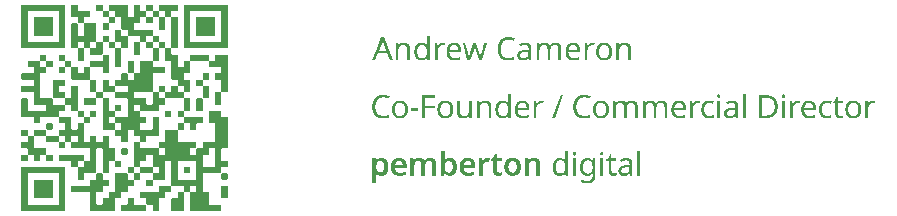
<source format=gto>
G04 #@! TF.GenerationSoftware,KiCad,Pcbnew,6.0.11+dfsg-1*
G04 #@! TF.CreationDate,2023-08-15T18:05:06+01:00*
G04 #@! TF.ProjectId,business card-andrew,62757369-6e65-4737-9320-636172642d61,rev?*
G04 #@! TF.SameCoordinates,Original*
G04 #@! TF.FileFunction,Legend,Top*
G04 #@! TF.FilePolarity,Positive*
%FSLAX46Y46*%
G04 Gerber Fmt 4.6, Leading zero omitted, Abs format (unit mm)*
G04 Created by KiCad (PCBNEW 6.0.11+dfsg-1) date 2023-08-15 18:05:06*
%MOMM*%
%LPD*%
G01*
G04 APERTURE LIST*
%ADD10C,0.000000*%
%ADD11C,4.200000*%
G04 APERTURE END LIST*
D10*
G36*
X108358568Y-81448423D02*
G01*
X108365182Y-81448867D01*
X108371691Y-81449608D01*
X108378094Y-81450645D01*
X108384391Y-81451979D01*
X108390583Y-81453609D01*
X108396668Y-81455535D01*
X108402648Y-81457757D01*
X108408522Y-81460276D01*
X108414289Y-81463091D01*
X108419951Y-81466203D01*
X108425508Y-81469611D01*
X108430958Y-81473315D01*
X108436302Y-81477315D01*
X108441541Y-81481612D01*
X108446674Y-81486205D01*
X108451923Y-81490777D01*
X108456833Y-81495688D01*
X108461405Y-81500937D01*
X108465639Y-81506525D01*
X108469533Y-81512451D01*
X108473089Y-81518717D01*
X108476307Y-81525320D01*
X108479186Y-81532263D01*
X108481726Y-81539544D01*
X108483927Y-81547164D01*
X108485790Y-81555123D01*
X108487314Y-81563420D01*
X108488499Y-81572056D01*
X108489346Y-81581030D01*
X108489854Y-81590344D01*
X108490023Y-81599996D01*
X108489854Y-81609330D01*
X108489346Y-81618369D01*
X108488499Y-81627110D01*
X108487314Y-81635556D01*
X108485790Y-81643705D01*
X108483927Y-81651558D01*
X108481726Y-81659115D01*
X108479186Y-81666375D01*
X108476307Y-81673339D01*
X108473089Y-81680006D01*
X108469533Y-81686377D01*
X108465639Y-81692452D01*
X108461405Y-81698230D01*
X108456833Y-81703712D01*
X108451923Y-81708898D01*
X108446674Y-81713787D01*
X108441541Y-81718380D01*
X108436302Y-81722677D01*
X108430958Y-81726678D01*
X108425508Y-81730382D01*
X108419951Y-81733790D01*
X108414289Y-81736901D01*
X108408522Y-81739716D01*
X108402648Y-81742235D01*
X108396668Y-81744458D01*
X108390583Y-81746384D01*
X108384391Y-81748014D01*
X108378094Y-81749347D01*
X108371691Y-81750385D01*
X108365182Y-81751125D01*
X108358568Y-81751570D01*
X108351847Y-81751718D01*
X108344471Y-81751570D01*
X108337242Y-81751125D01*
X108330162Y-81750385D01*
X108323230Y-81749347D01*
X108316446Y-81748014D01*
X108309810Y-81746384D01*
X108303323Y-81744458D01*
X108296983Y-81742235D01*
X108290792Y-81739716D01*
X108284749Y-81736901D01*
X108278854Y-81733790D01*
X108273108Y-81730382D01*
X108267509Y-81726678D01*
X108262059Y-81722677D01*
X108256757Y-81718380D01*
X108251603Y-81713787D01*
X108246681Y-81708898D01*
X108242077Y-81703712D01*
X108237791Y-81698230D01*
X108233822Y-81692452D01*
X108230171Y-81686377D01*
X108226837Y-81680006D01*
X108223821Y-81673339D01*
X108221123Y-81666375D01*
X108218741Y-81659115D01*
X108216678Y-81651558D01*
X108214932Y-81643705D01*
X108213503Y-81635556D01*
X108212392Y-81627110D01*
X108211598Y-81618369D01*
X108211122Y-81609330D01*
X108210963Y-81599996D01*
X108211122Y-81590344D01*
X108211598Y-81581030D01*
X108212392Y-81572056D01*
X108213503Y-81563420D01*
X108214932Y-81555123D01*
X108216678Y-81547164D01*
X108218741Y-81539544D01*
X108221123Y-81532263D01*
X108223821Y-81525320D01*
X108226837Y-81518717D01*
X108230171Y-81512451D01*
X108233822Y-81506525D01*
X108237791Y-81500937D01*
X108242077Y-81495688D01*
X108246681Y-81490777D01*
X108251603Y-81486205D01*
X108256757Y-81481612D01*
X108262059Y-81477315D01*
X108267509Y-81473315D01*
X108273108Y-81469611D01*
X108278854Y-81466203D01*
X108284749Y-81463091D01*
X108290792Y-81460276D01*
X108296983Y-81457757D01*
X108303323Y-81455535D01*
X108309810Y-81453609D01*
X108316446Y-81451979D01*
X108323230Y-81450645D01*
X108330162Y-81449608D01*
X108337242Y-81448867D01*
X108344471Y-81448423D01*
X108351847Y-81448274D01*
X108358568Y-81448423D01*
G37*
G36*
X106044122Y-81448423D02*
G01*
X106050736Y-81448867D01*
X106057245Y-81449608D01*
X106063648Y-81450645D01*
X106069945Y-81451979D01*
X106076136Y-81453609D01*
X106082221Y-81455535D01*
X106088201Y-81457757D01*
X106094075Y-81460276D01*
X106099843Y-81463091D01*
X106105505Y-81466203D01*
X106111061Y-81469611D01*
X106116512Y-81473315D01*
X106121856Y-81477315D01*
X106127095Y-81481612D01*
X106132228Y-81486205D01*
X106137477Y-81490777D01*
X106142388Y-81495688D01*
X106146960Y-81500937D01*
X106151193Y-81506525D01*
X106155087Y-81512451D01*
X106158643Y-81518717D01*
X106161861Y-81525320D01*
X106164739Y-81532263D01*
X106167279Y-81539544D01*
X106169480Y-81547164D01*
X106171343Y-81555123D01*
X106172867Y-81563420D01*
X106174052Y-81572056D01*
X106174899Y-81581030D01*
X106175407Y-81590344D01*
X106175576Y-81599996D01*
X106175407Y-81609330D01*
X106174899Y-81618369D01*
X106174052Y-81627110D01*
X106172867Y-81635556D01*
X106171343Y-81643705D01*
X106169480Y-81651558D01*
X106167279Y-81659115D01*
X106164739Y-81666375D01*
X106161861Y-81673339D01*
X106158643Y-81680006D01*
X106155087Y-81686377D01*
X106151193Y-81692452D01*
X106146960Y-81698230D01*
X106142388Y-81703712D01*
X106137477Y-81708898D01*
X106132228Y-81713787D01*
X106127095Y-81718380D01*
X106121856Y-81722677D01*
X106116512Y-81726678D01*
X106111061Y-81730382D01*
X106105505Y-81733790D01*
X106099843Y-81736901D01*
X106094075Y-81739716D01*
X106088201Y-81742235D01*
X106082221Y-81744458D01*
X106076136Y-81746384D01*
X106069945Y-81748014D01*
X106063648Y-81749347D01*
X106057245Y-81750385D01*
X106050736Y-81751125D01*
X106044122Y-81751570D01*
X106037401Y-81751718D01*
X106030025Y-81751570D01*
X106022796Y-81751125D01*
X106015716Y-81750385D01*
X106008784Y-81749347D01*
X106002000Y-81748014D01*
X105995364Y-81746384D01*
X105988877Y-81744458D01*
X105982537Y-81742235D01*
X105976346Y-81739716D01*
X105970303Y-81736901D01*
X105964408Y-81733790D01*
X105958661Y-81730382D01*
X105953063Y-81726678D01*
X105947612Y-81722677D01*
X105942310Y-81718380D01*
X105937156Y-81713787D01*
X105932235Y-81708898D01*
X105927631Y-81703712D01*
X105923345Y-81698230D01*
X105919376Y-81692452D01*
X105915725Y-81686377D01*
X105912391Y-81680006D01*
X105909375Y-81673339D01*
X105906676Y-81666375D01*
X105904295Y-81659115D01*
X105902231Y-81651558D01*
X105900485Y-81643705D01*
X105899056Y-81635556D01*
X105897945Y-81627110D01*
X105897151Y-81618369D01*
X105896675Y-81609330D01*
X105896516Y-81599996D01*
X105896675Y-81590344D01*
X105897151Y-81581030D01*
X105897945Y-81572056D01*
X105899056Y-81563420D01*
X105900485Y-81555123D01*
X105902231Y-81547164D01*
X105904295Y-81539544D01*
X105906676Y-81532263D01*
X105909375Y-81525320D01*
X105912391Y-81518717D01*
X105915725Y-81512451D01*
X105919376Y-81506525D01*
X105923345Y-81500937D01*
X105927631Y-81495688D01*
X105932235Y-81490777D01*
X105937156Y-81486205D01*
X105942310Y-81481612D01*
X105947612Y-81477315D01*
X105953062Y-81473315D01*
X105958661Y-81469611D01*
X105964407Y-81466203D01*
X105970302Y-81463091D01*
X105976345Y-81460276D01*
X105982537Y-81457757D01*
X105988876Y-81455535D01*
X105995364Y-81453609D01*
X106001999Y-81451979D01*
X106008783Y-81450645D01*
X106015716Y-81449608D01*
X106022796Y-81448867D01*
X106030025Y-81448423D01*
X106037401Y-81448274D01*
X106044122Y-81448423D01*
G37*
G36*
X106153903Y-81992851D02*
G01*
X106153903Y-83445053D01*
X105915482Y-83445053D01*
X105915482Y-81992850D01*
X106153903Y-81992851D01*
G37*
G36*
X108468348Y-81992851D02*
G01*
X108468348Y-83445053D01*
X108229928Y-83445053D01*
X108229928Y-81992850D01*
X108468348Y-81992851D01*
G37*
G36*
X111589164Y-83445053D02*
G01*
X111350741Y-83445053D01*
X111350741Y-81385959D01*
X111589164Y-81385959D01*
X111589164Y-83445053D01*
G37*
G36*
X102635412Y-81950000D02*
G01*
X102664961Y-81951492D01*
X102693663Y-81953979D01*
X102721518Y-81957461D01*
X102748527Y-81961938D01*
X102774689Y-81967409D01*
X102800004Y-81973875D01*
X102824473Y-81981337D01*
X102848095Y-81989793D01*
X102870871Y-81999243D01*
X102892799Y-82009689D01*
X102913881Y-82021130D01*
X102934117Y-82033565D01*
X102953505Y-82046995D01*
X102972047Y-82061420D01*
X102989743Y-82076840D01*
X103006803Y-82093371D01*
X103022762Y-82111130D01*
X103037621Y-82130117D01*
X103051380Y-82150331D01*
X103064037Y-82171773D01*
X103075594Y-82194442D01*
X103086051Y-82218339D01*
X103095406Y-82243464D01*
X103103661Y-82269817D01*
X103110816Y-82297397D01*
X103116869Y-82326205D01*
X103121822Y-82356240D01*
X103125675Y-82387503D01*
X103128426Y-82419994D01*
X103130077Y-82453713D01*
X103130628Y-82488659D01*
X103130628Y-83445054D01*
X102789252Y-83445054D01*
X102789252Y-82556392D01*
X102788193Y-82516366D01*
X102785018Y-82478922D01*
X102779727Y-82444061D01*
X102772318Y-82411782D01*
X102767821Y-82396610D01*
X102762793Y-82382085D01*
X102757237Y-82368205D01*
X102751152Y-82354970D01*
X102744537Y-82342381D01*
X102737393Y-82330438D01*
X102729721Y-82319140D01*
X102721518Y-82308488D01*
X102712787Y-82298482D01*
X102703527Y-82289121D01*
X102693737Y-82280406D01*
X102683419Y-82272336D01*
X102672571Y-82264912D01*
X102661194Y-82258133D01*
X102649287Y-82252000D01*
X102636852Y-82246512D01*
X102623887Y-82241671D01*
X102610394Y-82237474D01*
X102596371Y-82233924D01*
X102581819Y-82231018D01*
X102566738Y-82228759D01*
X102551127Y-82227145D01*
X102534988Y-82226177D01*
X102518319Y-82225854D01*
X102493088Y-82226362D01*
X102468874Y-82227886D01*
X102445675Y-82230426D01*
X102423492Y-82233982D01*
X102402326Y-82238554D01*
X102382175Y-82244142D01*
X102363040Y-82250745D01*
X102344922Y-82258365D01*
X102327819Y-82267001D01*
X102311732Y-82276653D01*
X102296662Y-82287321D01*
X102282607Y-82299005D01*
X102269568Y-82311705D01*
X102257546Y-82325421D01*
X102246539Y-82340153D01*
X102236548Y-82355901D01*
X102227362Y-82372591D01*
X102218768Y-82390149D01*
X102210767Y-82408574D01*
X102203359Y-82427868D01*
X102196543Y-82448029D01*
X102190320Y-82469058D01*
X102184690Y-82490955D01*
X102179652Y-82513720D01*
X102175208Y-82537352D01*
X102171355Y-82561853D01*
X102168096Y-82587221D01*
X102165429Y-82613457D01*
X102163354Y-82640561D01*
X102161873Y-82668533D01*
X102160984Y-82697372D01*
X102160687Y-82727079D01*
X102160687Y-83445053D01*
X101819312Y-83445053D01*
X101819312Y-81976595D01*
X102082117Y-81976595D01*
X102130885Y-82168958D01*
X102149851Y-82168958D01*
X102158858Y-82154977D01*
X102168266Y-82141484D01*
X102178077Y-82128477D01*
X102188290Y-82115957D01*
X102198905Y-82103923D01*
X102209922Y-82092377D01*
X102221341Y-82081317D01*
X102233163Y-82070745D01*
X102245386Y-82060659D01*
X102258012Y-82051060D01*
X102271040Y-82041947D01*
X102284470Y-82033322D01*
X102298303Y-82025183D01*
X102312537Y-82017531D01*
X102327174Y-82010366D01*
X102342213Y-82003688D01*
X102357845Y-81997127D01*
X102373583Y-81990988D01*
X102389426Y-81985273D01*
X102405375Y-81979982D01*
X102421430Y-81975114D01*
X102437591Y-81970669D01*
X102453857Y-81966647D01*
X102470230Y-81963049D01*
X102486708Y-81959874D01*
X102503292Y-81957122D01*
X102519982Y-81954794D01*
X102536778Y-81952889D01*
X102553680Y-81951407D01*
X102570687Y-81950349D01*
X102587800Y-81949714D01*
X102605018Y-81949502D01*
X102635412Y-81950000D01*
G37*
G36*
X93850000Y-81950000D02*
G01*
X93879697Y-81951492D01*
X93908420Y-81953979D01*
X93936170Y-81957461D01*
X93962945Y-81961938D01*
X93988748Y-81967409D01*
X94013576Y-81973875D01*
X94037431Y-81981337D01*
X94060312Y-81989793D01*
X94082219Y-81999243D01*
X94103153Y-82009689D01*
X94123113Y-82021130D01*
X94142100Y-82033565D01*
X94160113Y-82046995D01*
X94177152Y-82061420D01*
X94193217Y-82076840D01*
X94208637Y-82093371D01*
X94223062Y-82111130D01*
X94236492Y-82130117D01*
X94248928Y-82150331D01*
X94260368Y-82171773D01*
X94270814Y-82194442D01*
X94280265Y-82218339D01*
X94288721Y-82243464D01*
X94296182Y-82269817D01*
X94302649Y-82297397D01*
X94308120Y-82326205D01*
X94312597Y-82356240D01*
X94316079Y-82387503D01*
X94318566Y-82419994D01*
X94320058Y-82453713D01*
X94320555Y-82488659D01*
X94320555Y-83445054D01*
X93979180Y-83445054D01*
X93979180Y-82553683D01*
X93978206Y-82513985D01*
X93975285Y-82476849D01*
X93970417Y-82442273D01*
X93963601Y-82410258D01*
X93954838Y-82380805D01*
X93949727Y-82367039D01*
X93944128Y-82353913D01*
X93938043Y-82341427D01*
X93931471Y-82329582D01*
X93924411Y-82318377D01*
X93916866Y-82307812D01*
X93908833Y-82297888D01*
X93900313Y-82288603D01*
X93891307Y-82279959D01*
X93881814Y-82271956D01*
X93871834Y-82264593D01*
X93861367Y-82257870D01*
X93850413Y-82251787D01*
X93838972Y-82246344D01*
X93827045Y-82241542D01*
X93814631Y-82237380D01*
X93801730Y-82233859D01*
X93788342Y-82230977D01*
X93774467Y-82228736D01*
X93760105Y-82227136D01*
X93745257Y-82226175D01*
X93729922Y-82225855D01*
X93707972Y-82226310D01*
X93686826Y-82227675D01*
X93666485Y-82229951D01*
X93646948Y-82233136D01*
X93628216Y-82237232D01*
X93610287Y-82242238D01*
X93593164Y-82248154D01*
X93576844Y-82254980D01*
X93561329Y-82262716D01*
X93546618Y-82271363D01*
X93532712Y-82280920D01*
X93519609Y-82291387D01*
X93507311Y-82302764D01*
X93495818Y-82315051D01*
X93485129Y-82328249D01*
X93475244Y-82342356D01*
X93466058Y-82357332D01*
X93457464Y-82373133D01*
X93449463Y-82389760D01*
X93442054Y-82407212D01*
X93435239Y-82425489D01*
X93429016Y-82444592D01*
X93423385Y-82464520D01*
X93418348Y-82485274D01*
X93413903Y-82506854D01*
X93410050Y-82529259D01*
X93406791Y-82552489D01*
X93404123Y-82576545D01*
X93402049Y-82601426D01*
X93400567Y-82627133D01*
X93399678Y-82653666D01*
X93399382Y-82681023D01*
X93399382Y-83445055D01*
X93058006Y-83445055D01*
X93058006Y-82553685D01*
X93057022Y-82513987D01*
X93054069Y-82476850D01*
X93049148Y-82442274D01*
X93042258Y-82410260D01*
X93038075Y-82395213D01*
X93033400Y-82380806D01*
X93028233Y-82367040D01*
X93022573Y-82353914D01*
X93016422Y-82341429D01*
X93009778Y-82329583D01*
X93002642Y-82318378D01*
X92995014Y-82307813D01*
X92986894Y-82297889D01*
X92978282Y-82288605D01*
X92969178Y-82279961D01*
X92959581Y-82271957D01*
X92949493Y-82264594D01*
X92938912Y-82257871D01*
X92927839Y-82251788D01*
X92916274Y-82246346D01*
X92904217Y-82241543D01*
X92891668Y-82237381D01*
X92878627Y-82233860D01*
X92865093Y-82230979D01*
X92851068Y-82228738D01*
X92836550Y-82227137D01*
X92821540Y-82226176D01*
X92806038Y-82225856D01*
X92783125Y-82226364D01*
X92761122Y-82227888D01*
X92740030Y-82230428D01*
X92719848Y-82233984D01*
X92700575Y-82238556D01*
X92682213Y-82244144D01*
X92664761Y-82250748D01*
X92648220Y-82258368D01*
X92632588Y-82267004D01*
X92617867Y-82276656D01*
X92604055Y-82287324D01*
X92591154Y-82299008D01*
X92579163Y-82311708D01*
X92568083Y-82325424D01*
X92557912Y-82340156D01*
X92548651Y-82355904D01*
X92540121Y-82372594D01*
X92532141Y-82390151D01*
X92524712Y-82408577D01*
X92517833Y-82427870D01*
X92511504Y-82448031D01*
X92505725Y-82469060D01*
X92500497Y-82490957D01*
X92495819Y-82513722D01*
X92491692Y-82537355D01*
X92488115Y-82561855D01*
X92485088Y-82587223D01*
X92482611Y-82613459D01*
X92480685Y-82640563D01*
X92479309Y-82668535D01*
X92478484Y-82697375D01*
X92478209Y-82727082D01*
X92478209Y-83445055D01*
X92136833Y-83445055D01*
X92136833Y-81976597D01*
X92399638Y-81976597D01*
X92448406Y-82168960D01*
X92467371Y-82168960D01*
X92475700Y-82154980D01*
X92484432Y-82141486D01*
X92493565Y-82128479D01*
X92503101Y-82115959D01*
X92513038Y-82103926D01*
X92523378Y-82092379D01*
X92534120Y-82081320D01*
X92545265Y-82070747D01*
X92556811Y-82060661D01*
X92568760Y-82051062D01*
X92581111Y-82041950D01*
X92593863Y-82033324D01*
X92607019Y-82025186D01*
X92620576Y-82017534D01*
X92634535Y-82010369D01*
X92648897Y-82003691D01*
X92663830Y-81997129D01*
X92678826Y-81990991D01*
X92693887Y-81985276D01*
X92709010Y-81979984D01*
X92724197Y-81975116D01*
X92739448Y-81970671D01*
X92754762Y-81966649D01*
X92770139Y-81963051D01*
X92785580Y-81959876D01*
X92801085Y-81957125D01*
X92816653Y-81954796D01*
X92832285Y-81952891D01*
X92847980Y-81951410D01*
X92863738Y-81950352D01*
X92879560Y-81949717D01*
X92895446Y-81949505D01*
X92915893Y-81949727D01*
X92935917Y-81950394D01*
X92955517Y-81951505D01*
X92974694Y-81953061D01*
X92993448Y-81955061D01*
X93011778Y-81957506D01*
X93029685Y-81960395D01*
X93047169Y-81963729D01*
X93064229Y-81967507D01*
X93080866Y-81971730D01*
X93097080Y-81976397D01*
X93112870Y-81981509D01*
X93128237Y-81987065D01*
X93143181Y-81993066D01*
X93157701Y-81999511D01*
X93171798Y-82006401D01*
X93185810Y-82013417D01*
X93199399Y-82020921D01*
X93212565Y-82028911D01*
X93225307Y-82037389D01*
X93237626Y-82046353D01*
X93249522Y-82055804D01*
X93260994Y-82065741D01*
X93272043Y-82076166D01*
X93282669Y-82087077D01*
X93292871Y-82098476D01*
X93302650Y-82110361D01*
X93312006Y-82122733D01*
X93320938Y-82135592D01*
X93329447Y-82148937D01*
X93337533Y-82162770D01*
X93345195Y-82177089D01*
X93372288Y-82177089D01*
X93380966Y-82162442D01*
X93390068Y-82148302D01*
X93399593Y-82134671D01*
X93409541Y-82121547D01*
X93419913Y-82108932D01*
X93430708Y-82096824D01*
X93441926Y-82085225D01*
X93453568Y-82074134D01*
X93465633Y-82063550D01*
X93478121Y-82053475D01*
X93491033Y-82043908D01*
X93504368Y-82034848D01*
X93518126Y-82026297D01*
X93532308Y-82018254D01*
X93546913Y-82010718D01*
X93561941Y-82003691D01*
X93577234Y-81997129D01*
X93592633Y-81990991D01*
X93608138Y-81985276D01*
X93623748Y-81979984D01*
X93639464Y-81975116D01*
X93655286Y-81970671D01*
X93671214Y-81966649D01*
X93687248Y-81963051D01*
X93703388Y-81959876D01*
X93719633Y-81957125D01*
X93735984Y-81954796D01*
X93752442Y-81952891D01*
X93769005Y-81951410D01*
X93785673Y-81950352D01*
X93802448Y-81949717D01*
X93819328Y-81949505D01*
X93819330Y-81949502D01*
X93850000Y-81950000D01*
G37*
G36*
X98729994Y-81949672D02*
G01*
X98748621Y-81950179D01*
X98767926Y-81951026D01*
X98787907Y-81952211D01*
X98798532Y-81952973D01*
X98808734Y-81953905D01*
X98818513Y-81955005D01*
X98827869Y-81956275D01*
X98836802Y-81957715D01*
X98845311Y-81959323D01*
X98853397Y-81961101D01*
X98861059Y-81963049D01*
X98831256Y-82280041D01*
X98824313Y-82278729D01*
X98817031Y-82277501D01*
X98809411Y-82276358D01*
X98801452Y-82275300D01*
X98793155Y-82274326D01*
X98784519Y-82273438D01*
X98775544Y-82272633D01*
X98766231Y-82271913D01*
X98756876Y-82270644D01*
X98747774Y-82269543D01*
X98738926Y-82268612D01*
X98730333Y-82267850D01*
X98721993Y-82267258D01*
X98713907Y-82266834D01*
X98706076Y-82266581D01*
X98698498Y-82266496D01*
X98685004Y-82266676D01*
X98671616Y-82267216D01*
X98658334Y-82268115D01*
X98645158Y-82269375D01*
X98632087Y-82270994D01*
X98619122Y-82272973D01*
X98606264Y-82275312D01*
X98593511Y-82278010D01*
X98580864Y-82281069D01*
X98568323Y-82284487D01*
X98555887Y-82288266D01*
X98543558Y-82292404D01*
X98531334Y-82296902D01*
X98519216Y-82301759D01*
X98507205Y-82306977D01*
X98495299Y-82312554D01*
X98483583Y-82318174D01*
X98472142Y-82324196D01*
X98460977Y-82330620D01*
X98450086Y-82337446D01*
X98439471Y-82344674D01*
X98429131Y-82352305D01*
X98419066Y-82360338D01*
X98409277Y-82368773D01*
X98399762Y-82377610D01*
X98390523Y-82386849D01*
X98381559Y-82396491D01*
X98372870Y-82406534D01*
X98364456Y-82416980D01*
X98356318Y-82427828D01*
X98348454Y-82439078D01*
X98340866Y-82450731D01*
X98333976Y-82462436D01*
X98327531Y-82474522D01*
X98321530Y-82486989D01*
X98315974Y-82499837D01*
X98310862Y-82513066D01*
X98306195Y-82526676D01*
X98301972Y-82540668D01*
X98298194Y-82555040D01*
X98294860Y-82569793D01*
X98291971Y-82584927D01*
X98289527Y-82600443D01*
X98287526Y-82616339D01*
X98285971Y-82632616D01*
X98284859Y-82649274D01*
X98284193Y-82666313D01*
X98283970Y-82683733D01*
X98283970Y-83445057D01*
X97942595Y-83445057D01*
X97942595Y-81976598D01*
X98205400Y-81976598D01*
X98254167Y-82231275D01*
X98270423Y-82231275D01*
X98278742Y-82216850D01*
X98287441Y-82202700D01*
X98296522Y-82188825D01*
X98305983Y-82175226D01*
X98315826Y-82161902D01*
X98326049Y-82148852D01*
X98336654Y-82136078D01*
X98347639Y-82123579D01*
X98359006Y-82111356D01*
X98370753Y-82099407D01*
X98382882Y-82087734D01*
X98395391Y-82076336D01*
X98408282Y-82065213D01*
X98421553Y-82054365D01*
X98435206Y-82043792D01*
X98449239Y-82033494D01*
X98463601Y-82023324D01*
X98478237Y-82013809D01*
X98493150Y-82004951D01*
X98508337Y-81996749D01*
X98523799Y-81989203D01*
X98539537Y-81982313D01*
X98555549Y-81976080D01*
X98571837Y-81970502D01*
X98588400Y-81965581D01*
X98605238Y-81961316D01*
X98622351Y-81957707D01*
X98639739Y-81954754D01*
X98657403Y-81952458D01*
X98675342Y-81950817D01*
X98693555Y-81949833D01*
X98712044Y-81949505D01*
X98712045Y-81949502D01*
X98729994Y-81949672D01*
G37*
G36*
X90519671Y-82503748D02*
G01*
X90527703Y-82464357D01*
X90537197Y-82426363D01*
X90548150Y-82389765D01*
X90560565Y-82354565D01*
X90574439Y-82320762D01*
X90589775Y-82288356D01*
X90606570Y-82257347D01*
X90624827Y-82227735D01*
X90644543Y-82199520D01*
X90665721Y-82172702D01*
X90688358Y-82147281D01*
X90712181Y-82123331D01*
X90736915Y-82100926D01*
X90762558Y-82080066D01*
X90789112Y-82060752D01*
X90816575Y-82042982D01*
X90844949Y-82026758D01*
X90874233Y-82012079D01*
X90904428Y-81998945D01*
X90935532Y-81987356D01*
X90967547Y-81977313D01*
X91000472Y-81968814D01*
X91034306Y-81961861D01*
X91069052Y-81956453D01*
X91104707Y-81952590D01*
X91141272Y-81950273D01*
X91178748Y-81949500D01*
X91178748Y-81949502D01*
X91215176Y-81950190D01*
X91250630Y-81952254D01*
X91285110Y-81955694D01*
X91318617Y-81960509D01*
X91351150Y-81966700D01*
X91382710Y-81974267D01*
X91413295Y-81983210D01*
X91442908Y-81993529D01*
X91471546Y-82005223D01*
X91499211Y-82018294D01*
X91525902Y-82032740D01*
X91551620Y-82048562D01*
X91576363Y-82065760D01*
X91600134Y-82084333D01*
X91622930Y-82104283D01*
X91644753Y-82125608D01*
X91665750Y-82148162D01*
X91685393Y-82171794D01*
X91703681Y-82196506D01*
X91720614Y-82222298D01*
X91736193Y-82249169D01*
X91750417Y-82277120D01*
X91763286Y-82306150D01*
X91774801Y-82336259D01*
X91784961Y-82367448D01*
X91793766Y-82399717D01*
X91801217Y-82433065D01*
X91807313Y-82467493D01*
X91812054Y-82503000D01*
X91815441Y-82539586D01*
X91817473Y-82577252D01*
X91818150Y-82615998D01*
X91818150Y-82789395D01*
X90848209Y-82789395D01*
X90849278Y-82814107D01*
X90851130Y-82838121D01*
X90853765Y-82861436D01*
X90857184Y-82884052D01*
X90861385Y-82905970D01*
X90866370Y-82927190D01*
X90872138Y-82947711D01*
X90878689Y-82967533D01*
X90886023Y-82986657D01*
X90894141Y-83005083D01*
X90903041Y-83022810D01*
X90912725Y-83039839D01*
X90923192Y-83056169D01*
X90934442Y-83071800D01*
X90946475Y-83086733D01*
X90959292Y-83100967D01*
X90972817Y-83114091D01*
X90986978Y-83126368D01*
X91001773Y-83137798D01*
X91017204Y-83148381D01*
X91033269Y-83158118D01*
X91049970Y-83167008D01*
X91067305Y-83175051D01*
X91085276Y-83182248D01*
X91103881Y-83188598D01*
X91123122Y-83194101D01*
X91142997Y-83198758D01*
X91163508Y-83202568D01*
X91184653Y-83205531D01*
X91206434Y-83207648D01*
X91228849Y-83208918D01*
X91251900Y-83209341D01*
X91286698Y-83208918D01*
X91320649Y-83207648D01*
X91353754Y-83205531D01*
X91386012Y-83202568D01*
X91417423Y-83198757D01*
X91447988Y-83194100D01*
X91477706Y-83188597D01*
X91506577Y-83182247D01*
X91535110Y-83174415D01*
X91563812Y-83165821D01*
X91592683Y-83156466D01*
X91621724Y-83146348D01*
X91650934Y-83135468D01*
X91680313Y-83123827D01*
X91709862Y-83111423D01*
X91739580Y-83098257D01*
X91739580Y-83371900D01*
X91712359Y-83384346D01*
X91684885Y-83395945D01*
X91657157Y-83406697D01*
X91629174Y-83416603D01*
X91600938Y-83425663D01*
X91572448Y-83433875D01*
X91543703Y-83441241D01*
X91514705Y-83447761D01*
X91484860Y-83453476D01*
X91453576Y-83458429D01*
X91420852Y-83462619D01*
X91386689Y-83466048D01*
X91351087Y-83468715D01*
X91314045Y-83470620D01*
X91275564Y-83471763D01*
X91235644Y-83472144D01*
X91209069Y-83471827D01*
X91182854Y-83470874D01*
X91156999Y-83469287D01*
X91131504Y-83467064D01*
X91106368Y-83464207D01*
X91081593Y-83460714D01*
X91057177Y-83456586D01*
X91033121Y-83451824D01*
X91009425Y-83446426D01*
X90986089Y-83440394D01*
X90963112Y-83433726D01*
X90940496Y-83426424D01*
X90918239Y-83418486D01*
X90896342Y-83409914D01*
X90874805Y-83400706D01*
X90853628Y-83390864D01*
X90833244Y-83380037D01*
X90813411Y-83368554D01*
X90794128Y-83356415D01*
X90775396Y-83343620D01*
X90757213Y-83330168D01*
X90739582Y-83316061D01*
X90722500Y-83301297D01*
X90705969Y-83285877D01*
X90689988Y-83269801D01*
X90674558Y-83253068D01*
X90659678Y-83235680D01*
X90645348Y-83217635D01*
X90631568Y-83198935D01*
X90618339Y-83179578D01*
X90605660Y-83159565D01*
X90593532Y-83138896D01*
X90582377Y-83117581D01*
X90571942Y-83095631D01*
X90562226Y-83073047D01*
X90553230Y-83049827D01*
X90544954Y-83025972D01*
X90537398Y-83001482D01*
X90530561Y-82976358D01*
X90524444Y-82950598D01*
X90519046Y-82924203D01*
X90514368Y-82897173D01*
X90510410Y-82869508D01*
X90507172Y-82841209D01*
X90504653Y-82812274D01*
X90502854Y-82782704D01*
X90501774Y-82752499D01*
X90501414Y-82721659D01*
X90502145Y-82675283D01*
X90504335Y-82630304D01*
X90507987Y-82586722D01*
X90512318Y-82550975D01*
X90856337Y-82550975D01*
X91487612Y-82550975D01*
X91486987Y-82532221D01*
X91485791Y-82513891D01*
X91484024Y-82495983D01*
X91481685Y-82478500D01*
X91478775Y-82461439D01*
X91475293Y-82444802D01*
X91471239Y-82428588D01*
X91466614Y-82412798D01*
X91461418Y-82397431D01*
X91455650Y-82382487D01*
X91449311Y-82367967D01*
X91442400Y-82353870D01*
X91434917Y-82340196D01*
X91426863Y-82326946D01*
X91418238Y-82314119D01*
X91409041Y-82301716D01*
X91399569Y-82289576D01*
X91394587Y-82283800D01*
X91389441Y-82278220D01*
X91384131Y-82272836D01*
X91378656Y-82267648D01*
X91373018Y-82262655D01*
X91367216Y-82257858D01*
X91361249Y-82253257D01*
X91355119Y-82248851D01*
X91348825Y-82244642D01*
X91342366Y-82240628D01*
X91328957Y-82233188D01*
X91314892Y-82226531D01*
X91300170Y-82220658D01*
X91284793Y-82215567D01*
X91268759Y-82211260D01*
X91252069Y-82207735D01*
X91234723Y-82204994D01*
X91216721Y-82203037D01*
X91198062Y-82201862D01*
X91178748Y-82201470D01*
X91161677Y-82201819D01*
X91145008Y-82202867D01*
X91128741Y-82204613D01*
X91112877Y-82207058D01*
X91097415Y-82210201D01*
X91082355Y-82214043D01*
X91067697Y-82218583D01*
X91053441Y-82223822D01*
X91039587Y-82229759D01*
X91026136Y-82236395D01*
X91013087Y-82243729D01*
X91000440Y-82251762D01*
X90988195Y-82260493D01*
X90976352Y-82269923D01*
X90964912Y-82280051D01*
X90953873Y-82290878D01*
X90943650Y-82302054D01*
X90933977Y-82313907D01*
X90924854Y-82326438D01*
X90916281Y-82339646D01*
X90908259Y-82353531D01*
X90900787Y-82368094D01*
X90893866Y-82383334D01*
X90887494Y-82399251D01*
X90881674Y-82415846D01*
X90876403Y-82433118D01*
X90871683Y-82451067D01*
X90867513Y-82469694D01*
X90863894Y-82488998D01*
X90860825Y-82508980D01*
X90858306Y-82529638D01*
X90856337Y-82550975D01*
X90512318Y-82550975D01*
X90513098Y-82544536D01*
X90519671Y-82503748D01*
G37*
G36*
X96325432Y-82503748D02*
G01*
X96333464Y-82464357D01*
X96342958Y-82426363D01*
X96353911Y-82389765D01*
X96366326Y-82354565D01*
X96380200Y-82320762D01*
X96395536Y-82288356D01*
X96412331Y-82257347D01*
X96430588Y-82227735D01*
X96450304Y-82199520D01*
X96471482Y-82172702D01*
X96494119Y-82147281D01*
X96517942Y-82123331D01*
X96542676Y-82100926D01*
X96568319Y-82080066D01*
X96594872Y-82060752D01*
X96622336Y-82042982D01*
X96650710Y-82026758D01*
X96679994Y-82012079D01*
X96710188Y-81998945D01*
X96741293Y-81987356D01*
X96773307Y-81977313D01*
X96806232Y-81968814D01*
X96840067Y-81961861D01*
X96874812Y-81956453D01*
X96910468Y-81952590D01*
X96947033Y-81950273D01*
X96984509Y-81949500D01*
X96984509Y-81949502D01*
X97020937Y-81950190D01*
X97056391Y-81952254D01*
X97090871Y-81955694D01*
X97124378Y-81960509D01*
X97156911Y-81966700D01*
X97188470Y-81974267D01*
X97219056Y-81983210D01*
X97248668Y-81993529D01*
X97277307Y-82005223D01*
X97304972Y-82018294D01*
X97331663Y-82032740D01*
X97357380Y-82048562D01*
X97382124Y-82065760D01*
X97405894Y-82084333D01*
X97428691Y-82104283D01*
X97450513Y-82125608D01*
X97471511Y-82148162D01*
X97491154Y-82171794D01*
X97509442Y-82196506D01*
X97526375Y-82222298D01*
X97541954Y-82249169D01*
X97556178Y-82277120D01*
X97569047Y-82306150D01*
X97580562Y-82336259D01*
X97590721Y-82367448D01*
X97599527Y-82399717D01*
X97606977Y-82433065D01*
X97613073Y-82467493D01*
X97617815Y-82503000D01*
X97621201Y-82539586D01*
X97623233Y-82577252D01*
X97623911Y-82615998D01*
X97623911Y-82789395D01*
X96653969Y-82789395D01*
X96655038Y-82814107D01*
X96656890Y-82838121D01*
X96659526Y-82861436D01*
X96662944Y-82884052D01*
X96667146Y-82905970D01*
X96672130Y-82927190D01*
X96677898Y-82947711D01*
X96684449Y-82967533D01*
X96691784Y-82986657D01*
X96699901Y-83005083D01*
X96708801Y-83022810D01*
X96718485Y-83039839D01*
X96728952Y-83056169D01*
X96740202Y-83071800D01*
X96752235Y-83086733D01*
X96765051Y-83100967D01*
X96778577Y-83114091D01*
X96792737Y-83126368D01*
X96807533Y-83137798D01*
X96822964Y-83148381D01*
X96839029Y-83158118D01*
X96855730Y-83167008D01*
X96873065Y-83175051D01*
X96891036Y-83182248D01*
X96909641Y-83188598D01*
X96928882Y-83194101D01*
X96948757Y-83198758D01*
X96969268Y-83202568D01*
X96990413Y-83205531D01*
X97012194Y-83207648D01*
X97034609Y-83208918D01*
X97057660Y-83209341D01*
X97092458Y-83208918D01*
X97126409Y-83207648D01*
X97159514Y-83205531D01*
X97191772Y-83202568D01*
X97223183Y-83198757D01*
X97253748Y-83194100D01*
X97283466Y-83188597D01*
X97312337Y-83182247D01*
X97340870Y-83174415D01*
X97369572Y-83165821D01*
X97398443Y-83156466D01*
X97427484Y-83146348D01*
X97456694Y-83135468D01*
X97486073Y-83123827D01*
X97515622Y-83111423D01*
X97545340Y-83098257D01*
X97545340Y-83371900D01*
X97518120Y-83384346D01*
X97490645Y-83395945D01*
X97462917Y-83406697D01*
X97434935Y-83416603D01*
X97406698Y-83425663D01*
X97378208Y-83433875D01*
X97349464Y-83441241D01*
X97320465Y-83447761D01*
X97290620Y-83453476D01*
X97259336Y-83458429D01*
X97226612Y-83462619D01*
X97192449Y-83466048D01*
X97156847Y-83468715D01*
X97119805Y-83470620D01*
X97081325Y-83471763D01*
X97041404Y-83472144D01*
X97014830Y-83471827D01*
X96988615Y-83470874D01*
X96962760Y-83469287D01*
X96937264Y-83467064D01*
X96912129Y-83464207D01*
X96887353Y-83460714D01*
X96862938Y-83456586D01*
X96838882Y-83451824D01*
X96815185Y-83446426D01*
X96791849Y-83440394D01*
X96768873Y-83433726D01*
X96746256Y-83426424D01*
X96723999Y-83418486D01*
X96702102Y-83409914D01*
X96680565Y-83400706D01*
X96659388Y-83390864D01*
X96639004Y-83380037D01*
X96619171Y-83368554D01*
X96599888Y-83356415D01*
X96581156Y-83343620D01*
X96562974Y-83330168D01*
X96545342Y-83316061D01*
X96528261Y-83301297D01*
X96511729Y-83285877D01*
X96495749Y-83269801D01*
X96480318Y-83253068D01*
X96465438Y-83235680D01*
X96451108Y-83217635D01*
X96437329Y-83198935D01*
X96424099Y-83179578D01*
X96411421Y-83159565D01*
X96399292Y-83138896D01*
X96388137Y-83117581D01*
X96377702Y-83095631D01*
X96367987Y-83073047D01*
X96358991Y-83049827D01*
X96350715Y-83025972D01*
X96343158Y-83001482D01*
X96336322Y-82976358D01*
X96330205Y-82950598D01*
X96324807Y-82924203D01*
X96320129Y-82897173D01*
X96316171Y-82869508D01*
X96312933Y-82841209D01*
X96310414Y-82812274D01*
X96308615Y-82782704D01*
X96307535Y-82752499D01*
X96307175Y-82721659D01*
X96307906Y-82675283D01*
X96310096Y-82630304D01*
X96313748Y-82586722D01*
X96318079Y-82550975D01*
X96662098Y-82550975D01*
X97293373Y-82550975D01*
X97292748Y-82532221D01*
X97291553Y-82513891D01*
X97289785Y-82495983D01*
X97287446Y-82478500D01*
X97284536Y-82461439D01*
X97281054Y-82444802D01*
X97277000Y-82428588D01*
X97272375Y-82412798D01*
X97267179Y-82397431D01*
X97261411Y-82382487D01*
X97255072Y-82367967D01*
X97248161Y-82353870D01*
X97240678Y-82340196D01*
X97232624Y-82326946D01*
X97223999Y-82314119D01*
X97214802Y-82301716D01*
X97205330Y-82289576D01*
X97200348Y-82283800D01*
X97195201Y-82278220D01*
X97189891Y-82272836D01*
X97184417Y-82267648D01*
X97178779Y-82262655D01*
X97172977Y-82257858D01*
X97167010Y-82253257D01*
X97160880Y-82248851D01*
X97154585Y-82244642D01*
X97148127Y-82240628D01*
X97134718Y-82233188D01*
X97120653Y-82226531D01*
X97105931Y-82220658D01*
X97090554Y-82215567D01*
X97074520Y-82211260D01*
X97057830Y-82207735D01*
X97040484Y-82204994D01*
X97022482Y-82203037D01*
X97003823Y-82201862D01*
X96984509Y-82201470D01*
X96967438Y-82201819D01*
X96950769Y-82202867D01*
X96934503Y-82204613D01*
X96918638Y-82207058D01*
X96903176Y-82210201D01*
X96888116Y-82214043D01*
X96873458Y-82218583D01*
X96859202Y-82223822D01*
X96845349Y-82229759D01*
X96831897Y-82236395D01*
X96818848Y-82243729D01*
X96806201Y-82251762D01*
X96793956Y-82260493D01*
X96782113Y-82269923D01*
X96770672Y-82280051D01*
X96759634Y-82290878D01*
X96749410Y-82302054D01*
X96739737Y-82313907D01*
X96730615Y-82326438D01*
X96722042Y-82339646D01*
X96714020Y-82353531D01*
X96706548Y-82368094D01*
X96699627Y-82383334D01*
X96693255Y-82399251D01*
X96687435Y-82415846D01*
X96682164Y-82433118D01*
X96677444Y-82451067D01*
X96673274Y-82469694D01*
X96669654Y-82488998D01*
X96666585Y-82508980D01*
X96664066Y-82529638D01*
X96662098Y-82550975D01*
X96318079Y-82550975D01*
X96318859Y-82544536D01*
X96325432Y-82503748D01*
G37*
G36*
X95064607Y-81385959D02*
G01*
X95064608Y-81873639D01*
X95064270Y-81916650D01*
X95063254Y-81958983D01*
X95061560Y-82000639D01*
X95059190Y-82041618D01*
X95056480Y-82080057D01*
X95053771Y-82114093D01*
X95051061Y-82143726D01*
X95048352Y-82168957D01*
X95064608Y-82168957D01*
X95072228Y-82157559D01*
X95080187Y-82146393D01*
X95088485Y-82135461D01*
X95097121Y-82124761D01*
X95106095Y-82114294D01*
X95115409Y-82104060D01*
X95125061Y-82094059D01*
X95135051Y-82084290D01*
X95145381Y-82074754D01*
X95156049Y-82065452D01*
X95167055Y-82056382D01*
X95178400Y-82047545D01*
X95190084Y-82038940D01*
X95202107Y-82030569D01*
X95214468Y-82022430D01*
X95227168Y-82014524D01*
X95240281Y-82006650D01*
X95253880Y-81999284D01*
X95267967Y-81992426D01*
X95282540Y-81986076D01*
X95297600Y-81980234D01*
X95313147Y-81974900D01*
X95329181Y-81970074D01*
X95345701Y-81965756D01*
X95362709Y-81961946D01*
X95380203Y-81958644D01*
X95398184Y-81955850D01*
X95416652Y-81953564D01*
X95435607Y-81951786D01*
X95455048Y-81950516D01*
X95474977Y-81949754D01*
X95495392Y-81949500D01*
X95526846Y-81950251D01*
X95557537Y-81952506D01*
X95587467Y-81956263D01*
X95616635Y-81961523D01*
X95645040Y-81968285D01*
X95672684Y-81976551D01*
X95699566Y-81986319D01*
X95725685Y-81997591D01*
X95751043Y-82010365D01*
X95775639Y-82024642D01*
X95799473Y-82040421D01*
X95822544Y-82057704D01*
X95844854Y-82076489D01*
X95866401Y-82096777D01*
X95887187Y-82118568D01*
X95907211Y-82141862D01*
X95926568Y-82166617D01*
X95944676Y-82192789D01*
X95961535Y-82220380D01*
X95977145Y-82249389D01*
X95991507Y-82279816D01*
X96004620Y-82311661D01*
X96016483Y-82344925D01*
X96027099Y-82379606D01*
X96036465Y-82415706D01*
X96044582Y-82453224D01*
X96051451Y-82492160D01*
X96057071Y-82532514D01*
X96061441Y-82574287D01*
X96064564Y-82617478D01*
X96066437Y-82662086D01*
X96067061Y-82708113D01*
X96066437Y-82754796D01*
X96064564Y-82800019D01*
X96061441Y-82843781D01*
X96057071Y-82886083D01*
X96051451Y-82926924D01*
X96044582Y-82966304D01*
X96036465Y-83004224D01*
X96027099Y-83040684D01*
X96016483Y-83075683D01*
X96004620Y-83109222D01*
X95991507Y-83141300D01*
X95977145Y-83171917D01*
X95961535Y-83201074D01*
X95944676Y-83228771D01*
X95926568Y-83255007D01*
X95907211Y-83279782D01*
X95886838Y-83303076D01*
X95865682Y-83324867D01*
X95843742Y-83345155D01*
X95821020Y-83363941D01*
X95797514Y-83381224D01*
X95773226Y-83397003D01*
X95748154Y-83411280D01*
X95722299Y-83424054D01*
X95695660Y-83435326D01*
X95668239Y-83445094D01*
X95640034Y-83453360D01*
X95611046Y-83460123D01*
X95581276Y-83465383D01*
X95550721Y-83469140D01*
X95519384Y-83471394D01*
X95487264Y-83472145D01*
X95466859Y-83471912D01*
X95446962Y-83471214D01*
X95427574Y-83470050D01*
X95408693Y-83468420D01*
X95390320Y-83466325D01*
X95372456Y-83463763D01*
X95355099Y-83460737D01*
X95338250Y-83457244D01*
X95321910Y-83453286D01*
X95306077Y-83448862D01*
X95290752Y-83443973D01*
X95275936Y-83438618D01*
X95261627Y-83432797D01*
X95247827Y-83426511D01*
X95234534Y-83419759D01*
X95221749Y-83412541D01*
X95209706Y-83405016D01*
X95197958Y-83397343D01*
X95186507Y-83389522D01*
X95175352Y-83381553D01*
X95164494Y-83373436D01*
X95153931Y-83365170D01*
X95143666Y-83356756D01*
X95133696Y-83348194D01*
X95124023Y-83339484D01*
X95114646Y-83330626D01*
X95105566Y-83321619D01*
X95096781Y-83312465D01*
X95088293Y-83303162D01*
X95080102Y-83293711D01*
X95072207Y-83284112D01*
X95064608Y-83274365D01*
X95040223Y-83274365D01*
X94977909Y-83445053D01*
X94723231Y-83445053D01*
X94723231Y-82708115D01*
X95064608Y-82708115D01*
X95064883Y-82737145D01*
X95065708Y-82765307D01*
X95067084Y-82792601D01*
X95069010Y-82819028D01*
X95071487Y-82844586D01*
X95074514Y-82869277D01*
X95078091Y-82893100D01*
X95082218Y-82916056D01*
X95086896Y-82938143D01*
X95092124Y-82959362D01*
X95097903Y-82979714D01*
X95104232Y-82999198D01*
X95111111Y-83017814D01*
X95118540Y-83035562D01*
X95126520Y-83052443D01*
X95135050Y-83068455D01*
X95139741Y-83076123D01*
X95144670Y-83083547D01*
X95149838Y-83090728D01*
X95155243Y-83097665D01*
X95160887Y-83104359D01*
X95166768Y-83110810D01*
X95172888Y-83117017D01*
X95179246Y-83122981D01*
X95185842Y-83128701D01*
X95192676Y-83134178D01*
X95199748Y-83139412D01*
X95207059Y-83144402D01*
X95214607Y-83149148D01*
X95222394Y-83153652D01*
X95230419Y-83157911D01*
X95238682Y-83161928D01*
X95247183Y-83165701D01*
X95255922Y-83169230D01*
X95264900Y-83172517D01*
X95274115Y-83175559D01*
X95283569Y-83178359D01*
X95293260Y-83180914D01*
X95303190Y-83183227D01*
X95313358Y-83185296D01*
X95323764Y-83187122D01*
X95334408Y-83188704D01*
X95356411Y-83191138D01*
X95379367Y-83192598D01*
X95403275Y-83193085D01*
X95421965Y-83192598D01*
X95440104Y-83191138D01*
X95457694Y-83188704D01*
X95474733Y-83185296D01*
X95491222Y-83180914D01*
X95507160Y-83175559D01*
X95522549Y-83169230D01*
X95537386Y-83161928D01*
X95551674Y-83153652D01*
X95565411Y-83144402D01*
X95578598Y-83134178D01*
X95591234Y-83122981D01*
X95603321Y-83110810D01*
X95614856Y-83097665D01*
X95625842Y-83083547D01*
X95636277Y-83068455D01*
X95646119Y-83052114D01*
X95655327Y-83034927D01*
X95663899Y-83016893D01*
X95671837Y-82998013D01*
X95679139Y-82978285D01*
X95685807Y-82957711D01*
X95691839Y-82936291D01*
X95697237Y-82914024D01*
X95701999Y-82890910D01*
X95706127Y-82866949D01*
X95709619Y-82842142D01*
X95712477Y-82816488D01*
X95714699Y-82789988D01*
X95716287Y-82762640D01*
X95717239Y-82734446D01*
X95717557Y-82705406D01*
X95717229Y-82675741D01*
X95716245Y-82647028D01*
X95714604Y-82619268D01*
X95712308Y-82592460D01*
X95709355Y-82566605D01*
X95705746Y-82541702D01*
X95701481Y-82517752D01*
X95696560Y-82494755D01*
X95690982Y-82472710D01*
X95684749Y-82451617D01*
X95677859Y-82431477D01*
X95670313Y-82412289D01*
X95662111Y-82394054D01*
X95653253Y-82376772D01*
X95643738Y-82360442D01*
X95633568Y-82345064D01*
X95623122Y-82330628D01*
X95612105Y-82317124D01*
X95600516Y-82304551D01*
X95594507Y-82298614D01*
X95588356Y-82292909D01*
X95582061Y-82287438D01*
X95575624Y-82282199D01*
X95569044Y-82277193D01*
X95562321Y-82272420D01*
X95555455Y-82267880D01*
X95548446Y-82263572D01*
X95541294Y-82259498D01*
X95534000Y-82255656D01*
X95526562Y-82252047D01*
X95518982Y-82248671D01*
X95511259Y-82245528D01*
X95503393Y-82242618D01*
X95487232Y-82237495D01*
X95470500Y-82233304D01*
X95453196Y-82230045D01*
X95435321Y-82227716D01*
X95416874Y-82226319D01*
X95397856Y-82225854D01*
X95375261Y-82226288D01*
X95353533Y-82227589D01*
X95332673Y-82229759D01*
X95312681Y-82232796D01*
X95293557Y-82236702D01*
X95275301Y-82241475D01*
X95257913Y-82247116D01*
X95241392Y-82253624D01*
X95225739Y-82261001D01*
X95210954Y-82269245D01*
X95197037Y-82278357D01*
X95183988Y-82288337D01*
X95171807Y-82299185D01*
X95160493Y-82310901D01*
X95150047Y-82323484D01*
X95140469Y-82336935D01*
X95131601Y-82351286D01*
X95123282Y-82366569D01*
X95115514Y-82382782D01*
X95108296Y-82399927D01*
X95101629Y-82418004D01*
X95095512Y-82437011D01*
X95089945Y-82456950D01*
X95084928Y-82477821D01*
X95080462Y-82499622D01*
X95076546Y-82522355D01*
X95073180Y-82546019D01*
X95070365Y-82570615D01*
X95068100Y-82596142D01*
X95066386Y-82622600D01*
X95065222Y-82649990D01*
X95064608Y-82678311D01*
X95064608Y-82708115D01*
X94723231Y-82708115D01*
X94723231Y-81385959D01*
X95064607Y-81385959D01*
G37*
G36*
X99480476Y-81976595D02*
G01*
X99897712Y-81976595D01*
X99897712Y-82233981D01*
X99480476Y-82233981D01*
X99480476Y-82995303D01*
X99480688Y-83007972D01*
X99481323Y-83020238D01*
X99482381Y-83032102D01*
X99483863Y-83043564D01*
X99485768Y-83054624D01*
X99488096Y-83065281D01*
X99490848Y-83075536D01*
X99494023Y-83085389D01*
X99497621Y-83094840D01*
X99501643Y-83103889D01*
X99506088Y-83112536D01*
X99510957Y-83120780D01*
X99516248Y-83128622D01*
X99521963Y-83136062D01*
X99528102Y-83143100D01*
X99534663Y-83149736D01*
X99541563Y-83155641D01*
X99548718Y-83161166D01*
X99556126Y-83166309D01*
X99563788Y-83171072D01*
X99571705Y-83175453D01*
X99579875Y-83179454D01*
X99588299Y-83183073D01*
X99596978Y-83186312D01*
X99605910Y-83189169D01*
X99615096Y-83191646D01*
X99624537Y-83193741D01*
X99634231Y-83195456D01*
X99644179Y-83196789D01*
X99654382Y-83197742D01*
X99664838Y-83198313D01*
X99675548Y-83198504D01*
X99691084Y-83198335D01*
X99706536Y-83197827D01*
X99721903Y-83196980D01*
X99737185Y-83195795D01*
X99752383Y-83194271D01*
X99767496Y-83192408D01*
X99782524Y-83190207D01*
X99797468Y-83187667D01*
X99827948Y-83180724D01*
X99842680Y-83177125D01*
X99857074Y-83173442D01*
X99871128Y-83169675D01*
X99884844Y-83165822D01*
X99898221Y-83161885D01*
X99911260Y-83157863D01*
X99911260Y-83412541D01*
X99897205Y-83418510D01*
X99882134Y-83424225D01*
X99866048Y-83429685D01*
X99848945Y-83434892D01*
X99830826Y-83439845D01*
X99811692Y-83444544D01*
X99791541Y-83448989D01*
X99770375Y-83453180D01*
X99748573Y-83457626D01*
X99726517Y-83461478D01*
X99704208Y-83464738D01*
X99681644Y-83467404D01*
X99658826Y-83469479D01*
X99635754Y-83470960D01*
X99612429Y-83471849D01*
X99588849Y-83472145D01*
X99573355Y-83471987D01*
X99558030Y-83471510D01*
X99542875Y-83470717D01*
X99527889Y-83469605D01*
X99513072Y-83468176D01*
X99498425Y-83466430D01*
X99483947Y-83464366D01*
X99469638Y-83461985D01*
X99455499Y-83459286D01*
X99441529Y-83456270D01*
X99427728Y-83452936D01*
X99414097Y-83449285D01*
X99400635Y-83445316D01*
X99387342Y-83441030D01*
X99374219Y-83436427D01*
X99361265Y-83431506D01*
X99348565Y-83425854D01*
X99336203Y-83419737D01*
X99324181Y-83413154D01*
X99312497Y-83406106D01*
X99301152Y-83398592D01*
X99290145Y-83390612D01*
X99279477Y-83382167D01*
X99269148Y-83373255D01*
X99259157Y-83363879D01*
X99249505Y-83354036D01*
X99240192Y-83343728D01*
X99231217Y-83332954D01*
X99222581Y-83321714D01*
X99214284Y-83310009D01*
X99206325Y-83297838D01*
X99198705Y-83285202D01*
X99191487Y-83272015D01*
X99184735Y-83258193D01*
X99178449Y-83243737D01*
X99172628Y-83228645D01*
X99167273Y-83212918D01*
X99162384Y-83196556D01*
X99157960Y-83179559D01*
X99154002Y-83161928D01*
X99150509Y-83143661D01*
X99147483Y-83124759D01*
X99144922Y-83105222D01*
X99142826Y-83085051D01*
X99141196Y-83064244D01*
X99140032Y-83042802D01*
X99139334Y-83020725D01*
X99139101Y-82998013D01*
X99139101Y-82233981D01*
X98941320Y-82233981D01*
X98941320Y-82084968D01*
X99158065Y-81965757D01*
X99266439Y-81654184D01*
X99480476Y-81654184D01*
X99480476Y-81976595D01*
G37*
G36*
X104193998Y-82675645D02*
G01*
X104195903Y-82631068D01*
X104199078Y-82587931D01*
X104203523Y-82546232D01*
X104209238Y-82505973D01*
X104216223Y-82467153D01*
X104224478Y-82429773D01*
X104234003Y-82393832D01*
X104244798Y-82359330D01*
X104256863Y-82326268D01*
X104270198Y-82294645D01*
X104284803Y-82264461D01*
X104300678Y-82235716D01*
X104317823Y-82208411D01*
X104336238Y-82182546D01*
X104355923Y-82158119D01*
X104376994Y-82134826D01*
X104398891Y-82113035D01*
X104421614Y-82092747D01*
X104445161Y-82073961D01*
X104469535Y-82056679D01*
X104494734Y-82040899D01*
X104520758Y-82026622D01*
X104547608Y-82013848D01*
X104575283Y-82002577D01*
X104603784Y-81992808D01*
X104633110Y-81984543D01*
X104663262Y-81977780D01*
X104694239Y-81972520D01*
X104726042Y-81968763D01*
X104758670Y-81966509D01*
X104792124Y-81965757D01*
X104812878Y-81966001D01*
X104833145Y-81966731D01*
X104852925Y-81967948D01*
X104872219Y-81969652D01*
X104891025Y-81971842D01*
X104909345Y-81974520D01*
X104927178Y-81977684D01*
X104944524Y-81981335D01*
X104961383Y-81985473D01*
X104977756Y-81990098D01*
X104993641Y-81995210D01*
X105009040Y-82000808D01*
X105023952Y-82006894D01*
X105038377Y-82013466D01*
X105052315Y-82020525D01*
X105065767Y-82028071D01*
X105079155Y-82035966D01*
X105092225Y-82044073D01*
X105104978Y-82052391D01*
X105117413Y-82060921D01*
X105129531Y-82069663D01*
X105141332Y-82078617D01*
X105152814Y-82087782D01*
X105163980Y-82097159D01*
X105174828Y-82106747D01*
X105185358Y-82116548D01*
X105195571Y-82126560D01*
X105205467Y-82136783D01*
X105215045Y-82147218D01*
X105224305Y-82157865D01*
X105233248Y-82168724D01*
X105241874Y-82179794D01*
X105258130Y-82179794D01*
X105256436Y-82160152D01*
X105254066Y-82136445D01*
X105251017Y-82108674D01*
X105247291Y-82076839D01*
X105244921Y-82043480D01*
X105243228Y-82013847D01*
X105242212Y-81987939D01*
X105241874Y-81965757D01*
X105241874Y-81385959D01*
X105480294Y-81385959D01*
X105480294Y-83445053D01*
X105287931Y-83445053D01*
X105252710Y-83249981D01*
X105241873Y-83249981D01*
X105233575Y-83261390D01*
X105224939Y-83272587D01*
X105215964Y-83283572D01*
X105206651Y-83294346D01*
X105196999Y-83304908D01*
X105187008Y-83315259D01*
X105176679Y-83325397D01*
X105166011Y-83335325D01*
X105155004Y-83345040D01*
X105143659Y-83354544D01*
X105131975Y-83363836D01*
X105119952Y-83372917D01*
X105107590Y-83381785D01*
X105094890Y-83390443D01*
X105081852Y-83398888D01*
X105068474Y-83407122D01*
X105054684Y-83414996D01*
X105040407Y-83422363D01*
X105025644Y-83429221D01*
X105010393Y-83435571D01*
X104994656Y-83441413D01*
X104978432Y-83446747D01*
X104961721Y-83451573D01*
X104944523Y-83455891D01*
X104926838Y-83459701D01*
X104908666Y-83463003D01*
X104890008Y-83465797D01*
X104870863Y-83468083D01*
X104851230Y-83469861D01*
X104831111Y-83471131D01*
X104810506Y-83471893D01*
X104789414Y-83472146D01*
X104755972Y-83471416D01*
X104723375Y-83469226D01*
X104691625Y-83465574D01*
X104660722Y-83460463D01*
X104630665Y-83453891D01*
X104601455Y-83445858D01*
X104573092Y-83436365D01*
X104545575Y-83425411D01*
X104518906Y-83412997D01*
X104493082Y-83399122D01*
X104468106Y-83383787D01*
X104443976Y-83366991D01*
X104420693Y-83348735D01*
X104398256Y-83329018D01*
X104376666Y-83307841D01*
X104355923Y-83285203D01*
X104336238Y-83260777D01*
X104317823Y-83234911D01*
X104300678Y-83207606D01*
X104284803Y-83178862D01*
X104270198Y-83148678D01*
X104256863Y-83117055D01*
X104244798Y-83083993D01*
X104234003Y-83049491D01*
X104224478Y-83013550D01*
X104216223Y-82976169D01*
X104209238Y-82937350D01*
X104203523Y-82897091D01*
X104199078Y-82855393D01*
X104195903Y-82812255D01*
X104193998Y-82767678D01*
X104193438Y-82727082D01*
X104439911Y-82727082D01*
X104440281Y-82759139D01*
X104441393Y-82790286D01*
X104443245Y-82820523D01*
X104445838Y-82849849D01*
X104449171Y-82878266D01*
X104453246Y-82905772D01*
X104458061Y-82932368D01*
X104463618Y-82958054D01*
X104469915Y-82982829D01*
X104476953Y-83006695D01*
X104484731Y-83029650D01*
X104493251Y-83051695D01*
X104502511Y-83072830D01*
X104512513Y-83093055D01*
X104523255Y-83112369D01*
X104534738Y-83130773D01*
X104547311Y-83148162D01*
X104553883Y-83156435D01*
X104560645Y-83164428D01*
X104567599Y-83172141D01*
X104574742Y-83179573D01*
X104582077Y-83186725D01*
X104589601Y-83193596D01*
X104597316Y-83200187D01*
X104605222Y-83206497D01*
X104613318Y-83212527D01*
X104621605Y-83218276D01*
X104630082Y-83223745D01*
X104638750Y-83228934D01*
X104647608Y-83233842D01*
X104656657Y-83238469D01*
X104665896Y-83242817D01*
X104675326Y-83246883D01*
X104684946Y-83250669D01*
X104694757Y-83254175D01*
X104714950Y-83260345D01*
X104735905Y-83265394D01*
X104757622Y-83269320D01*
X104780101Y-83272125D01*
X104803342Y-83273807D01*
X104827345Y-83274368D01*
X104827346Y-83274366D01*
X104855593Y-83273879D01*
X104882761Y-83272418D01*
X104908849Y-83269984D01*
X104933857Y-83266576D01*
X104957786Y-83262195D01*
X104980635Y-83256840D01*
X105002405Y-83250511D01*
X105023096Y-83243208D01*
X105042707Y-83234932D01*
X105061238Y-83225682D01*
X105078690Y-83215459D01*
X105095062Y-83204261D01*
X105110355Y-83192091D01*
X105124568Y-83178946D01*
X105137702Y-83164828D01*
X105149756Y-83149736D01*
X105161239Y-83133321D01*
X105171981Y-83115911D01*
X105181982Y-83097507D01*
X105191243Y-83078108D01*
X105199762Y-83057714D01*
X105207541Y-83036325D01*
X105214579Y-83013941D01*
X105220876Y-82990563D01*
X105226432Y-82966189D01*
X105231248Y-82940821D01*
X105235322Y-82914458D01*
X105238656Y-82887100D01*
X105241249Y-82858748D01*
X105243101Y-82829400D01*
X105244212Y-82799058D01*
X105244583Y-82767720D01*
X105244583Y-82724372D01*
X105244233Y-82691003D01*
X105243186Y-82658628D01*
X105241439Y-82627249D01*
X105238994Y-82596864D01*
X105235851Y-82567474D01*
X105232009Y-82539079D01*
X105227469Y-82511679D01*
X105222230Y-82485274D01*
X105216293Y-82459863D01*
X105209657Y-82435447D01*
X105202323Y-82412027D01*
X105194290Y-82389600D01*
X105185559Y-82368169D01*
X105176129Y-82347733D01*
X105166001Y-82328291D01*
X105155175Y-82309844D01*
X105149439Y-82300843D01*
X105143406Y-82292128D01*
X105137077Y-82283698D01*
X105130452Y-82275554D01*
X105123531Y-82267696D01*
X105116313Y-82260124D01*
X105108799Y-82252837D01*
X105100988Y-82245837D01*
X105092881Y-82239121D01*
X105084478Y-82232692D01*
X105075779Y-82226549D01*
X105066783Y-82220691D01*
X105057491Y-82215119D01*
X105047902Y-82209832D01*
X105038017Y-82204832D01*
X105027836Y-82200117D01*
X105017359Y-82195688D01*
X105006585Y-82191544D01*
X104995514Y-82187687D01*
X104984148Y-82184115D01*
X104972485Y-82180829D01*
X104960526Y-82177828D01*
X104948270Y-82175113D01*
X104935718Y-82172685D01*
X104909725Y-82168684D01*
X104882547Y-82165827D01*
X104854184Y-82164112D01*
X104824635Y-82163541D01*
X104800960Y-82164144D01*
X104778026Y-82165954D01*
X104755833Y-82168970D01*
X104734381Y-82173193D01*
X104713669Y-82178622D01*
X104693699Y-82185258D01*
X104674469Y-82193100D01*
X104655980Y-82202149D01*
X104638231Y-82212404D01*
X104621224Y-82223866D01*
X104604958Y-82236534D01*
X104589432Y-82250409D01*
X104574647Y-82265490D01*
X104560603Y-82281778D01*
X104547300Y-82299272D01*
X104534738Y-82317973D01*
X104523255Y-82337351D01*
X104512513Y-82357555D01*
X104502511Y-82378584D01*
X104493251Y-82400439D01*
X104484731Y-82423119D01*
X104476953Y-82446624D01*
X104469915Y-82470956D01*
X104463618Y-82496112D01*
X104458061Y-82522094D01*
X104453246Y-82548902D01*
X104449171Y-82576535D01*
X104445838Y-82604993D01*
X104443245Y-82634277D01*
X104441393Y-82664387D01*
X104440281Y-82695322D01*
X104439911Y-82727082D01*
X104193438Y-82727082D01*
X104193363Y-82721662D01*
X104193998Y-82675645D01*
G37*
G36*
X100097400Y-82619341D02*
G01*
X100101051Y-82576955D01*
X100106163Y-82535902D01*
X100112735Y-82496183D01*
X100120768Y-82457798D01*
X100130261Y-82420745D01*
X100141215Y-82385027D01*
X100153629Y-82350641D01*
X100167504Y-82317590D01*
X100182839Y-82285872D01*
X100199634Y-82255487D01*
X100217891Y-82226436D01*
X100237607Y-82198718D01*
X100258785Y-82172334D01*
X100281422Y-82147283D01*
X100305658Y-82123333D01*
X100330952Y-82100928D01*
X100357305Y-82080069D01*
X100384716Y-82060754D01*
X100413185Y-82042985D01*
X100442712Y-82026760D01*
X100473298Y-82012081D01*
X100504942Y-81998948D01*
X100537645Y-81987359D01*
X100571406Y-81977315D01*
X100606225Y-81968817D01*
X100642102Y-81961864D01*
X100679038Y-81956456D01*
X100717032Y-81952593D01*
X100756084Y-81950275D01*
X100796195Y-81949502D01*
X100821415Y-81949852D01*
X100846275Y-81950899D01*
X100870776Y-81952646D01*
X100894916Y-81955090D01*
X100918697Y-81958234D01*
X100942118Y-81962075D01*
X100965179Y-81966616D01*
X100987880Y-81971854D01*
X101010222Y-81977792D01*
X101032203Y-81984427D01*
X101053825Y-81991762D01*
X101075087Y-81999794D01*
X101095989Y-82008526D01*
X101116532Y-82017955D01*
X101136714Y-82028084D01*
X101156537Y-82038910D01*
X101175915Y-82050076D01*
X101194764Y-82061897D01*
X101213084Y-82074375D01*
X101230874Y-82087508D01*
X101248136Y-82101298D01*
X101264868Y-82115745D01*
X101281071Y-82130847D01*
X101296745Y-82146605D01*
X101311890Y-82163020D01*
X101326505Y-82180091D01*
X101340592Y-82197818D01*
X101354149Y-82216201D01*
X101367177Y-82235241D01*
X101379676Y-82254936D01*
X101391646Y-82275288D01*
X101403086Y-82296296D01*
X101413913Y-82317589D01*
X101424041Y-82339476D01*
X101433470Y-82361955D01*
X101442202Y-82385027D01*
X101450234Y-82408691D01*
X101457569Y-82432948D01*
X101464204Y-82457798D01*
X101470142Y-82483240D01*
X101475380Y-82509275D01*
X101479921Y-82535903D01*
X101483763Y-82563123D01*
X101486906Y-82590936D01*
X101489351Y-82619342D01*
X101491097Y-82648340D01*
X101492145Y-82677931D01*
X101492494Y-82708115D01*
X101492495Y-82708115D01*
X101491754Y-82753189D01*
X101489532Y-82796972D01*
X101485828Y-82839465D01*
X101480642Y-82880666D01*
X101473974Y-82920575D01*
X101465825Y-82959194D01*
X101456194Y-82996522D01*
X101445082Y-83032558D01*
X101432488Y-83067303D01*
X101418412Y-83100757D01*
X101402854Y-83132920D01*
X101385815Y-83163791D01*
X101367294Y-83193372D01*
X101347292Y-83221661D01*
X101325808Y-83248659D01*
X101302842Y-83274366D01*
X101278606Y-83298316D01*
X101253312Y-83320720D01*
X101226959Y-83341580D01*
X101199548Y-83360895D01*
X101171079Y-83378664D01*
X101141552Y-83394888D01*
X101110966Y-83409567D01*
X101079322Y-83422701D01*
X101046619Y-83434290D01*
X101012858Y-83444333D01*
X100978039Y-83452832D01*
X100942161Y-83459785D01*
X100905225Y-83465193D01*
X100867231Y-83469056D01*
X100828179Y-83471374D01*
X100788068Y-83472147D01*
X100763176Y-83471797D01*
X100738623Y-83470749D01*
X100714408Y-83469003D01*
X100690532Y-83466558D01*
X100666995Y-83463415D01*
X100643796Y-83459573D01*
X100620936Y-83455033D01*
X100598415Y-83449794D01*
X100576232Y-83443857D01*
X100554388Y-83437221D01*
X100532883Y-83429887D01*
X100511716Y-83421854D01*
X100490888Y-83413123D01*
X100470399Y-83403693D01*
X100450248Y-83393565D01*
X100430436Y-83382739D01*
X100411058Y-83371245D01*
X100392209Y-83359117D01*
X100373889Y-83346353D01*
X100356099Y-83332955D01*
X100338837Y-83318921D01*
X100322105Y-83304253D01*
X100305902Y-83288949D01*
X100290228Y-83273011D01*
X100275083Y-83256437D01*
X100260467Y-83239229D01*
X100246381Y-83221385D01*
X100232824Y-83202907D01*
X100219796Y-83183793D01*
X100207297Y-83164044D01*
X100195327Y-83143661D01*
X100183887Y-83122642D01*
X100173060Y-83101020D01*
X100162932Y-83078827D01*
X100153502Y-83056062D01*
X100144771Y-83032726D01*
X100136738Y-83008818D01*
X100129404Y-82984339D01*
X100122768Y-82959288D01*
X100116831Y-82933666D01*
X100111592Y-82907472D01*
X100107052Y-82880707D01*
X100103210Y-82853370D01*
X100100067Y-82825462D01*
X100097622Y-82796983D01*
X100095876Y-82767931D01*
X100094828Y-82738309D01*
X100094479Y-82708115D01*
X100443983Y-82708115D01*
X100444301Y-82736827D01*
X100445253Y-82764714D01*
X100446841Y-82791776D01*
X100449063Y-82818012D01*
X100451921Y-82843423D01*
X100455413Y-82868008D01*
X100459541Y-82891767D01*
X100464303Y-82914701D01*
X100469701Y-82936809D01*
X100475733Y-82958092D01*
X100482401Y-82978550D01*
X100489704Y-82998182D01*
X100497641Y-83016988D01*
X100506214Y-83034969D01*
X100515421Y-83052125D01*
X100525264Y-83068455D01*
X100530611Y-83076290D01*
X100536154Y-83083875D01*
X100541893Y-83091212D01*
X100547827Y-83098301D01*
X100553958Y-83105140D01*
X100560284Y-83111731D01*
X100566806Y-83118073D01*
X100573523Y-83124166D01*
X100580437Y-83130011D01*
X100587546Y-83135607D01*
X100594851Y-83140954D01*
X100602352Y-83146053D01*
X100610049Y-83150903D01*
X100617942Y-83155504D01*
X100626030Y-83159856D01*
X100634314Y-83163960D01*
X100642794Y-83167815D01*
X100651470Y-83171421D01*
X100660341Y-83174778D01*
X100669408Y-83177887D01*
X100678671Y-83180747D01*
X100688130Y-83183359D01*
X100707635Y-83187835D01*
X100727924Y-83191317D01*
X100748995Y-83193804D01*
X100770850Y-83195297D01*
X100793488Y-83195794D01*
X100816115Y-83195297D01*
X100837938Y-83193804D01*
X100858956Y-83191317D01*
X100879170Y-83187835D01*
X100898580Y-83183359D01*
X100917186Y-83177887D01*
X100934987Y-83171421D01*
X100951984Y-83163960D01*
X100968176Y-83155504D01*
X100983565Y-83146053D01*
X100998148Y-83135607D01*
X101011928Y-83124166D01*
X101024903Y-83111731D01*
X101037074Y-83098301D01*
X101048441Y-83083875D01*
X101059003Y-83068455D01*
X101069173Y-83052125D01*
X101078688Y-83034969D01*
X101087546Y-83016988D01*
X101095748Y-82998182D01*
X101103294Y-82978550D01*
X101110184Y-82958092D01*
X101116417Y-82936809D01*
X101121995Y-82914701D01*
X101126916Y-82891767D01*
X101131181Y-82868008D01*
X101134790Y-82843423D01*
X101137743Y-82818012D01*
X101140039Y-82791776D01*
X101141680Y-82764714D01*
X101142664Y-82736827D01*
X101142992Y-82708115D01*
X101142664Y-82679412D01*
X101141680Y-82651557D01*
X101140039Y-82624548D01*
X101137743Y-82598386D01*
X101134790Y-82573071D01*
X101131181Y-82548603D01*
X101126916Y-82524981D01*
X101121995Y-82502205D01*
X101116417Y-82480277D01*
X101110184Y-82459195D01*
X101103294Y-82438960D01*
X101095748Y-82419571D01*
X101087546Y-82401029D01*
X101078688Y-82383334D01*
X101069173Y-82366485D01*
X101059003Y-82350483D01*
X101053820Y-82342815D01*
X101048430Y-82335391D01*
X101042834Y-82328210D01*
X101037032Y-82321272D01*
X101031023Y-82314578D01*
X101024808Y-82308128D01*
X101018386Y-82301921D01*
X101011759Y-82295957D01*
X101004924Y-82290237D01*
X100997884Y-82284760D01*
X100990637Y-82279526D01*
X100983184Y-82274536D01*
X100975524Y-82269790D01*
X100967658Y-82265287D01*
X100959585Y-82261027D01*
X100951307Y-82257011D01*
X100942821Y-82253238D01*
X100934130Y-82249708D01*
X100925232Y-82246422D01*
X100916128Y-82243379D01*
X100906817Y-82240580D01*
X100897300Y-82238024D01*
X100877647Y-82233643D01*
X100857168Y-82230235D01*
X100835864Y-82227801D01*
X100813734Y-82226341D01*
X100790779Y-82225854D01*
X100768469Y-82226341D01*
X100746921Y-82227801D01*
X100726135Y-82230235D01*
X100706112Y-82233643D01*
X100686850Y-82238024D01*
X100668350Y-82243379D01*
X100650612Y-82249708D01*
X100633637Y-82257011D01*
X100617423Y-82265287D01*
X100601971Y-82274536D01*
X100587282Y-82284760D01*
X100573354Y-82295957D01*
X100560189Y-82308128D01*
X100547785Y-82321272D01*
X100536143Y-82335391D01*
X100525264Y-82350483D01*
X100515421Y-82366485D01*
X100506214Y-82383334D01*
X100497641Y-82401029D01*
X100489704Y-82419571D01*
X100482401Y-82438960D01*
X100475733Y-82459195D01*
X100469701Y-82480277D01*
X100464303Y-82502205D01*
X100459541Y-82524981D01*
X100455413Y-82548603D01*
X100451921Y-82573071D01*
X100449063Y-82598386D01*
X100446841Y-82624548D01*
X100445253Y-82651557D01*
X100444301Y-82679412D01*
X100443983Y-82708115D01*
X100094479Y-82708115D01*
X100095209Y-82663061D01*
X100097400Y-82619341D01*
G37*
G36*
X104789415Y-83472147D02*
G01*
X104789413Y-83472147D01*
X104789414Y-83472146D01*
X104789415Y-83472147D01*
G37*
G36*
X109751203Y-83014662D02*
G01*
X109753203Y-82988744D01*
X109756537Y-82963609D01*
X109761204Y-82939256D01*
X109767204Y-82915687D01*
X109774539Y-82892901D01*
X109783206Y-82870899D01*
X109793207Y-82849679D01*
X109804542Y-82829243D01*
X109817210Y-82809589D01*
X109831212Y-82790719D01*
X109846548Y-82772632D01*
X109863216Y-82755328D01*
X109881219Y-82738808D01*
X109900555Y-82723070D01*
X109921224Y-82708116D01*
X109943280Y-82693638D01*
X109966774Y-82680006D01*
X109991708Y-82667222D01*
X110018082Y-82655284D01*
X110045895Y-82644192D01*
X110075147Y-82633948D01*
X110105838Y-82624550D01*
X110137969Y-82615998D01*
X110171540Y-82608294D01*
X110206550Y-82601436D01*
X110242999Y-82595424D01*
X110280887Y-82590260D01*
X110320215Y-82585942D01*
X110360982Y-82582471D01*
X110403189Y-82579846D01*
X110446835Y-82578068D01*
X110693383Y-82569941D01*
X110693383Y-82483241D01*
X110693076Y-82460985D01*
X110692155Y-82439596D01*
X110690620Y-82419075D01*
X110688472Y-82399422D01*
X110685710Y-82380636D01*
X110682333Y-82362719D01*
X110678343Y-82345669D01*
X110673740Y-82329487D01*
X110668522Y-82314173D01*
X110662691Y-82299727D01*
X110656246Y-82286149D01*
X110649187Y-82273438D01*
X110641514Y-82261595D01*
X110633228Y-82250620D01*
X110624327Y-82240513D01*
X110614813Y-82231274D01*
X110604738Y-82222744D01*
X110594154Y-82214764D01*
X110583062Y-82207334D01*
X110571462Y-82200455D01*
X110559355Y-82194126D01*
X110546739Y-82188348D01*
X110533615Y-82183120D01*
X110519984Y-82178442D01*
X110505844Y-82174315D01*
X110491197Y-82170738D01*
X110476041Y-82167711D01*
X110460378Y-82165234D01*
X110444207Y-82163308D01*
X110427527Y-82161932D01*
X110410340Y-82161107D01*
X110392645Y-82160832D01*
X110364367Y-82161382D01*
X110336428Y-82163033D01*
X110308826Y-82165785D01*
X110281564Y-82169637D01*
X110254640Y-82174590D01*
X110228055Y-82180644D01*
X110201809Y-82187798D01*
X110175902Y-82196053D01*
X110150375Y-82204350D01*
X110125271Y-82212986D01*
X110100590Y-82221961D01*
X110076333Y-82231274D01*
X110052499Y-82240926D01*
X110029089Y-82250917D01*
X110006102Y-82261246D01*
X109983539Y-82271913D01*
X109910385Y-82093097D01*
X109934641Y-82080482D01*
X109959999Y-82068375D01*
X109986457Y-82056776D01*
X110014016Y-82045684D01*
X110042675Y-82035101D01*
X110072435Y-82025026D01*
X110103296Y-82015459D01*
X110135258Y-82006399D01*
X110167941Y-81997510D01*
X110200962Y-81989805D01*
X110234321Y-81983285D01*
X110268018Y-81977951D01*
X110302054Y-81973803D01*
X110336429Y-81970839D01*
X110371143Y-81969061D01*
X110406195Y-81968469D01*
X110406195Y-81968467D01*
X110438845Y-81968922D01*
X110470415Y-81970288D01*
X110500906Y-81972563D01*
X110530318Y-81975749D01*
X110558650Y-81979844D01*
X110585902Y-81984850D01*
X110612075Y-81990766D01*
X110637168Y-81997592D01*
X110661182Y-82005329D01*
X110684116Y-82013975D01*
X110705971Y-82023532D01*
X110726746Y-82033999D01*
X110746442Y-82045376D01*
X110765058Y-82057664D01*
X110782594Y-82070861D01*
X110799052Y-82084969D01*
X110814472Y-82100071D01*
X110828897Y-82116253D01*
X110842327Y-82133515D01*
X110854762Y-82151856D01*
X110866203Y-82171277D01*
X110876649Y-82191777D01*
X110886100Y-82213356D01*
X110894556Y-82236015D01*
X110902017Y-82259754D01*
X110908483Y-82284571D01*
X110913955Y-82310469D01*
X110918432Y-82337446D01*
X110921914Y-82365502D01*
X110924401Y-82394638D01*
X110925893Y-82424853D01*
X110926390Y-82456148D01*
X110926390Y-83445055D01*
X110752992Y-83445055D01*
X110706932Y-83239146D01*
X110696097Y-83239146D01*
X110684202Y-83253804D01*
X110672221Y-83267975D01*
X110660156Y-83281659D01*
X110648007Y-83294857D01*
X110635772Y-83307567D01*
X110623453Y-83319791D01*
X110611049Y-83331528D01*
X110598561Y-83342778D01*
X110585988Y-83353541D01*
X110573330Y-83363818D01*
X110560587Y-83373607D01*
X110547760Y-83382910D01*
X110534848Y-83391726D01*
X110521852Y-83400055D01*
X110508770Y-83407897D01*
X110495604Y-83415252D01*
X110482417Y-83422142D01*
X110468595Y-83428587D01*
X110454138Y-83434588D01*
X110439047Y-83440144D01*
X110423320Y-83445256D01*
X110406958Y-83449923D01*
X110389961Y-83454146D01*
X110372330Y-83457924D01*
X110354063Y-83461258D01*
X110335162Y-83464147D01*
X110315625Y-83466592D01*
X110295453Y-83468592D01*
X110274647Y-83470148D01*
X110253205Y-83471259D01*
X110231128Y-83471925D01*
X110208417Y-83472148D01*
X110183959Y-83471746D01*
X110160029Y-83470539D01*
X110136629Y-83468528D01*
X110113759Y-83465713D01*
X110091417Y-83462094D01*
X110069605Y-83457670D01*
X110048321Y-83452442D01*
X110027567Y-83446409D01*
X110007342Y-83439573D01*
X109987647Y-83431931D01*
X109968480Y-83423486D01*
X109949843Y-83414236D01*
X109931734Y-83404182D01*
X109914155Y-83393324D01*
X109897105Y-83381661D01*
X109880585Y-83369194D01*
X109864837Y-83355530D01*
X109850105Y-83340957D01*
X109836389Y-83325474D01*
X109823688Y-83309080D01*
X109812004Y-83291776D01*
X109801336Y-83273562D01*
X109791684Y-83254438D01*
X109783048Y-83234404D01*
X109775428Y-83213460D01*
X109768824Y-83191605D01*
X109763236Y-83168840D01*
X109758664Y-83145165D01*
X109755108Y-83120580D01*
X109752568Y-83095085D01*
X109751044Y-83068680D01*
X109750586Y-83044072D01*
X109997089Y-83044072D01*
X109997374Y-83059058D01*
X109998232Y-83073536D01*
X109999660Y-83087506D01*
X110001660Y-83100968D01*
X110004232Y-83113922D01*
X110007374Y-83126368D01*
X110011089Y-83138306D01*
X110015375Y-83149736D01*
X110020232Y-83160658D01*
X110025661Y-83171072D01*
X110031662Y-83180978D01*
X110038234Y-83190376D01*
X110045378Y-83199266D01*
X110053093Y-83207648D01*
X110061380Y-83215522D01*
X110070238Y-83222887D01*
X110079880Y-83229777D01*
X110089839Y-83236223D01*
X110100116Y-83242223D01*
X110110710Y-83247780D01*
X110121622Y-83252891D01*
X110132851Y-83257559D01*
X110144397Y-83261781D01*
X110156261Y-83265559D01*
X110168443Y-83268893D01*
X110180941Y-83271782D01*
X110193758Y-83274227D01*
X110206892Y-83276227D01*
X110220343Y-83277783D01*
X110234112Y-83278894D01*
X110248198Y-83279561D01*
X110262601Y-83279783D01*
X110285387Y-83279392D01*
X110307686Y-83278217D01*
X110329499Y-83276259D01*
X110350824Y-83273518D01*
X110371663Y-83269994D01*
X110392015Y-83265686D01*
X110411880Y-83260596D01*
X110431259Y-83254722D01*
X110450150Y-83248065D01*
X110468555Y-83240625D01*
X110486473Y-83232402D01*
X110503904Y-83223396D01*
X110520848Y-83213606D01*
X110537305Y-83203033D01*
X110553275Y-83191677D01*
X110568759Y-83179538D01*
X110583522Y-83166245D01*
X110597333Y-83152106D01*
X110610192Y-83137120D01*
X110622098Y-83121287D01*
X110633052Y-83104608D01*
X110643053Y-83087082D01*
X110652102Y-83068709D01*
X110660198Y-83049490D01*
X110667342Y-83029424D01*
X110673533Y-83008511D01*
X110678771Y-82986752D01*
X110683058Y-82964146D01*
X110686391Y-82940693D01*
X110688773Y-82916393D01*
X110690201Y-82891247D01*
X110690678Y-82865254D01*
X110690678Y-82735207D01*
X110476639Y-82743335D01*
X110411489Y-82747061D01*
X110380850Y-82749686D01*
X110351503Y-82752819D01*
X110323446Y-82756460D01*
X110296681Y-82760609D01*
X110271207Y-82765265D01*
X110247023Y-82770430D01*
X110224131Y-82776103D01*
X110202531Y-82782283D01*
X110182221Y-82788972D01*
X110163203Y-82796168D01*
X110145476Y-82803873D01*
X110129040Y-82812086D01*
X110113896Y-82820806D01*
X110100043Y-82830035D01*
X110087575Y-82839761D01*
X110075912Y-82849974D01*
X110065054Y-82860674D01*
X110055000Y-82871860D01*
X110045750Y-82883534D01*
X110037304Y-82895694D01*
X110029663Y-82908341D01*
X110022827Y-82921475D01*
X110016794Y-82935096D01*
X110011566Y-82949203D01*
X110007142Y-82963798D01*
X110003523Y-82978879D01*
X110000708Y-82994447D01*
X109998697Y-83010501D01*
X109997491Y-83027043D01*
X109997089Y-83044072D01*
X109750586Y-83044072D01*
X109750536Y-83041364D01*
X109751203Y-83014662D01*
G37*
G36*
X109160919Y-81992855D02*
G01*
X109580863Y-81992855D01*
X109580863Y-82177089D01*
X109160919Y-82177089D01*
X109160919Y-83016982D01*
X109161163Y-83033312D01*
X109161893Y-83049113D01*
X109163110Y-83064384D01*
X109164814Y-83079127D01*
X109167005Y-83093340D01*
X109169682Y-83107024D01*
X109172846Y-83120179D01*
X109176498Y-83132805D01*
X109180636Y-83144902D01*
X109185260Y-83156470D01*
X109190372Y-83167508D01*
X109195970Y-83178018D01*
X109202055Y-83187998D01*
X109208627Y-83197449D01*
X109215686Y-83206371D01*
X109223231Y-83214764D01*
X109231497Y-83222309D01*
X109240038Y-83229368D01*
X109248855Y-83235940D01*
X109257946Y-83242026D01*
X109267312Y-83247624D01*
X109276954Y-83252736D01*
X109286870Y-83257360D01*
X109297062Y-83261498D01*
X109307529Y-83265150D01*
X109318271Y-83268314D01*
X109329288Y-83270992D01*
X109340581Y-83273182D01*
X109352148Y-83274886D01*
X109363991Y-83276103D01*
X109376109Y-83276834D01*
X109388502Y-83277077D01*
X109388502Y-83277074D01*
X109402092Y-83276948D01*
X109415765Y-83276567D01*
X109429524Y-83275932D01*
X109443366Y-83275043D01*
X109457294Y-83273900D01*
X109471306Y-83272503D01*
X109485403Y-83270852D01*
X109499584Y-83268947D01*
X109526677Y-83263528D01*
X109539208Y-83260819D01*
X109551061Y-83258110D01*
X109562238Y-83255401D01*
X109572737Y-83252692D01*
X109582559Y-83249983D01*
X109591703Y-83247273D01*
X109591703Y-83428798D01*
X109586834Y-83431137D01*
X109581712Y-83433413D01*
X109576336Y-83435624D01*
X109570705Y-83437773D01*
X109564821Y-83439858D01*
X109558683Y-83441879D01*
X109552290Y-83443837D01*
X109545644Y-83445731D01*
X109538744Y-83447562D01*
X109531589Y-83449330D01*
X109516519Y-83452674D01*
X109500432Y-83455765D01*
X109483329Y-83458602D01*
X109465804Y-83461776D01*
X109448448Y-83464528D01*
X109431261Y-83466856D01*
X109414243Y-83468761D01*
X109397394Y-83470243D01*
X109380715Y-83471301D01*
X109364205Y-83471936D01*
X109347865Y-83472148D01*
X109333704Y-83472000D01*
X109319671Y-83471555D01*
X109305764Y-83470814D01*
X109291985Y-83469777D01*
X109278332Y-83468444D01*
X109264807Y-83466814D01*
X109251408Y-83464887D01*
X109238137Y-83462665D01*
X109224993Y-83460146D01*
X109211975Y-83457331D01*
X109199085Y-83454220D01*
X109186321Y-83450812D01*
X109173685Y-83447108D01*
X109161175Y-83443108D01*
X109148793Y-83438811D01*
X109136537Y-83434218D01*
X109124821Y-83428916D01*
X109113381Y-83423169D01*
X109102215Y-83416978D01*
X109091325Y-83410342D01*
X109080710Y-83403262D01*
X109070370Y-83395737D01*
X109060305Y-83387768D01*
X109050516Y-83379354D01*
X109041001Y-83370496D01*
X109031762Y-83361193D01*
X109022797Y-83351446D01*
X109014108Y-83341254D01*
X109005694Y-83330618D01*
X108997556Y-83319537D01*
X108989692Y-83308012D01*
X108982103Y-83296042D01*
X108974886Y-83283543D01*
X108968134Y-83270430D01*
X108961847Y-83256704D01*
X108956026Y-83242364D01*
X108950671Y-83227409D01*
X108945782Y-83211841D01*
X108941358Y-83195659D01*
X108937400Y-83178864D01*
X108933908Y-83161454D01*
X108930881Y-83143431D01*
X108928320Y-83124793D01*
X108926224Y-83105542D01*
X108924594Y-83085677D01*
X108923430Y-83065198D01*
X108922732Y-83044106D01*
X108922499Y-83022399D01*
X108922499Y-82177088D01*
X108716588Y-82177088D01*
X108716588Y-82063296D01*
X108925209Y-81968470D01*
X109020033Y-81659606D01*
X109160919Y-81659606D01*
X109160919Y-81992855D01*
G37*
G36*
X106508419Y-82678872D02*
G01*
X106510261Y-82637206D01*
X106513330Y-82596661D01*
X106517627Y-82557238D01*
X106523151Y-82518937D01*
X106529903Y-82481758D01*
X106537883Y-82445700D01*
X106547091Y-82410765D01*
X106557526Y-82376951D01*
X106569188Y-82344259D01*
X106582079Y-82312689D01*
X106596197Y-82282241D01*
X106611543Y-82252914D01*
X106628116Y-82224710D01*
X106645918Y-82197627D01*
X106664946Y-82171666D01*
X106669390Y-82166247D01*
X106685393Y-82146731D01*
X106706772Y-82123406D01*
X106729081Y-82101689D01*
X106752322Y-82081580D01*
X106776495Y-82063081D01*
X106801598Y-82046190D01*
X106827634Y-82030907D01*
X106854600Y-82017233D01*
X106882498Y-82005169D01*
X106911327Y-81994712D01*
X106941087Y-81985864D01*
X106971779Y-81978625D01*
X107003402Y-81972995D01*
X107035956Y-81968973D01*
X107069442Y-81966560D01*
X107103859Y-81965756D01*
X107103861Y-81965757D01*
X107121694Y-81965969D01*
X107139294Y-81966604D01*
X107156661Y-81967662D01*
X107173795Y-81969144D01*
X107190697Y-81971049D01*
X107207365Y-81973377D01*
X107223801Y-81976129D01*
X107240004Y-81979304D01*
X107255975Y-81982902D01*
X107271712Y-81986924D01*
X107287216Y-81991368D01*
X107302488Y-81996237D01*
X107317527Y-82001528D01*
X107332333Y-82007243D01*
X107346906Y-82013382D01*
X107361246Y-82019943D01*
X107375672Y-82026939D01*
X107389822Y-82034379D01*
X107403697Y-82042263D01*
X107417296Y-82050592D01*
X107430621Y-82059366D01*
X107443670Y-82068584D01*
X107456444Y-82078247D01*
X107468943Y-82088354D01*
X107481167Y-82098906D01*
X107493115Y-82109902D01*
X107504789Y-82121342D01*
X107516187Y-82133227D01*
X107527310Y-82145557D01*
X107538158Y-82158331D01*
X107548731Y-82171550D01*
X107559028Y-82185213D01*
X107572575Y-82185213D01*
X107605087Y-81992850D01*
X107794741Y-81992850D01*
X107794741Y-83469437D01*
X107794117Y-83507780D01*
X107792244Y-83544917D01*
X107789122Y-83580847D01*
X107784751Y-83615571D01*
X107779131Y-83649088D01*
X107772262Y-83681399D01*
X107764145Y-83712503D01*
X107754779Y-83742401D01*
X107744163Y-83771093D01*
X107732299Y-83798578D01*
X107719187Y-83824856D01*
X107704825Y-83849928D01*
X107689215Y-83873793D01*
X107672355Y-83896452D01*
X107654247Y-83917905D01*
X107634890Y-83938151D01*
X107614560Y-83957180D01*
X107592853Y-83974981D01*
X107569771Y-83991555D01*
X107545313Y-84006900D01*
X107519479Y-84021019D01*
X107492269Y-84033909D01*
X107463684Y-84045572D01*
X107433722Y-84056007D01*
X107402385Y-84065214D01*
X107369672Y-84073194D01*
X107335583Y-84079946D01*
X107300118Y-84085471D01*
X107263278Y-84089768D01*
X107225061Y-84092837D01*
X107185469Y-84094678D01*
X107144501Y-84095292D01*
X107066396Y-84093853D01*
X106991931Y-84089535D01*
X106956064Y-84086296D01*
X106921107Y-84082338D01*
X106887061Y-84077660D01*
X106853924Y-84072263D01*
X106821698Y-84066145D01*
X106790382Y-84059309D01*
X106759976Y-84051752D01*
X106730480Y-84043476D01*
X106701895Y-84034480D01*
X106674219Y-84024765D01*
X106647454Y-84014330D01*
X106621599Y-84003176D01*
X106621599Y-83783720D01*
X106648777Y-83797499D01*
X106676802Y-83810390D01*
X106705673Y-83822391D01*
X106735391Y-83833504D01*
X106765956Y-83843727D01*
X106797367Y-83853062D01*
X106829625Y-83861507D01*
X106862730Y-83869063D01*
X106896681Y-83875731D01*
X106931479Y-83881509D01*
X106967124Y-83886399D01*
X107003615Y-83890399D01*
X107040953Y-83893511D01*
X107079138Y-83895734D01*
X107118169Y-83897067D01*
X107158047Y-83897512D01*
X107181098Y-83897078D01*
X107203513Y-83895776D01*
X107225294Y-83893606D01*
X107246439Y-83890569D01*
X107266950Y-83886664D01*
X107286825Y-83881891D01*
X107306066Y-83876250D01*
X107324671Y-83869741D01*
X107342642Y-83862364D01*
X107359977Y-83854120D01*
X107376678Y-83845008D01*
X107392743Y-83835027D01*
X107408173Y-83824180D01*
X107422969Y-83812464D01*
X107437129Y-83799880D01*
X107450654Y-83786429D01*
X107463778Y-83772565D01*
X107476054Y-83758065D01*
X107487484Y-83742931D01*
X107498068Y-83727162D01*
X107507804Y-83710758D01*
X107516694Y-83693719D01*
X107524738Y-83676044D01*
X107531935Y-83657735D01*
X107538285Y-83638791D01*
X107543788Y-83619212D01*
X107548445Y-83598997D01*
X107552255Y-83578148D01*
X107555218Y-83556664D01*
X107557335Y-83534545D01*
X107558605Y-83511791D01*
X107559028Y-83488401D01*
X107559028Y-83431506D01*
X107559198Y-83413556D01*
X107559705Y-83392220D01*
X107560552Y-83367498D01*
X107561737Y-83339389D01*
X107563091Y-83310602D01*
X107564446Y-83286557D01*
X107565801Y-83267253D01*
X107567156Y-83252690D01*
X107556317Y-83252690D01*
X107547020Y-83266191D01*
X107537415Y-83279264D01*
X107527504Y-83291909D01*
X107517286Y-83304125D01*
X107506761Y-83315912D01*
X107495929Y-83327270D01*
X107484790Y-83338200D01*
X107473344Y-83348702D01*
X107461591Y-83358774D01*
X107449532Y-83368418D01*
X107437165Y-83377634D01*
X107424492Y-83386420D01*
X107411511Y-83394779D01*
X107398224Y-83402708D01*
X107384629Y-83410209D01*
X107370728Y-83417281D01*
X107356520Y-83423925D01*
X107342005Y-83430140D01*
X107327183Y-83435927D01*
X107312054Y-83441284D01*
X107296618Y-83446214D01*
X107280876Y-83450714D01*
X107248470Y-83458429D01*
X107214836Y-83464430D01*
X107179974Y-83468716D01*
X107143885Y-83471288D01*
X107106569Y-83472145D01*
X107071823Y-83471373D01*
X107038031Y-83469055D01*
X107005191Y-83465192D01*
X106973303Y-83459784D01*
X106942368Y-83452831D01*
X106912385Y-83444332D01*
X106883355Y-83434289D01*
X106855277Y-83422700D01*
X106828152Y-83409566D01*
X106801980Y-83394887D01*
X106776759Y-83378663D01*
X106752492Y-83360893D01*
X106729177Y-83341579D01*
X106706814Y-83320719D01*
X106685404Y-83298314D01*
X106664946Y-83274365D01*
X106645918Y-83249028D01*
X106628116Y-83222464D01*
X106611543Y-83194672D01*
X106596197Y-83165652D01*
X106582079Y-83135405D01*
X106569188Y-83103930D01*
X106557526Y-83071228D01*
X106547091Y-83037297D01*
X106537883Y-83002140D01*
X106529903Y-82965754D01*
X106523151Y-82928141D01*
X106517627Y-82889300D01*
X106513330Y-82849232D01*
X106510261Y-82807936D01*
X106508419Y-82765412D01*
X106507843Y-82724369D01*
X106754356Y-82724369D01*
X106754737Y-82757411D01*
X106755880Y-82789478D01*
X106757785Y-82820572D01*
X106760452Y-82850692D01*
X106763881Y-82879839D01*
X106768072Y-82908011D01*
X106773025Y-82935211D01*
X106778740Y-82961436D01*
X106785217Y-82986688D01*
X106792455Y-83010966D01*
X106800456Y-83034271D01*
X106809219Y-83056601D01*
X106818744Y-83077959D01*
X106829031Y-83098342D01*
X106840080Y-83117752D01*
X106851891Y-83136188D01*
X106864771Y-83153249D01*
X106878350Y-83169208D01*
X106892626Y-83184067D01*
X106907602Y-83197825D01*
X106923276Y-83210483D01*
X106939648Y-83222040D01*
X106956719Y-83232496D01*
X106974489Y-83241852D01*
X106992956Y-83250107D01*
X107012123Y-83257261D01*
X107031988Y-83263315D01*
X107052551Y-83268268D01*
X107073813Y-83272120D01*
X107095773Y-83274872D01*
X107118432Y-83276523D01*
X107141790Y-83277073D01*
X107168756Y-83276618D01*
X107194791Y-83275253D01*
X107219895Y-83272978D01*
X107244067Y-83269792D01*
X107267308Y-83265696D01*
X107289618Y-83260690D01*
X107310996Y-83254774D01*
X107331443Y-83247948D01*
X107350959Y-83240212D01*
X107369543Y-83231565D01*
X107387196Y-83222008D01*
X107403918Y-83211542D01*
X107419708Y-83200164D01*
X107434567Y-83187877D01*
X107448495Y-83174680D01*
X107461492Y-83160572D01*
X107473631Y-83145109D01*
X107484987Y-83128525D01*
X107495559Y-83110819D01*
X107505349Y-83091991D01*
X107514355Y-83072042D01*
X107522579Y-83050970D01*
X107530019Y-83028777D01*
X107536676Y-83005462D01*
X107542549Y-82981025D01*
X107547640Y-82955466D01*
X107551947Y-82928786D01*
X107555472Y-82900984D01*
X107558213Y-82872060D01*
X107560171Y-82842014D01*
X107561346Y-82810846D01*
X107561737Y-82778556D01*
X107561737Y-82721661D01*
X107561335Y-82685074D01*
X107560128Y-82649821D01*
X107558118Y-82615901D01*
X107555302Y-82583315D01*
X107551683Y-82552063D01*
X107547259Y-82522144D01*
X107542031Y-82493558D01*
X107535998Y-82466306D01*
X107529161Y-82440387D01*
X107521520Y-82415802D01*
X107513074Y-82392550D01*
X107503825Y-82370632D01*
X107493770Y-82350047D01*
X107482912Y-82330796D01*
X107471249Y-82312879D01*
X107458782Y-82296294D01*
X107445457Y-82280547D01*
X107431223Y-82265815D01*
X107416078Y-82252099D01*
X107400023Y-82239399D01*
X107383058Y-82227715D01*
X107365183Y-82217047D01*
X107346398Y-82207395D01*
X107326702Y-82198759D01*
X107306096Y-82191139D01*
X107284580Y-82184535D01*
X107262154Y-82178947D01*
X107238818Y-82174375D01*
X107214572Y-82170819D01*
X107189415Y-82168279D01*
X107163348Y-82166755D01*
X107136372Y-82166247D01*
X107114000Y-82166818D01*
X107092262Y-82168533D01*
X107071158Y-82171390D01*
X107050690Y-82175391D01*
X107030857Y-82180534D01*
X107011659Y-82186821D01*
X106993095Y-82194250D01*
X106975167Y-82202823D01*
X106957874Y-82212538D01*
X106941216Y-82223397D01*
X106925193Y-82235398D01*
X106909805Y-82248543D01*
X106895051Y-82262830D01*
X106880933Y-82278261D01*
X106867450Y-82294834D01*
X106854602Y-82312551D01*
X106842463Y-82330987D01*
X106831107Y-82350397D01*
X106820534Y-82370780D01*
X106810744Y-82392137D01*
X106801738Y-82414468D01*
X106793514Y-82437773D01*
X106786074Y-82462051D01*
X106779417Y-82487303D01*
X106773543Y-82513528D01*
X106768453Y-82540727D01*
X106764145Y-82568900D01*
X106760621Y-82598047D01*
X106757880Y-82628167D01*
X106755922Y-82659261D01*
X106754747Y-82691328D01*
X106754356Y-82724369D01*
X106507843Y-82724369D01*
X106507805Y-82721661D01*
X106508419Y-82678872D01*
G37*
G36*
X89193824Y-81976595D02*
G01*
X89242592Y-82171667D01*
X89258848Y-82171667D01*
X89266468Y-82160258D01*
X89274427Y-82149061D01*
X89282724Y-82138075D01*
X89291360Y-82127302D01*
X89300335Y-82116740D01*
X89309648Y-82106389D01*
X89319300Y-82096250D01*
X89329291Y-82086323D01*
X89339620Y-82076608D01*
X89350288Y-82067104D01*
X89361295Y-82057812D01*
X89372640Y-82048731D01*
X89384324Y-82039862D01*
X89396347Y-82031205D01*
X89408708Y-82022760D01*
X89421408Y-82014526D01*
X89434521Y-82006651D01*
X89448120Y-81999285D01*
X89462207Y-81992427D01*
X89476780Y-81986077D01*
X89491840Y-81980235D01*
X89507387Y-81974901D01*
X89523421Y-81970075D01*
X89539941Y-81965757D01*
X89556949Y-81961947D01*
X89574443Y-81958645D01*
X89592424Y-81955851D01*
X89610892Y-81953565D01*
X89629847Y-81951787D01*
X89649288Y-81950517D01*
X89669217Y-81949755D01*
X89689632Y-81949501D01*
X89689632Y-81949502D01*
X89721414Y-81950254D01*
X89752412Y-81952508D01*
X89782628Y-81956265D01*
X89812060Y-81961525D01*
X89840709Y-81968288D01*
X89868575Y-81976553D01*
X89895658Y-81986322D01*
X89921957Y-81997593D01*
X89947474Y-82010367D01*
X89972207Y-82024644D01*
X89996157Y-82040424D01*
X90019324Y-82057706D01*
X90041708Y-82076492D01*
X90063308Y-82096780D01*
X90084126Y-82118571D01*
X90104160Y-82141865D01*
X90123189Y-82166301D01*
X90140990Y-82192199D01*
X90157563Y-82219557D01*
X90172909Y-82248375D01*
X90187027Y-82278654D01*
X90199918Y-82310394D01*
X90211581Y-82343594D01*
X90222016Y-82378254D01*
X90231223Y-82414375D01*
X90239203Y-82451957D01*
X90245955Y-82490999D01*
X90251480Y-82531501D01*
X90255777Y-82573464D01*
X90258846Y-82616888D01*
X90260687Y-82661771D01*
X90261301Y-82708116D01*
X90260666Y-82754481D01*
X90258761Y-82799429D01*
X90255586Y-82842958D01*
X90251141Y-82885069D01*
X90245426Y-82925762D01*
X90238441Y-82965037D01*
X90230186Y-83002894D01*
X90220661Y-83039332D01*
X90209866Y-83074352D01*
X90197801Y-83107955D01*
X90184466Y-83140139D01*
X90169861Y-83170904D01*
X90153986Y-83200252D01*
X90136841Y-83228181D01*
X90118426Y-83254693D01*
X90098741Y-83279786D01*
X90078379Y-83303079D01*
X90057254Y-83324870D01*
X90035368Y-83345159D01*
X90012720Y-83363944D01*
X89989310Y-83381226D01*
X89965137Y-83397006D01*
X89940203Y-83411283D01*
X89914507Y-83424057D01*
X89888048Y-83435328D01*
X89860828Y-83445097D01*
X89832846Y-83453362D01*
X89804101Y-83460125D01*
X89774595Y-83465385D01*
X89744327Y-83469142D01*
X89713296Y-83471396D01*
X89681504Y-83472148D01*
X89661427Y-83471915D01*
X89641838Y-83471216D01*
X89622735Y-83470052D01*
X89604119Y-83468422D01*
X89585989Y-83466327D01*
X89568347Y-83463766D01*
X89551191Y-83460739D01*
X89534523Y-83457247D01*
X89518341Y-83453288D01*
X89502646Y-83448865D01*
X89487437Y-83443975D01*
X89472716Y-83438620D01*
X89458481Y-83432799D01*
X89444734Y-83426513D01*
X89431473Y-83419761D01*
X89418699Y-83412543D01*
X89406327Y-83405019D01*
X89394272Y-83397346D01*
X89382535Y-83389525D01*
X89371116Y-83381555D01*
X89360014Y-83373438D01*
X89349230Y-83365172D01*
X89338763Y-83356759D01*
X89328613Y-83348197D01*
X89318781Y-83339486D01*
X89309267Y-83330628D01*
X89300070Y-83321622D01*
X89291191Y-83312467D01*
X89282629Y-83303164D01*
X89274384Y-83293713D01*
X89266457Y-83284114D01*
X89258848Y-83274367D01*
X89237173Y-83274367D01*
X89241068Y-83300783D01*
X89244624Y-83328553D01*
X89247841Y-83357679D01*
X89250720Y-83388158D01*
X89252625Y-83402933D01*
X89254276Y-83417453D01*
X89255673Y-83431719D01*
X89256816Y-83445731D01*
X89257705Y-83459490D01*
X89258340Y-83472994D01*
X89258721Y-83486245D01*
X89258848Y-83499241D01*
X89258848Y-84095293D01*
X88917472Y-84095293D01*
X88917472Y-82705405D01*
X89258848Y-82705405D01*
X89259123Y-82734445D01*
X89259949Y-82762639D01*
X89261325Y-82789986D01*
X89263251Y-82816487D01*
X89265727Y-82842141D01*
X89268754Y-82866948D01*
X89272331Y-82890909D01*
X89276459Y-82914022D01*
X89281137Y-82936290D01*
X89286365Y-82957710D01*
X89292143Y-82978284D01*
X89298472Y-82998011D01*
X89305351Y-83016892D01*
X89312781Y-83034926D01*
X89320760Y-83052113D01*
X89329291Y-83068454D01*
X89333982Y-83076122D01*
X89338911Y-83083546D01*
X89344078Y-83090727D01*
X89349484Y-83097664D01*
X89355127Y-83104358D01*
X89361009Y-83110809D01*
X89367129Y-83117016D01*
X89373487Y-83122980D01*
X89380083Y-83128700D01*
X89386917Y-83134177D01*
X89393989Y-83139410D01*
X89401300Y-83144401D01*
X89408848Y-83149147D01*
X89416635Y-83153650D01*
X89424660Y-83157910D01*
X89432923Y-83161927D01*
X89441424Y-83165700D01*
X89450163Y-83169229D01*
X89459140Y-83172515D01*
X89468356Y-83175558D01*
X89477809Y-83178357D01*
X89487501Y-83180913D01*
X89497431Y-83183226D01*
X89507599Y-83185295D01*
X89518005Y-83187120D01*
X89528649Y-83188703D01*
X89550652Y-83191137D01*
X89573607Y-83192597D01*
X89597514Y-83193084D01*
X89617168Y-83192576D01*
X89636165Y-83191052D01*
X89654506Y-83188512D01*
X89672191Y-83184956D01*
X89689219Y-83180384D01*
X89705592Y-83174796D01*
X89721308Y-83168192D01*
X89736368Y-83160572D01*
X89750772Y-83151936D01*
X89764520Y-83142284D01*
X89777611Y-83131616D01*
X89790047Y-83119932D01*
X89801826Y-83107232D01*
X89812949Y-83093516D01*
X89823416Y-83078784D01*
X89833227Y-83063036D01*
X89842741Y-83046071D01*
X89851642Y-83028365D01*
X89859928Y-83009918D01*
X89867601Y-82990731D01*
X89874660Y-82970802D01*
X89881106Y-82950133D01*
X89886937Y-82928723D01*
X89892155Y-82906572D01*
X89896758Y-82883680D01*
X89900748Y-82860048D01*
X89904124Y-82835675D01*
X89906887Y-82810560D01*
X89909035Y-82784705D01*
X89910570Y-82758109D01*
X89911490Y-82730772D01*
X89911797Y-82702695D01*
X89911490Y-82674649D01*
X89910570Y-82647407D01*
X89909035Y-82620970D01*
X89906887Y-82595338D01*
X89904124Y-82570509D01*
X89900748Y-82546485D01*
X89896758Y-82523265D01*
X89892155Y-82500850D01*
X89886937Y-82479239D01*
X89881106Y-82458432D01*
X89874660Y-82438429D01*
X89867601Y-82419231D01*
X89859928Y-82400837D01*
X89851642Y-82383248D01*
X89842741Y-82366462D01*
X89833227Y-82350481D01*
X89828398Y-82342814D01*
X89823395Y-82335389D01*
X89818217Y-82328209D01*
X89812864Y-82321271D01*
X89807337Y-82314577D01*
X89801635Y-82308127D01*
X89795759Y-82301920D01*
X89789708Y-82295956D01*
X89783482Y-82290236D01*
X89777082Y-82284759D01*
X89770507Y-82279525D01*
X89763758Y-82274535D01*
X89756833Y-82269789D01*
X89749735Y-82265285D01*
X89742461Y-82261026D01*
X89735013Y-82257009D01*
X89727391Y-82253236D01*
X89719593Y-82249707D01*
X89711621Y-82246421D01*
X89703475Y-82243378D01*
X89695154Y-82240579D01*
X89686658Y-82238023D01*
X89677988Y-82235711D01*
X89669143Y-82233642D01*
X89660123Y-82231816D01*
X89650929Y-82230234D01*
X89641560Y-82228895D01*
X89632016Y-82227800D01*
X89612405Y-82226339D01*
X89592096Y-82225853D01*
X89592096Y-82225854D01*
X89569818Y-82226277D01*
X89548365Y-82227547D01*
X89527739Y-82229664D01*
X89507937Y-82232627D01*
X89488961Y-82236437D01*
X89470811Y-82241094D01*
X89453486Y-82246597D01*
X89436987Y-82252947D01*
X89421313Y-82260144D01*
X89406464Y-82268187D01*
X89392441Y-82277077D01*
X89379244Y-82286813D01*
X89366872Y-82297397D01*
X89355326Y-82308827D01*
X89344605Y-82321103D01*
X89334709Y-82334227D01*
X89325840Y-82348207D01*
X89317522Y-82363055D01*
X89309754Y-82378772D01*
X89302536Y-82395356D01*
X89295868Y-82412808D01*
X89289751Y-82431127D01*
X89284184Y-82450315D01*
X89279168Y-82470370D01*
X89274702Y-82491293D01*
X89270786Y-82513084D01*
X89267420Y-82535743D01*
X89264605Y-82559270D01*
X89262340Y-82583664D01*
X89260626Y-82608927D01*
X89259462Y-82635057D01*
X89258848Y-82662055D01*
X89258848Y-82705405D01*
X88917472Y-82705405D01*
X88917472Y-81976595D01*
X89193824Y-81976595D01*
G37*
G36*
X97004829Y-73000000D02*
G01*
X97019560Y-73058421D01*
X97033954Y-73117179D01*
X97048009Y-73176277D01*
X97061725Y-73235713D01*
X97074256Y-73292779D01*
X97084755Y-73344764D01*
X97093222Y-73391669D01*
X97096693Y-73413216D01*
X97099656Y-73433494D01*
X97110494Y-73433494D01*
X97116083Y-73409110D01*
X97122010Y-73382016D01*
X97128275Y-73352214D01*
X97134878Y-73319702D01*
X97151811Y-73250613D01*
X97170099Y-73178816D01*
X97179582Y-73141902D01*
X97189065Y-73107019D01*
X97198548Y-73074168D01*
X97208030Y-73043350D01*
X97465416Y-72225130D01*
X97725513Y-72225130D01*
X97974772Y-73043350D01*
X97989503Y-73090424D01*
X98003896Y-73139531D01*
X98017951Y-73190670D01*
X98031668Y-73243841D01*
X98038821Y-73270468D01*
X98045383Y-73296164D01*
X98051352Y-73320929D01*
X98056728Y-73344763D01*
X98061512Y-73367665D01*
X98065703Y-73389636D01*
X98069301Y-73410676D01*
X98072307Y-73430784D01*
X98083146Y-73430784D01*
X98085474Y-73413047D01*
X98088395Y-73393701D01*
X98091909Y-73372746D01*
X98096015Y-73350183D01*
X98100714Y-73326010D01*
X98106005Y-73300229D01*
X98111890Y-73272839D01*
X98118367Y-73243841D01*
X98148846Y-73123274D01*
X98180681Y-73000000D01*
X98383881Y-72225130D01*
X98627721Y-72225130D01*
X98224030Y-73677332D01*
X97944968Y-73677332D01*
X97695711Y-72859111D01*
X97678608Y-72803909D01*
X97662522Y-72749384D01*
X97647451Y-72695536D01*
X97633396Y-72642366D01*
X97595465Y-72474387D01*
X97584627Y-72474387D01*
X97578361Y-72507238D01*
X97570402Y-72546185D01*
X97560750Y-72591227D01*
X97549406Y-72642366D01*
X97543098Y-72668909D01*
X97536367Y-72695705D01*
X97529213Y-72722756D01*
X97521635Y-72750061D01*
X97513634Y-72777620D01*
X97505210Y-72805433D01*
X97496362Y-72833500D01*
X97487091Y-72861821D01*
X97226995Y-73677332D01*
X96956061Y-73677332D01*
X96557789Y-72225130D01*
X96804338Y-72225130D01*
X97004829Y-73000000D01*
G37*
G36*
X91578038Y-72200742D02*
G01*
X91610053Y-72201240D01*
X91641073Y-72202732D01*
X91671098Y-72205219D01*
X91700128Y-72208701D01*
X91728163Y-72213178D01*
X91755204Y-72218649D01*
X91781249Y-72225116D01*
X91806300Y-72232577D01*
X91830356Y-72241033D01*
X91853417Y-72250484D01*
X91875484Y-72260930D01*
X91896555Y-72272370D01*
X91916632Y-72284806D01*
X91935713Y-72298236D01*
X91953800Y-72312661D01*
X91970892Y-72328081D01*
X91986968Y-72344274D01*
X92002007Y-72361694D01*
X92016009Y-72380342D01*
X92028974Y-72400217D01*
X92040901Y-72421320D01*
X92051791Y-72443651D01*
X92061644Y-72467209D01*
X92070460Y-72491995D01*
X92078239Y-72518009D01*
X92084981Y-72545251D01*
X92090685Y-72573720D01*
X92095353Y-72603416D01*
X92098983Y-72634341D01*
X92101576Y-72666493D01*
X92103131Y-72699873D01*
X92103650Y-72734480D01*
X92103650Y-73680037D01*
X91867938Y-73680037D01*
X91867938Y-72750735D01*
X91866668Y-72708412D01*
X91862858Y-72668820D01*
X91860001Y-72650048D01*
X91856508Y-72631958D01*
X91852381Y-72614551D01*
X91847618Y-72597827D01*
X91842221Y-72581785D01*
X91836188Y-72566426D01*
X91829521Y-72551750D01*
X91822218Y-72537756D01*
X91814281Y-72524445D01*
X91805708Y-72511816D01*
X91796500Y-72499870D01*
X91786658Y-72488607D01*
X91776180Y-72478026D01*
X91765068Y-72468128D01*
X91753320Y-72458913D01*
X91740938Y-72450380D01*
X91727920Y-72442530D01*
X91714268Y-72435362D01*
X91699980Y-72428877D01*
X91685058Y-72423075D01*
X91669500Y-72417955D01*
X91653308Y-72413518D01*
X91636480Y-72409763D01*
X91619018Y-72406692D01*
X91600920Y-72404302D01*
X91582187Y-72402596D01*
X91562820Y-72401572D01*
X91542817Y-72401231D01*
X91513258Y-72401760D01*
X91484863Y-72403347D01*
X91457632Y-72405993D01*
X91431566Y-72409697D01*
X91406663Y-72414460D01*
X91382925Y-72420281D01*
X91360351Y-72427160D01*
X91338940Y-72435098D01*
X91318695Y-72444093D01*
X91299613Y-72454148D01*
X91281695Y-72465260D01*
X91264942Y-72477431D01*
X91249352Y-72490660D01*
X91234927Y-72504947D01*
X91221666Y-72520293D01*
X91209569Y-72536697D01*
X91198414Y-72554096D01*
X91187979Y-72572426D01*
X91178263Y-72591688D01*
X91169267Y-72611880D01*
X91160991Y-72633005D01*
X91153435Y-72655060D01*
X91146598Y-72678047D01*
X91140481Y-72701966D01*
X91135083Y-72726816D01*
X91130405Y-72752597D01*
X91126447Y-72779309D01*
X91123209Y-72806953D01*
X91120690Y-72835528D01*
X91118891Y-72865034D01*
X91117811Y-72895472D01*
X91117451Y-72926841D01*
X91117451Y-73680037D01*
X90879030Y-73680037D01*
X90879030Y-72227835D01*
X91071393Y-72227835D01*
X91106614Y-72425615D01*
X91120160Y-72425615D01*
X91129177Y-72411624D01*
X91138617Y-72398099D01*
X91148481Y-72385039D01*
X91158768Y-72372445D01*
X91169478Y-72360316D01*
X91180612Y-72348654D01*
X91192169Y-72337456D01*
X91204149Y-72326725D01*
X91216553Y-72316459D01*
X91229380Y-72306659D01*
X91242630Y-72297325D01*
X91256304Y-72288456D01*
X91270401Y-72280053D01*
X91284921Y-72272115D01*
X91299865Y-72264643D01*
X91315232Y-72257637D01*
X91330864Y-72250747D01*
X91346601Y-72244301D01*
X91362444Y-72238301D01*
X91378393Y-72232744D01*
X91394448Y-72227632D01*
X91410609Y-72222965D01*
X91426875Y-72218742D01*
X91443248Y-72214964D01*
X91459726Y-72211630D01*
X91476310Y-72208741D01*
X91493000Y-72206296D01*
X91509796Y-72204296D01*
X91526697Y-72202740D01*
X91543705Y-72201629D01*
X91560818Y-72200962D01*
X91578037Y-72200740D01*
X91578038Y-72200742D01*
G37*
G36*
X110288690Y-72200742D02*
G01*
X110320705Y-72201240D01*
X110351724Y-72202732D01*
X110381749Y-72205219D01*
X110410779Y-72208701D01*
X110438814Y-72213178D01*
X110465855Y-72218649D01*
X110491900Y-72225116D01*
X110516951Y-72232577D01*
X110541007Y-72241033D01*
X110564068Y-72250484D01*
X110586135Y-72260930D01*
X110607206Y-72272370D01*
X110627283Y-72284806D01*
X110646365Y-72298236D01*
X110664452Y-72312661D01*
X110681544Y-72328081D01*
X110697620Y-72344274D01*
X110712659Y-72361694D01*
X110726660Y-72380342D01*
X110739625Y-72400217D01*
X110751552Y-72421320D01*
X110762442Y-72443651D01*
X110772295Y-72467209D01*
X110781111Y-72491995D01*
X110788890Y-72518009D01*
X110795632Y-72545251D01*
X110801336Y-72573720D01*
X110806003Y-72603416D01*
X110809633Y-72634341D01*
X110812226Y-72666493D01*
X110813782Y-72699873D01*
X110814301Y-72734480D01*
X110814301Y-73680037D01*
X110578588Y-73680037D01*
X110578588Y-72750735D01*
X110577318Y-72708412D01*
X110573508Y-72668820D01*
X110570650Y-72650048D01*
X110567158Y-72631958D01*
X110563030Y-72614551D01*
X110558268Y-72597827D01*
X110552870Y-72581785D01*
X110546838Y-72566426D01*
X110540170Y-72551750D01*
X110532868Y-72537756D01*
X110524930Y-72524445D01*
X110516358Y-72511816D01*
X110507150Y-72499870D01*
X110497308Y-72488607D01*
X110486830Y-72478026D01*
X110475718Y-72468128D01*
X110463970Y-72458913D01*
X110451588Y-72450380D01*
X110438570Y-72442530D01*
X110424918Y-72435362D01*
X110410630Y-72428877D01*
X110395708Y-72423075D01*
X110380150Y-72417955D01*
X110363958Y-72413518D01*
X110347130Y-72409763D01*
X110329668Y-72406692D01*
X110311570Y-72404302D01*
X110292838Y-72402596D01*
X110273470Y-72401572D01*
X110253468Y-72401231D01*
X110223909Y-72401760D01*
X110195514Y-72403347D01*
X110168283Y-72405993D01*
X110142216Y-72409697D01*
X110117313Y-72414460D01*
X110093575Y-72420281D01*
X110071001Y-72427160D01*
X110049591Y-72435098D01*
X110029345Y-72444093D01*
X110010263Y-72454148D01*
X109992345Y-72465260D01*
X109975592Y-72477431D01*
X109960002Y-72490660D01*
X109945577Y-72504947D01*
X109932316Y-72520293D01*
X109920219Y-72536697D01*
X109909064Y-72554096D01*
X109898629Y-72572426D01*
X109888913Y-72591688D01*
X109879918Y-72611880D01*
X109871641Y-72633005D01*
X109864085Y-72655060D01*
X109857248Y-72678047D01*
X109851131Y-72701966D01*
X109845734Y-72726816D01*
X109841056Y-72752597D01*
X109837098Y-72779309D01*
X109833859Y-72806953D01*
X109831340Y-72835528D01*
X109829541Y-72865034D01*
X109828462Y-72895472D01*
X109828102Y-72926841D01*
X109828102Y-73680037D01*
X109589681Y-73680037D01*
X109589681Y-72227835D01*
X109782045Y-72227835D01*
X109817267Y-72425615D01*
X109830812Y-72425615D01*
X109839829Y-72411624D01*
X109849269Y-72398099D01*
X109859132Y-72385039D01*
X109869419Y-72372445D01*
X109880129Y-72360316D01*
X109891263Y-72348654D01*
X109902820Y-72337456D01*
X109914800Y-72326725D01*
X109927204Y-72316459D01*
X109940031Y-72306659D01*
X109953281Y-72297325D01*
X109966955Y-72288456D01*
X109981052Y-72280053D01*
X109995572Y-72272115D01*
X110010516Y-72264643D01*
X110025883Y-72257637D01*
X110041514Y-72250747D01*
X110057252Y-72244301D01*
X110073095Y-72238301D01*
X110089044Y-72232744D01*
X110105099Y-72227632D01*
X110121260Y-72222965D01*
X110137526Y-72218742D01*
X110153899Y-72214964D01*
X110170377Y-72211630D01*
X110186961Y-72208741D01*
X110203651Y-72206296D01*
X110220447Y-72204296D01*
X110237348Y-72202740D01*
X110254356Y-72201629D01*
X110271469Y-72200962D01*
X110288688Y-72200740D01*
X110288690Y-72200742D01*
G37*
G36*
X104447902Y-72201240D02*
G01*
X104477260Y-72202732D01*
X104505645Y-72205219D01*
X104533056Y-72208701D01*
X104559493Y-72213178D01*
X104584956Y-72218649D01*
X104609446Y-72225116D01*
X104632962Y-72232577D01*
X104655505Y-72241033D01*
X104677074Y-72250484D01*
X104697669Y-72260930D01*
X104717290Y-72272370D01*
X104735938Y-72284806D01*
X104753612Y-72298236D01*
X104770312Y-72312661D01*
X104786039Y-72328081D01*
X104800803Y-72344274D01*
X104814614Y-72361694D01*
X104827472Y-72380342D01*
X104839378Y-72400217D01*
X104850332Y-72421320D01*
X104860333Y-72443651D01*
X104869382Y-72467209D01*
X104877478Y-72491995D01*
X104884622Y-72518009D01*
X104890813Y-72545251D01*
X104896052Y-72573720D01*
X104900338Y-72603416D01*
X104903672Y-72634341D01*
X104906053Y-72666493D01*
X104907482Y-72699873D01*
X104907958Y-72734480D01*
X104907958Y-73680037D01*
X104672245Y-73680037D01*
X104672245Y-72745318D01*
X104671091Y-72703651D01*
X104667631Y-72664673D01*
X104661863Y-72628383D01*
X104658113Y-72611246D01*
X104653787Y-72594781D01*
X104648885Y-72578988D01*
X104643405Y-72563867D01*
X104637349Y-72549418D01*
X104630716Y-72535641D01*
X104623506Y-72522536D01*
X104615719Y-72510104D01*
X104607356Y-72498343D01*
X104598415Y-72487254D01*
X104588898Y-72476838D01*
X104578804Y-72467093D01*
X104568134Y-72458020D01*
X104556886Y-72449620D01*
X104545062Y-72441892D01*
X104532661Y-72434835D01*
X104519683Y-72428451D01*
X104506129Y-72422738D01*
X104491997Y-72417698D01*
X104477289Y-72413330D01*
X104462004Y-72409634D01*
X104446142Y-72406609D01*
X104429704Y-72404257D01*
X104412689Y-72402577D01*
X104395096Y-72401569D01*
X104376928Y-72401233D01*
X104350977Y-72401709D01*
X104325958Y-72403138D01*
X104301870Y-72405519D01*
X104278714Y-72408853D01*
X104256489Y-72413139D01*
X104235195Y-72418378D01*
X104214833Y-72424569D01*
X104195402Y-72431713D01*
X104176902Y-72439809D01*
X104159334Y-72448858D01*
X104142697Y-72458859D01*
X104126992Y-72469812D01*
X104112217Y-72481719D01*
X104098375Y-72494577D01*
X104085463Y-72508388D01*
X104073483Y-72523152D01*
X104062656Y-72538826D01*
X104052527Y-72555367D01*
X104043097Y-72572777D01*
X104034366Y-72591054D01*
X104026333Y-72610200D01*
X104018999Y-72630213D01*
X104012363Y-72651094D01*
X104006426Y-72672842D01*
X104001187Y-72695459D01*
X103996647Y-72718943D01*
X103992805Y-72743295D01*
X103989662Y-72768516D01*
X103987217Y-72794603D01*
X103985471Y-72821559D01*
X103984423Y-72849383D01*
X103984074Y-72878074D01*
X103984074Y-73680037D01*
X103748361Y-73680037D01*
X103748361Y-72745318D01*
X103747196Y-72703651D01*
X103743704Y-72664673D01*
X103737883Y-72628383D01*
X103734100Y-72611246D01*
X103729734Y-72594781D01*
X103724786Y-72578988D01*
X103719256Y-72563867D01*
X103713144Y-72549418D01*
X103706450Y-72535641D01*
X103699174Y-72522536D01*
X103691316Y-72510104D01*
X103682876Y-72498343D01*
X103673854Y-72487254D01*
X103664249Y-72476838D01*
X103654063Y-72467093D01*
X103643294Y-72458020D01*
X103631943Y-72449620D01*
X103620011Y-72441892D01*
X103607496Y-72434835D01*
X103594399Y-72428451D01*
X103580720Y-72422738D01*
X103566459Y-72417698D01*
X103551616Y-72413330D01*
X103536191Y-72409634D01*
X103520183Y-72406609D01*
X103503594Y-72404257D01*
X103486422Y-72402577D01*
X103468669Y-72401569D01*
X103450333Y-72401233D01*
X103423431Y-72401762D01*
X103397586Y-72403350D01*
X103372800Y-72405996D01*
X103349072Y-72409700D01*
X103326403Y-72414462D01*
X103304792Y-72420283D01*
X103284239Y-72427162D01*
X103264745Y-72435100D01*
X103246309Y-72444096D01*
X103228931Y-72454150D01*
X103212611Y-72465262D01*
X103197350Y-72477433D01*
X103183147Y-72490662D01*
X103170003Y-72504950D01*
X103157916Y-72520295D01*
X103146888Y-72536699D01*
X103136718Y-72554098D01*
X103127203Y-72572428D01*
X103118345Y-72591690D01*
X103110143Y-72611883D01*
X103102597Y-72633007D01*
X103095707Y-72655063D01*
X103089474Y-72678050D01*
X103083896Y-72701968D01*
X103078975Y-72726818D01*
X103074710Y-72752599D01*
X103071101Y-72779311D01*
X103068148Y-72806955D01*
X103065852Y-72835530D01*
X103064212Y-72865037D01*
X103063227Y-72895474D01*
X103062899Y-72926843D01*
X103062899Y-73680039D01*
X102824479Y-73680039D01*
X102824479Y-72227837D01*
X103016842Y-72227837D01*
X103052064Y-72425618D01*
X103065609Y-72425618D01*
X103074256Y-72411627D01*
X103083262Y-72398101D01*
X103092628Y-72385041D01*
X103102354Y-72372447D01*
X103112440Y-72360319D01*
X103122885Y-72348656D01*
X103133691Y-72337459D01*
X103144857Y-72326727D01*
X103156382Y-72316462D01*
X103168267Y-72306662D01*
X103180512Y-72297327D01*
X103193117Y-72288458D01*
X103206082Y-72280055D01*
X103219407Y-72272118D01*
X103233091Y-72264646D01*
X103247135Y-72257639D01*
X103261751Y-72250749D01*
X103276472Y-72244304D01*
X103291300Y-72238303D01*
X103306233Y-72232747D01*
X103321272Y-72227635D01*
X103336417Y-72222967D01*
X103351667Y-72218745D01*
X103367024Y-72214966D01*
X103382486Y-72211633D01*
X103398054Y-72208743D01*
X103413728Y-72206299D01*
X103429508Y-72204298D01*
X103445393Y-72202743D01*
X103461385Y-72201631D01*
X103477482Y-72200965D01*
X103493685Y-72200742D01*
X103535426Y-72201695D01*
X103575305Y-72204552D01*
X103613320Y-72209315D01*
X103649473Y-72215982D01*
X103683763Y-72224555D01*
X103716190Y-72235032D01*
X103746755Y-72247415D01*
X103775457Y-72261702D01*
X103802297Y-72277895D01*
X103827273Y-72295992D01*
X103850387Y-72315995D01*
X103871638Y-72337902D01*
X103891027Y-72361715D01*
X103908553Y-72387432D01*
X103924216Y-72415055D01*
X103938016Y-72444583D01*
X103951561Y-72444583D01*
X103960906Y-72429258D01*
X103970653Y-72414441D01*
X103980803Y-72400133D01*
X103991354Y-72386332D01*
X104002308Y-72373040D01*
X104013664Y-72360255D01*
X104025422Y-72347978D01*
X104037582Y-72336210D01*
X104050145Y-72324949D01*
X104063109Y-72314196D01*
X104076476Y-72303951D01*
X104090245Y-72294215D01*
X104104416Y-72284986D01*
X104118989Y-72276265D01*
X104133965Y-72268052D01*
X104149342Y-72260347D01*
X104165312Y-72253129D01*
X104181389Y-72246377D01*
X104197571Y-72240091D01*
X104213858Y-72234270D01*
X104230252Y-72228915D01*
X104246752Y-72224025D01*
X104263357Y-72219602D01*
X104280068Y-72215643D01*
X104296885Y-72212151D01*
X104313808Y-72209124D01*
X104330837Y-72206563D01*
X104347971Y-72204468D01*
X104365211Y-72202838D01*
X104382558Y-72201674D01*
X104400009Y-72200975D01*
X104417567Y-72200742D01*
X104417570Y-72200742D01*
X104447902Y-72201240D01*
G37*
G36*
X89892832Y-71737446D02*
G01*
X90646027Y-73680039D01*
X90394059Y-73680039D01*
X90161056Y-73081277D01*
X89394315Y-73081277D01*
X89164022Y-73680039D01*
X88917472Y-73680039D01*
X89234806Y-72864527D01*
X89475592Y-72864527D01*
X90087900Y-72864527D01*
X89871157Y-72279314D01*
X89866416Y-72266275D01*
X89860320Y-72248834D01*
X89852869Y-72226990D01*
X89844063Y-72200742D01*
X89825097Y-72143168D01*
X89806132Y-72084241D01*
X89798342Y-72054946D01*
X89791230Y-72029377D01*
X89784795Y-72007533D01*
X89779037Y-71989414D01*
X89769215Y-72031240D01*
X89758717Y-72072726D01*
X89747541Y-72113874D01*
X89735687Y-72154683D01*
X89724003Y-72191936D01*
X89713335Y-72225125D01*
X89703684Y-72254251D01*
X89695048Y-72279312D01*
X89475592Y-72864527D01*
X89234806Y-72864527D01*
X89673377Y-71737446D01*
X89892832Y-71737446D01*
G37*
G36*
X107573349Y-72200827D02*
G01*
X107583763Y-72201081D01*
X107594346Y-72201504D01*
X107605099Y-72202097D01*
X107616021Y-72202859D01*
X107627113Y-72203790D01*
X107638374Y-72204890D01*
X107649804Y-72206160D01*
X107661784Y-72206924D01*
X107673341Y-72207857D01*
X107684474Y-72208959D01*
X107695185Y-72210229D01*
X107705472Y-72211668D01*
X107715335Y-72213276D01*
X107724776Y-72215052D01*
X107733793Y-72216997D01*
X107703991Y-72436453D01*
X107695058Y-72434463D01*
X107685871Y-72432559D01*
X107676431Y-72430738D01*
X107666736Y-72429003D01*
X107656788Y-72427352D01*
X107646585Y-72425786D01*
X107636129Y-72424304D01*
X107625419Y-72422908D01*
X107615301Y-72421638D01*
X107605269Y-72420538D01*
X107595320Y-72419607D01*
X107585456Y-72418845D01*
X107575677Y-72418252D01*
X107565982Y-72417829D01*
X107556372Y-72417575D01*
X107546847Y-72417490D01*
X107533015Y-72417734D01*
X107519288Y-72418464D01*
X107505667Y-72419681D01*
X107492152Y-72421385D01*
X107478743Y-72423576D01*
X107465440Y-72426253D01*
X107452243Y-72429418D01*
X107439151Y-72433069D01*
X107426166Y-72437207D01*
X107413286Y-72441832D01*
X107400512Y-72446944D01*
X107387844Y-72452542D01*
X107375281Y-72458628D01*
X107362825Y-72465200D01*
X107350474Y-72472259D01*
X107338229Y-72479805D01*
X107326185Y-72487457D01*
X107314437Y-72495510D01*
X107302986Y-72503966D01*
X107291831Y-72512825D01*
X107280973Y-72522085D01*
X107270411Y-72531748D01*
X107260145Y-72541813D01*
X107250175Y-72552280D01*
X107240502Y-72563149D01*
X107231125Y-72574420D01*
X107222045Y-72586093D01*
X107213261Y-72598169D01*
X107204773Y-72610647D01*
X107196582Y-72623527D01*
X107188686Y-72636809D01*
X107181088Y-72650493D01*
X107174198Y-72664188D01*
X107167752Y-72678179D01*
X107161751Y-72692467D01*
X107156195Y-72707051D01*
X107151083Y-72721931D01*
X107146416Y-72737107D01*
X107142193Y-72752580D01*
X107138415Y-72768349D01*
X107135081Y-72784415D01*
X107132192Y-72800777D01*
X107129747Y-72817435D01*
X107127747Y-72834389D01*
X107126191Y-72851640D01*
X107125080Y-72869188D01*
X107124413Y-72887031D01*
X107124191Y-72905171D01*
X107124191Y-73680042D01*
X106885770Y-73680042D01*
X106885770Y-72227840D01*
X107080841Y-72227840D01*
X107107936Y-72493355D01*
X107118773Y-72493355D01*
X107127737Y-72478580D01*
X107137019Y-72464060D01*
X107146618Y-72449793D01*
X107156534Y-72435781D01*
X107166768Y-72422022D01*
X107177320Y-72408518D01*
X107188189Y-72395268D01*
X107199376Y-72382271D01*
X107210880Y-72369529D01*
X107222702Y-72357041D01*
X107234841Y-72344806D01*
X107247298Y-72332826D01*
X107260072Y-72321099D01*
X107273163Y-72309627D01*
X107286573Y-72298409D01*
X107300299Y-72287444D01*
X107314343Y-72276945D01*
X107328705Y-72267124D01*
X107343384Y-72257980D01*
X107358381Y-72249513D01*
X107373695Y-72241723D01*
X107389326Y-72234611D01*
X107405276Y-72228177D01*
X107421542Y-72222419D01*
X107438126Y-72217339D01*
X107455028Y-72212937D01*
X107472247Y-72209211D01*
X107489783Y-72206163D01*
X107507637Y-72203793D01*
X107525809Y-72202099D01*
X107544298Y-72201083D01*
X107563104Y-72200745D01*
X107563104Y-72200742D01*
X107573349Y-72200827D01*
G37*
G36*
X94907217Y-72200827D02*
G01*
X94917631Y-72201081D01*
X94928215Y-72201504D01*
X94938967Y-72202097D01*
X94949889Y-72202859D01*
X94960980Y-72203790D01*
X94972241Y-72204890D01*
X94983671Y-72206160D01*
X94995651Y-72206924D01*
X95007208Y-72207857D01*
X95018342Y-72208959D01*
X95029052Y-72210229D01*
X95039339Y-72211668D01*
X95049203Y-72213276D01*
X95058643Y-72215052D01*
X95067660Y-72216997D01*
X95037859Y-72436453D01*
X95028927Y-72434463D01*
X95019741Y-72432559D01*
X95010300Y-72430738D01*
X95000606Y-72429003D01*
X94990658Y-72427352D01*
X94980455Y-72425786D01*
X94969999Y-72424304D01*
X94959288Y-72422908D01*
X94949171Y-72421638D01*
X94939138Y-72420538D01*
X94929189Y-72419607D01*
X94919326Y-72418845D01*
X94909547Y-72418252D01*
X94899852Y-72417829D01*
X94890243Y-72417575D01*
X94880718Y-72417490D01*
X94866885Y-72417734D01*
X94853159Y-72418464D01*
X94839538Y-72419681D01*
X94826023Y-72421385D01*
X94812614Y-72423576D01*
X94799311Y-72426253D01*
X94786113Y-72429418D01*
X94773022Y-72433069D01*
X94760036Y-72437207D01*
X94747156Y-72441832D01*
X94734382Y-72446944D01*
X94721713Y-72452542D01*
X94709151Y-72458628D01*
X94696694Y-72465200D01*
X94684343Y-72472259D01*
X94672098Y-72479805D01*
X94660055Y-72487457D01*
X94648307Y-72495510D01*
X94636856Y-72503966D01*
X94625702Y-72512825D01*
X94614843Y-72522085D01*
X94604281Y-72531748D01*
X94594015Y-72541813D01*
X94584046Y-72552280D01*
X94574373Y-72563149D01*
X94564996Y-72574420D01*
X94555915Y-72586093D01*
X94547131Y-72598169D01*
X94538643Y-72610647D01*
X94530452Y-72623527D01*
X94522556Y-72636809D01*
X94514957Y-72650493D01*
X94508068Y-72664188D01*
X94501622Y-72678179D01*
X94495622Y-72692467D01*
X94490065Y-72707051D01*
X94484954Y-72721931D01*
X94480286Y-72737107D01*
X94476064Y-72752580D01*
X94472285Y-72768349D01*
X94468952Y-72784415D01*
X94466062Y-72800777D01*
X94463618Y-72817435D01*
X94461618Y-72834389D01*
X94460062Y-72851640D01*
X94458951Y-72869188D01*
X94458284Y-72887031D01*
X94458062Y-72905171D01*
X94458062Y-73680042D01*
X94219640Y-73680042D01*
X94219640Y-72227840D01*
X94414712Y-72227840D01*
X94441807Y-72493355D01*
X94452645Y-72493355D01*
X94461609Y-72478580D01*
X94470891Y-72464060D01*
X94480490Y-72449793D01*
X94490407Y-72435781D01*
X94500641Y-72422022D01*
X94511192Y-72408518D01*
X94522062Y-72395268D01*
X94533248Y-72382271D01*
X94544752Y-72369529D01*
X94556574Y-72357041D01*
X94568713Y-72344806D01*
X94581170Y-72332826D01*
X94593944Y-72321099D01*
X94607036Y-72309627D01*
X94620445Y-72298409D01*
X94634171Y-72287444D01*
X94648215Y-72276945D01*
X94662577Y-72267124D01*
X94677256Y-72257980D01*
X94692253Y-72249513D01*
X94707567Y-72241723D01*
X94723198Y-72234611D01*
X94739147Y-72228177D01*
X94755414Y-72222419D01*
X94771998Y-72217339D01*
X94788899Y-72212937D01*
X94806118Y-72209211D01*
X94823655Y-72206163D01*
X94841509Y-72203793D01*
X94859681Y-72202099D01*
X94878170Y-72201083D01*
X94896976Y-72200745D01*
X94896973Y-72200742D01*
X94907217Y-72200827D01*
G37*
G36*
X105291466Y-72769117D02*
G01*
X105296070Y-72743283D01*
X105301288Y-72717978D01*
X105307120Y-72693202D01*
X105313565Y-72668956D01*
X105320624Y-72645239D01*
X105328297Y-72622051D01*
X105336584Y-72599392D01*
X105345484Y-72577262D01*
X105354999Y-72555662D01*
X105365402Y-72534633D01*
X105376293Y-72514218D01*
X105387670Y-72494416D01*
X105399534Y-72475229D01*
X105411885Y-72456655D01*
X105424722Y-72438695D01*
X105438047Y-72421349D01*
X105451858Y-72404617D01*
X105466156Y-72388498D01*
X105480941Y-72372994D01*
X105496213Y-72358103D01*
X105511972Y-72343826D01*
X105528217Y-72330163D01*
X105544949Y-72317114D01*
X105562168Y-72304678D01*
X105579874Y-72292857D01*
X105598342Y-72281702D01*
X105617170Y-72271267D01*
X105636358Y-72261551D01*
X105655905Y-72252556D01*
X105675813Y-72244279D01*
X105696080Y-72236723D01*
X105716707Y-72229886D01*
X105737693Y-72223769D01*
X105759040Y-72218372D01*
X105780746Y-72213694D01*
X105802812Y-72209736D01*
X105825239Y-72206497D01*
X105848024Y-72203978D01*
X105871170Y-72202179D01*
X105894676Y-72201100D01*
X105918541Y-72200740D01*
X105918539Y-72200742D01*
X105941695Y-72201060D01*
X105964428Y-72202012D01*
X105986738Y-72203600D01*
X106008624Y-72205822D01*
X106030087Y-72208680D01*
X106051127Y-72212172D01*
X106071743Y-72216299D01*
X106091936Y-72221062D01*
X106111706Y-72226459D01*
X106131052Y-72232492D01*
X106149975Y-72239159D01*
X106168475Y-72246462D01*
X106186552Y-72254399D01*
X106204205Y-72262972D01*
X106221435Y-72272179D01*
X106238241Y-72282022D01*
X106254920Y-72292446D01*
X106271091Y-72303400D01*
X106286755Y-72314883D01*
X106301910Y-72326895D01*
X106316557Y-72339436D01*
X106330697Y-72352506D01*
X106344328Y-72366106D01*
X106357452Y-72380235D01*
X106370067Y-72394892D01*
X106382175Y-72410079D01*
X106393774Y-72425796D01*
X106404866Y-72442041D01*
X106415449Y-72458816D01*
X106425525Y-72476119D01*
X106435092Y-72493952D01*
X106444152Y-72512315D01*
X106453010Y-72530804D01*
X106461296Y-72549695D01*
X106469012Y-72568989D01*
X106476155Y-72588684D01*
X106482727Y-72608782D01*
X106488728Y-72629282D01*
X106494157Y-72650184D01*
X106499015Y-72671488D01*
X106503302Y-72693195D01*
X106507016Y-72715303D01*
X106510160Y-72737814D01*
X106512731Y-72760726D01*
X106514732Y-72784041D01*
X106516161Y-72807759D01*
X106517018Y-72831878D01*
X106517304Y-72856399D01*
X106517304Y-72999993D01*
X105522977Y-72999993D01*
X105524099Y-73030357D01*
X105526110Y-73059810D01*
X105529009Y-73088354D01*
X105532798Y-73115987D01*
X105537475Y-73142710D01*
X105543042Y-73168523D01*
X105549498Y-73193425D01*
X105556843Y-73217418D01*
X105565077Y-73240500D01*
X105574199Y-73262672D01*
X105584211Y-73283934D01*
X105595112Y-73304285D01*
X105606902Y-73323727D01*
X105619581Y-73342258D01*
X105633149Y-73359879D01*
X105647606Y-73376590D01*
X105663217Y-73392009D01*
X105679568Y-73406435D01*
X105696660Y-73419865D01*
X105714492Y-73432300D01*
X105733066Y-73443741D01*
X105752381Y-73454187D01*
X105772436Y-73463638D01*
X105793232Y-73472094D01*
X105814769Y-73479555D01*
X105837047Y-73486021D01*
X105860066Y-73491493D01*
X105883826Y-73495970D01*
X105908326Y-73499452D01*
X105933568Y-73501939D01*
X105959550Y-73503431D01*
X105986273Y-73503928D01*
X106020309Y-73503547D01*
X106053329Y-73502404D01*
X106085333Y-73500499D01*
X106116321Y-73497833D01*
X106146294Y-73494403D01*
X106175250Y-73490212D01*
X106203190Y-73485259D01*
X106230114Y-73479544D01*
X106257291Y-73472431D01*
X106284639Y-73464642D01*
X106312155Y-73456175D01*
X106339841Y-73447031D01*
X106367697Y-73437210D01*
X106395722Y-73426711D01*
X106423916Y-73415535D01*
X106452279Y-73403682D01*
X106452279Y-73612300D01*
X106424551Y-73624069D01*
X106396907Y-73634990D01*
X106369348Y-73645066D01*
X106341874Y-73654294D01*
X106314484Y-73662676D01*
X106287179Y-73670211D01*
X106259959Y-73676900D01*
X106232824Y-73682742D01*
X106205095Y-73688457D01*
X106176097Y-73693411D01*
X106145829Y-73697602D01*
X106114290Y-73701031D01*
X106081482Y-73703698D01*
X106047403Y-73705603D01*
X106012055Y-73706746D01*
X105975436Y-73707127D01*
X105949877Y-73706799D01*
X105924678Y-73705814D01*
X105899839Y-73704174D01*
X105875360Y-73701877D01*
X105851240Y-73698925D01*
X105827480Y-73695316D01*
X105804081Y-73691051D01*
X105781041Y-73686130D01*
X105758361Y-73680552D01*
X105736040Y-73674319D01*
X105714080Y-73667429D01*
X105692480Y-73659883D01*
X105671239Y-73651681D01*
X105650358Y-73642823D01*
X105629837Y-73633308D01*
X105609677Y-73623137D01*
X105590299Y-73612321D01*
X105571450Y-73600870D01*
X105553130Y-73588784D01*
X105535339Y-73576062D01*
X105518078Y-73562706D01*
X105501346Y-73548715D01*
X105485143Y-73534089D01*
X105469469Y-73518828D01*
X105454324Y-73502932D01*
X105439708Y-73486401D01*
X105425622Y-73469234D01*
X105412064Y-73451433D01*
X105399036Y-73432997D01*
X105386537Y-73413926D01*
X105374567Y-73394221D01*
X105363126Y-73373880D01*
X105352627Y-73352597D01*
X105342806Y-73330742D01*
X105333662Y-73308316D01*
X105325195Y-73285319D01*
X105317406Y-73261750D01*
X105310294Y-73237609D01*
X105303859Y-73212897D01*
X105298102Y-73187614D01*
X105293022Y-73161759D01*
X105288619Y-73135332D01*
X105284894Y-73108334D01*
X105281846Y-73080764D01*
X105279475Y-73052623D01*
X105277782Y-73023911D01*
X105276766Y-72994626D01*
X105276427Y-72964771D01*
X105276734Y-72935233D01*
X105277655Y-72906224D01*
X105279189Y-72877744D01*
X105281338Y-72849793D01*
X105284100Y-72822372D01*
X105285611Y-72810342D01*
X105528385Y-72810342D01*
X106268034Y-72810342D01*
X106267376Y-72787588D01*
X106266084Y-72765384D01*
X106264157Y-72743730D01*
X106261595Y-72722627D01*
X106258398Y-72702074D01*
X106254566Y-72682071D01*
X106250100Y-72662619D01*
X106244999Y-72643717D01*
X106239262Y-72625366D01*
X106232892Y-72607565D01*
X106225886Y-72590314D01*
X106218245Y-72573613D01*
X106209970Y-72557463D01*
X106201059Y-72541863D01*
X106191514Y-72526814D01*
X106181334Y-72512315D01*
X106175990Y-72505147D01*
X106170455Y-72498207D01*
X106164729Y-72491494D01*
X106158813Y-72485009D01*
X106152706Y-72478752D01*
X106146409Y-72472722D01*
X106139921Y-72466920D01*
X106133243Y-72461345D01*
X106126375Y-72455998D01*
X106119316Y-72450878D01*
X106112066Y-72445986D01*
X106104626Y-72441321D01*
X106096996Y-72436884D01*
X106089175Y-72432675D01*
X106072961Y-72424938D01*
X106055985Y-72418112D01*
X106038248Y-72412196D01*
X106019748Y-72407190D01*
X106000486Y-72403094D01*
X105980463Y-72399909D01*
X105959677Y-72397633D01*
X105938129Y-72396268D01*
X105915819Y-72395813D01*
X105915819Y-72395816D01*
X105894758Y-72396250D01*
X105874248Y-72397551D01*
X105854288Y-72399721D01*
X105834878Y-72402758D01*
X105816018Y-72406663D01*
X105797709Y-72411436D01*
X105779950Y-72417077D01*
X105762742Y-72423586D01*
X105746084Y-72430962D01*
X105729976Y-72439206D01*
X105714418Y-72448319D01*
X105699411Y-72458299D01*
X105684954Y-72469146D01*
X105671048Y-72480862D01*
X105657692Y-72493446D01*
X105644887Y-72506897D01*
X105633001Y-72520782D01*
X105621730Y-72535345D01*
X105611073Y-72550585D01*
X105601029Y-72566502D01*
X105591599Y-72583097D01*
X105582783Y-72600369D01*
X105574581Y-72618319D01*
X105566993Y-72636945D01*
X105560019Y-72656249D01*
X105553658Y-72676231D01*
X105547912Y-72696889D01*
X105542779Y-72718225D01*
X105538259Y-72740239D01*
X105534354Y-72762929D01*
X105531063Y-72786297D01*
X105528385Y-72810342D01*
X105285611Y-72810342D01*
X105287476Y-72795480D01*
X105291466Y-72769117D01*
G37*
G36*
X95218164Y-72769117D02*
G01*
X95222768Y-72743283D01*
X95227985Y-72717978D01*
X95233817Y-72693202D01*
X95240262Y-72668956D01*
X95247321Y-72645239D01*
X95254994Y-72622051D01*
X95263281Y-72599392D01*
X95272181Y-72577262D01*
X95281696Y-72555662D01*
X95292099Y-72534633D01*
X95302989Y-72514218D01*
X95314367Y-72494416D01*
X95326231Y-72475229D01*
X95338581Y-72456655D01*
X95351419Y-72438695D01*
X95364743Y-72421349D01*
X95378555Y-72404617D01*
X95392853Y-72388498D01*
X95407638Y-72372994D01*
X95422909Y-72358103D01*
X95438668Y-72343826D01*
X95454913Y-72330163D01*
X95471645Y-72317114D01*
X95488864Y-72304678D01*
X95506570Y-72292857D01*
X95525038Y-72281702D01*
X95543866Y-72271267D01*
X95563053Y-72261551D01*
X95582601Y-72252556D01*
X95602508Y-72244279D01*
X95622775Y-72236723D01*
X95643402Y-72229886D01*
X95664389Y-72223769D01*
X95685736Y-72218372D01*
X95707442Y-72213694D01*
X95729509Y-72209736D01*
X95751935Y-72206497D01*
X95774720Y-72203978D01*
X95797866Y-72202179D01*
X95821372Y-72201100D01*
X95845237Y-72200740D01*
X95845238Y-72200742D01*
X95868395Y-72201060D01*
X95891128Y-72202012D01*
X95913437Y-72203600D01*
X95935324Y-72205822D01*
X95956787Y-72208680D01*
X95977826Y-72212172D01*
X95998443Y-72216299D01*
X96018636Y-72221062D01*
X96038405Y-72226459D01*
X96057751Y-72232492D01*
X96076674Y-72239159D01*
X96095174Y-72246462D01*
X96113250Y-72254399D01*
X96130903Y-72262972D01*
X96148133Y-72272179D01*
X96164939Y-72282022D01*
X96181618Y-72292446D01*
X96197790Y-72303400D01*
X96213453Y-72314883D01*
X96228608Y-72326895D01*
X96243256Y-72339436D01*
X96257395Y-72352506D01*
X96271027Y-72366106D01*
X96284150Y-72380235D01*
X96296765Y-72394892D01*
X96308873Y-72410079D01*
X96320472Y-72425796D01*
X96331563Y-72442041D01*
X96342147Y-72458816D01*
X96352222Y-72476119D01*
X96361789Y-72493952D01*
X96370848Y-72512315D01*
X96379707Y-72530804D01*
X96387994Y-72549695D01*
X96395709Y-72568989D01*
X96402853Y-72588684D01*
X96409425Y-72608782D01*
X96415426Y-72629282D01*
X96420855Y-72650184D01*
X96425713Y-72671488D01*
X96429999Y-72693195D01*
X96433713Y-72715303D01*
X96436857Y-72737814D01*
X96439428Y-72760726D01*
X96441429Y-72784041D01*
X96442857Y-72807759D01*
X96443715Y-72831878D01*
X96444000Y-72856399D01*
X96444000Y-72999993D01*
X95449674Y-72999993D01*
X95450796Y-73030357D01*
X95452807Y-73059810D01*
X95455706Y-73088354D01*
X95459495Y-73115987D01*
X95464173Y-73142710D01*
X95469740Y-73168523D01*
X95476196Y-73193425D01*
X95483540Y-73217418D01*
X95491774Y-73240500D01*
X95500897Y-73262672D01*
X95510909Y-73283934D01*
X95521810Y-73304285D01*
X95533600Y-73323727D01*
X95546278Y-73342258D01*
X95559846Y-73359879D01*
X95574303Y-73376590D01*
X95589914Y-73392009D01*
X95606265Y-73406435D01*
X95623357Y-73419865D01*
X95641190Y-73432300D01*
X95659764Y-73443741D01*
X95679078Y-73454187D01*
X95699134Y-73463638D01*
X95719930Y-73472094D01*
X95741467Y-73479555D01*
X95763745Y-73486021D01*
X95786764Y-73491493D01*
X95810523Y-73495970D01*
X95835024Y-73499452D01*
X95860265Y-73501939D01*
X95886247Y-73503431D01*
X95912970Y-73503928D01*
X95947006Y-73503547D01*
X95980026Y-73502404D01*
X96012030Y-73500499D01*
X96043018Y-73497833D01*
X96072990Y-73494403D01*
X96101946Y-73490212D01*
X96129886Y-73485259D01*
X96156810Y-73479544D01*
X96183989Y-73472431D01*
X96211336Y-73464642D01*
X96238853Y-73456175D01*
X96266539Y-73447031D01*
X96294394Y-73437210D01*
X96322419Y-73426711D01*
X96350613Y-73415535D01*
X96378976Y-73403682D01*
X96378976Y-73612300D01*
X96351248Y-73624069D01*
X96323604Y-73634990D01*
X96296045Y-73645066D01*
X96268571Y-73654294D01*
X96241181Y-73662676D01*
X96213876Y-73670211D01*
X96186656Y-73676900D01*
X96159520Y-73682742D01*
X96131792Y-73688457D01*
X96102793Y-73693411D01*
X96072525Y-73697602D01*
X96040987Y-73701031D01*
X96008178Y-73703698D01*
X95974100Y-73705603D01*
X95938752Y-73706746D01*
X95902134Y-73707127D01*
X95876575Y-73706799D01*
X95851376Y-73705814D01*
X95826537Y-73704174D01*
X95802058Y-73701877D01*
X95777938Y-73698925D01*
X95754179Y-73695316D01*
X95730779Y-73691051D01*
X95707739Y-73686130D01*
X95685059Y-73680552D01*
X95662739Y-73674319D01*
X95640778Y-73667429D01*
X95619178Y-73659883D01*
X95597937Y-73651681D01*
X95577056Y-73642823D01*
X95556535Y-73633308D01*
X95536373Y-73623137D01*
X95516995Y-73612321D01*
X95498146Y-73600870D01*
X95479827Y-73588784D01*
X95462036Y-73576062D01*
X95444775Y-73562706D01*
X95428043Y-73548715D01*
X95411840Y-73534089D01*
X95396166Y-73518828D01*
X95381021Y-73502932D01*
X95366405Y-73486401D01*
X95352319Y-73469234D01*
X95338762Y-73451433D01*
X95325734Y-73432997D01*
X95313235Y-73413926D01*
X95301265Y-73394221D01*
X95289824Y-73373880D01*
X95279326Y-73352597D01*
X95269504Y-73330742D01*
X95260360Y-73308316D01*
X95251894Y-73285319D01*
X95244104Y-73261750D01*
X95236992Y-73237609D01*
X95230557Y-73212897D01*
X95224800Y-73187614D01*
X95219720Y-73161759D01*
X95215317Y-73135332D01*
X95211592Y-73108334D01*
X95208544Y-73080764D01*
X95206173Y-73052623D01*
X95204480Y-73023911D01*
X95203464Y-72994626D01*
X95203125Y-72964771D01*
X95203432Y-72935233D01*
X95204353Y-72906224D01*
X95205887Y-72877744D01*
X95208036Y-72849793D01*
X95210798Y-72822372D01*
X95212308Y-72810342D01*
X95455083Y-72810342D01*
X96194732Y-72810342D01*
X96194074Y-72787588D01*
X96192782Y-72765384D01*
X96190855Y-72743730D01*
X96188293Y-72722627D01*
X96185096Y-72702074D01*
X96181265Y-72682071D01*
X96176798Y-72662619D01*
X96171697Y-72643717D01*
X96165961Y-72625366D01*
X96159590Y-72607565D01*
X96152584Y-72590314D01*
X96144943Y-72573613D01*
X96136668Y-72557463D01*
X96127758Y-72541863D01*
X96118212Y-72526814D01*
X96108032Y-72512315D01*
X96102688Y-72505147D01*
X96097153Y-72498207D01*
X96091427Y-72491494D01*
X96085511Y-72485009D01*
X96079405Y-72478752D01*
X96073107Y-72472722D01*
X96066620Y-72466920D01*
X96059942Y-72461345D01*
X96053073Y-72455998D01*
X96046014Y-72450878D01*
X96038764Y-72445986D01*
X96031324Y-72441321D01*
X96023694Y-72436884D01*
X96015873Y-72432675D01*
X95999659Y-72424938D01*
X95982683Y-72418112D01*
X95964945Y-72412196D01*
X95946446Y-72407190D01*
X95927184Y-72403094D01*
X95907160Y-72399909D01*
X95886375Y-72397633D01*
X95864827Y-72396268D01*
X95842517Y-72395813D01*
X95842518Y-72395816D01*
X95821457Y-72396250D01*
X95800947Y-72397551D01*
X95780987Y-72399721D01*
X95761577Y-72402758D01*
X95742717Y-72406663D01*
X95724408Y-72411436D01*
X95706649Y-72417077D01*
X95689440Y-72423586D01*
X95672782Y-72430962D01*
X95656674Y-72439206D01*
X95641117Y-72448319D01*
X95626110Y-72458299D01*
X95611653Y-72469146D01*
X95597746Y-72480862D01*
X95584390Y-72493446D01*
X95571585Y-72506897D01*
X95559699Y-72520782D01*
X95548428Y-72535345D01*
X95537771Y-72550585D01*
X95527727Y-72566502D01*
X95518297Y-72583097D01*
X95509481Y-72600369D01*
X95501279Y-72618319D01*
X95493691Y-72636945D01*
X95486716Y-72656249D01*
X95480356Y-72676231D01*
X95474609Y-72696889D01*
X95469476Y-72718225D01*
X95464957Y-72740239D01*
X95461052Y-72762929D01*
X95457761Y-72786297D01*
X95455083Y-72810342D01*
X95212308Y-72810342D01*
X95214174Y-72795480D01*
X95218164Y-72769117D01*
G37*
G36*
X92472754Y-72910629D02*
G01*
X92474659Y-72866052D01*
X92477834Y-72822914D01*
X92482279Y-72781216D01*
X92487994Y-72740956D01*
X92494979Y-72702137D01*
X92503234Y-72664756D01*
X92512759Y-72628815D01*
X92523554Y-72594313D01*
X92535619Y-72561251D01*
X92548954Y-72529628D01*
X92563559Y-72499444D01*
X92579434Y-72470700D01*
X92596579Y-72443395D01*
X92614994Y-72417530D01*
X92634679Y-72393103D01*
X92655750Y-72369809D01*
X92677647Y-72348018D01*
X92700370Y-72327730D01*
X92723918Y-72308944D01*
X92748291Y-72291662D01*
X92773490Y-72275882D01*
X92799514Y-72261605D01*
X92826364Y-72248831D01*
X92854039Y-72237559D01*
X92882540Y-72227791D01*
X92911867Y-72219525D01*
X92942019Y-72212763D01*
X92972996Y-72207503D01*
X93004799Y-72203746D01*
X93037427Y-72201491D01*
X93070881Y-72200740D01*
X93091635Y-72200983D01*
X93111902Y-72201714D01*
X93131683Y-72202931D01*
X93150976Y-72204635D01*
X93169783Y-72206825D01*
X93188102Y-72209503D01*
X93205935Y-72212667D01*
X93223281Y-72216319D01*
X93240141Y-72220457D01*
X93256513Y-72225082D01*
X93272398Y-72230193D01*
X93287797Y-72235792D01*
X93302709Y-72241877D01*
X93317134Y-72248449D01*
X93331073Y-72255508D01*
X93344524Y-72263054D01*
X93357912Y-72270950D01*
X93370983Y-72279056D01*
X93383736Y-72287375D01*
X93396171Y-72295905D01*
X93408289Y-72304647D01*
X93420090Y-72313600D01*
X93431573Y-72322765D01*
X93442738Y-72332142D01*
X93453586Y-72341731D01*
X93464116Y-72351531D01*
X93474329Y-72361543D01*
X93484225Y-72371767D01*
X93493803Y-72382202D01*
X93503063Y-72392849D01*
X93512006Y-72403708D01*
X93520631Y-72414778D01*
X93536887Y-72414778D01*
X93535190Y-72395135D01*
X93532818Y-72371428D01*
X93529771Y-72343658D01*
X93526049Y-72311824D01*
X93523678Y-72278466D01*
X93521985Y-72248832D01*
X93520970Y-72222924D01*
X93520631Y-72200740D01*
X93520631Y-71620943D01*
X93759053Y-71620943D01*
X93759053Y-73680037D01*
X93566690Y-73680037D01*
X93531469Y-73484966D01*
X93520630Y-73484966D01*
X93512333Y-73496375D01*
X93503697Y-73507572D01*
X93494722Y-73518557D01*
X93485408Y-73529331D01*
X93475756Y-73539893D01*
X93465766Y-73550244D01*
X93455436Y-73560382D01*
X93444768Y-73570310D01*
X93433762Y-73580025D01*
X93422416Y-73589529D01*
X93410733Y-73598821D01*
X93398710Y-73607902D01*
X93386349Y-73616770D01*
X93373649Y-73625428D01*
X93360610Y-73633873D01*
X93347233Y-73642107D01*
X93333443Y-73649981D01*
X93319165Y-73657347D01*
X93304402Y-73664205D01*
X93289151Y-73670555D01*
X93273414Y-73676397D01*
X93257189Y-73681731D01*
X93240478Y-73686557D01*
X93223280Y-73690875D01*
X93205596Y-73694685D01*
X93187424Y-73697987D01*
X93168766Y-73700781D01*
X93149620Y-73703067D01*
X93129988Y-73704846D01*
X93109870Y-73706116D01*
X93089264Y-73706878D01*
X93068172Y-73707132D01*
X93034729Y-73706401D01*
X93002133Y-73704211D01*
X92970382Y-73700559D01*
X92939479Y-73695448D01*
X92909422Y-73688875D01*
X92880212Y-73680843D01*
X92851849Y-73671349D01*
X92824332Y-73660396D01*
X92797662Y-73647981D01*
X92771839Y-73634107D01*
X92746862Y-73618772D01*
X92722732Y-73601976D01*
X92699449Y-73583720D01*
X92677012Y-73564003D01*
X92655422Y-73542826D01*
X92634679Y-73520188D01*
X92614994Y-73495762D01*
X92596579Y-73469896D01*
X92579434Y-73442591D01*
X92563559Y-73413847D01*
X92548954Y-73383663D01*
X92535619Y-73352040D01*
X92523554Y-73318978D01*
X92512759Y-73284476D01*
X92503234Y-73248535D01*
X92494979Y-73211155D01*
X92487994Y-73172335D01*
X92482279Y-73132076D01*
X92477834Y-73090377D01*
X92474659Y-73047240D01*
X92472754Y-73002662D01*
X92472194Y-72962063D01*
X92718670Y-72962063D01*
X92719040Y-72994120D01*
X92720151Y-73025266D01*
X92722003Y-73055503D01*
X92724596Y-73084829D01*
X92727930Y-73113246D01*
X92732005Y-73140752D01*
X92736820Y-73167348D01*
X92742376Y-73193034D01*
X92748673Y-73217809D01*
X92755711Y-73241675D01*
X92763490Y-73264630D01*
X92772009Y-73286676D01*
X92781270Y-73307811D01*
X92791271Y-73328035D01*
X92802013Y-73347350D01*
X92813496Y-73365755D01*
X92826069Y-73383143D01*
X92832641Y-73391417D01*
X92839404Y-73399410D01*
X92846357Y-73407122D01*
X92853501Y-73414554D01*
X92860835Y-73421706D01*
X92868360Y-73428577D01*
X92876075Y-73435168D01*
X92883981Y-73441478D01*
X92892077Y-73447508D01*
X92900364Y-73453257D01*
X92908841Y-73458726D01*
X92917509Y-73463915D01*
X92926367Y-73468823D01*
X92935416Y-73473450D01*
X92944655Y-73477797D01*
X92954085Y-73481864D01*
X92963705Y-73485650D01*
X92973516Y-73489156D01*
X92993709Y-73495326D01*
X93014664Y-73500374D01*
X93036381Y-73504300D01*
X93058860Y-73507105D01*
X93082101Y-73508787D01*
X93106104Y-73509348D01*
X93106104Y-73509351D01*
X93134351Y-73508864D01*
X93161518Y-73507403D01*
X93187606Y-73504969D01*
X93212614Y-73501561D01*
X93236543Y-73497180D01*
X93259393Y-73491825D01*
X93281162Y-73485496D01*
X93301853Y-73478194D01*
X93321464Y-73469917D01*
X93339995Y-73460668D01*
X93357447Y-73450444D01*
X93373819Y-73439247D01*
X93389112Y-73427076D01*
X93403326Y-73413932D01*
X93416460Y-73399814D01*
X93428514Y-73384722D01*
X93439997Y-73368307D01*
X93450739Y-73350897D01*
X93460741Y-73332493D01*
X93470001Y-73313094D01*
X93478521Y-73292700D01*
X93486299Y-73271311D01*
X93493337Y-73248927D01*
X93499634Y-73225548D01*
X93505191Y-73201175D01*
X93510006Y-73175807D01*
X93514081Y-73149443D01*
X93517414Y-73122085D01*
X93520007Y-73093733D01*
X93521859Y-73064385D01*
X93522971Y-73034043D01*
X93523341Y-73002705D01*
X93523341Y-72959356D01*
X93522992Y-72925986D01*
X93521944Y-72893612D01*
X93520198Y-72862232D01*
X93517753Y-72831847D01*
X93514610Y-72802457D01*
X93510768Y-72774062D01*
X93506228Y-72746662D01*
X93500989Y-72720257D01*
X93495052Y-72694846D01*
X93488416Y-72670430D01*
X93481082Y-72647009D01*
X93473049Y-72624583D01*
X93464318Y-72603152D01*
X93454888Y-72582715D01*
X93444760Y-72563274D01*
X93433933Y-72544827D01*
X93428197Y-72535826D01*
X93422164Y-72527110D01*
X93415836Y-72518681D01*
X93409210Y-72510537D01*
X93402289Y-72502679D01*
X93395071Y-72495106D01*
X93387557Y-72487820D01*
X93379746Y-72480819D01*
X93371639Y-72474104D01*
X93363236Y-72467674D01*
X93354537Y-72461531D01*
X93345541Y-72455673D01*
X93336249Y-72450101D01*
X93326660Y-72444814D01*
X93316775Y-72439814D01*
X93306594Y-72435099D01*
X93296117Y-72430670D01*
X93285343Y-72426526D01*
X93274273Y-72422669D01*
X93262906Y-72419097D01*
X93251244Y-72415811D01*
X93239284Y-72412810D01*
X93227029Y-72410096D01*
X93214477Y-72407667D01*
X93188485Y-72403667D01*
X93161307Y-72400809D01*
X93132943Y-72399095D01*
X93103395Y-72398523D01*
X93079720Y-72399126D01*
X93056786Y-72400936D01*
X93034593Y-72403952D01*
X93013141Y-72408175D01*
X92992429Y-72413604D01*
X92972458Y-72420240D01*
X92953228Y-72428082D01*
X92934739Y-72437131D01*
X92916991Y-72447386D01*
X92899984Y-72458848D01*
X92883717Y-72471516D01*
X92868191Y-72485391D01*
X92853406Y-72500472D01*
X92839362Y-72516759D01*
X92826059Y-72534254D01*
X92813496Y-72552954D01*
X92802013Y-72572333D01*
X92791271Y-72592536D01*
X92781270Y-72613566D01*
X92772009Y-72635420D01*
X92763490Y-72658101D01*
X92755711Y-72681606D01*
X92748673Y-72705937D01*
X92742376Y-72731094D01*
X92736820Y-72757076D01*
X92732005Y-72783883D01*
X92727930Y-72811516D01*
X92724596Y-72839975D01*
X92722003Y-72869259D01*
X92720151Y-72899368D01*
X92719040Y-72930303D01*
X92718670Y-72962063D01*
X92472194Y-72962063D01*
X92472119Y-72956646D01*
X92472754Y-72910629D01*
G37*
G36*
X101199543Y-73249646D02*
G01*
X101201543Y-73223728D01*
X101204877Y-73198593D01*
X101209544Y-73174240D01*
X101215545Y-73150671D01*
X101222879Y-73127886D01*
X101231547Y-73105883D01*
X101241548Y-73084664D01*
X101252883Y-73064227D01*
X101265551Y-73044574D01*
X101279553Y-73025704D01*
X101294888Y-73007617D01*
X101311557Y-72990313D01*
X101329559Y-72973793D01*
X101348895Y-72958055D01*
X101369564Y-72943101D01*
X101391620Y-72928623D01*
X101415115Y-72914991D01*
X101440049Y-72902206D01*
X101466423Y-72890268D01*
X101494236Y-72879177D01*
X101523488Y-72868932D01*
X101554180Y-72859534D01*
X101586311Y-72850982D01*
X101619881Y-72843278D01*
X101654891Y-72836420D01*
X101691340Y-72830408D01*
X101729229Y-72825244D01*
X101768556Y-72820926D01*
X101809323Y-72817454D01*
X101851529Y-72814830D01*
X101895175Y-72813052D01*
X102141725Y-72804924D01*
X102141725Y-72718225D01*
X102141418Y-72695968D01*
X102140497Y-72674579D01*
X102138963Y-72654058D01*
X102136814Y-72634405D01*
X102134052Y-72615619D01*
X102130676Y-72597701D01*
X102126686Y-72580652D01*
X102122082Y-72564470D01*
X102116864Y-72549156D01*
X102111032Y-72534710D01*
X102104587Y-72521131D01*
X102097528Y-72508421D01*
X102089855Y-72496578D01*
X102081568Y-72485603D01*
X102072668Y-72475497D01*
X102063153Y-72466257D01*
X102053078Y-72457728D01*
X102042495Y-72449748D01*
X102031403Y-72442319D01*
X102019804Y-72435440D01*
X102007697Y-72429111D01*
X101995081Y-72423332D01*
X101981958Y-72418104D01*
X101968326Y-72413426D01*
X101954187Y-72409299D01*
X101939540Y-72405722D01*
X101924384Y-72402695D01*
X101908721Y-72400218D01*
X101892550Y-72398292D01*
X101875870Y-72396916D01*
X101858683Y-72396091D01*
X101840988Y-72395816D01*
X101812709Y-72396366D01*
X101784769Y-72398017D01*
X101757167Y-72400769D01*
X101729905Y-72404621D01*
X101702981Y-72409574D01*
X101676396Y-72415628D01*
X101650150Y-72422783D01*
X101624242Y-72431038D01*
X101598715Y-72439335D01*
X101573612Y-72447971D01*
X101548932Y-72456946D01*
X101524675Y-72466260D01*
X101500841Y-72475912D01*
X101477430Y-72485902D01*
X101454443Y-72496232D01*
X101431879Y-72506900D01*
X101358727Y-72328084D01*
X101382984Y-72315468D01*
X101408342Y-72303361D01*
X101434800Y-72291761D01*
X101462359Y-72280670D01*
X101491019Y-72270087D01*
X101520779Y-72260011D01*
X101551641Y-72250444D01*
X101583602Y-72241384D01*
X101616284Y-72232495D01*
X101649304Y-72224791D01*
X101682662Y-72218271D01*
X101716360Y-72212937D01*
X101750395Y-72208789D01*
X101784770Y-72205825D01*
X101819483Y-72204047D01*
X101854535Y-72203455D01*
X101854537Y-72203452D01*
X101887187Y-72203907D01*
X101918757Y-72205273D01*
X101949248Y-72207548D01*
X101978659Y-72210734D01*
X102006990Y-72214829D01*
X102034242Y-72219835D01*
X102060415Y-72225751D01*
X102085508Y-72232577D01*
X102109522Y-72240314D01*
X102132456Y-72248960D01*
X102154311Y-72258517D01*
X102175086Y-72268984D01*
X102194782Y-72280361D01*
X102213398Y-72292649D01*
X102230934Y-72305846D01*
X102247391Y-72319954D01*
X102262811Y-72335056D01*
X102277236Y-72351238D01*
X102290667Y-72368500D01*
X102303102Y-72386841D01*
X102314543Y-72406261D01*
X102324989Y-72426761D01*
X102334439Y-72448341D01*
X102342896Y-72471000D01*
X102350357Y-72494738D01*
X102356823Y-72519556D01*
X102362295Y-72545453D01*
X102366772Y-72572430D01*
X102370254Y-72600487D01*
X102372741Y-72629623D01*
X102374233Y-72659838D01*
X102374730Y-72691133D01*
X102374730Y-73680039D01*
X102201332Y-73680039D01*
X102155272Y-73474129D01*
X102144435Y-73474129D01*
X102132539Y-73488787D01*
X102120559Y-73502958D01*
X102108494Y-73516642D01*
X102096344Y-73529840D01*
X102084110Y-73542550D01*
X102071791Y-73554774D01*
X102059387Y-73566511D01*
X102046899Y-73577761D01*
X102034326Y-73588524D01*
X102021668Y-73598801D01*
X102008926Y-73608590D01*
X101996099Y-73617893D01*
X101983187Y-73626708D01*
X101970191Y-73635037D01*
X101957110Y-73642879D01*
X101943944Y-73650235D01*
X101930758Y-73657125D01*
X101916936Y-73663570D01*
X101902479Y-73669571D01*
X101887387Y-73675127D01*
X101871661Y-73680239D01*
X101855299Y-73684907D01*
X101838302Y-73689129D01*
X101820670Y-73692908D01*
X101802403Y-73696241D01*
X101783501Y-73699131D01*
X101763964Y-73701575D01*
X101743792Y-73703576D01*
X101722985Y-73705131D01*
X101701543Y-73706243D01*
X101679466Y-73706909D01*
X101656754Y-73707132D01*
X101632296Y-73706729D01*
X101608368Y-73705523D01*
X101584968Y-73703512D01*
X101562097Y-73700697D01*
X101539756Y-73697077D01*
X101517944Y-73692653D01*
X101496661Y-73687425D01*
X101475907Y-73681393D01*
X101455682Y-73674556D01*
X101435986Y-73666915D01*
X101416820Y-73658469D01*
X101398182Y-73649219D01*
X101380074Y-73639165D01*
X101362495Y-73628307D01*
X101345445Y-73616644D01*
X101328925Y-73604177D01*
X101313177Y-73590514D01*
X101298444Y-73575941D01*
X101284728Y-73560458D01*
X101272028Y-73544064D01*
X101260344Y-73526761D01*
X101249676Y-73508547D01*
X101240024Y-73489423D01*
X101231388Y-73469388D01*
X101223768Y-73448444D01*
X101217164Y-73426589D01*
X101211576Y-73403824D01*
X101207004Y-73380149D01*
X101203448Y-73355564D01*
X101200908Y-73330069D01*
X101199384Y-73303663D01*
X101198926Y-73279060D01*
X101445429Y-73279060D01*
X101445714Y-73294046D01*
X101446572Y-73308524D01*
X101448000Y-73322494D01*
X101450001Y-73335956D01*
X101452572Y-73348910D01*
X101455716Y-73361356D01*
X101459431Y-73373293D01*
X101463717Y-73384723D01*
X101468575Y-73395645D01*
X101474004Y-73406059D01*
X101480005Y-73415965D01*
X101486577Y-73425363D01*
X101493721Y-73434254D01*
X101501436Y-73442636D01*
X101509722Y-73450510D01*
X101518580Y-73457876D01*
X101528222Y-73464766D01*
X101538181Y-73471212D01*
X101548457Y-73477213D01*
X101559051Y-73482769D01*
X101569962Y-73487881D01*
X101581191Y-73492548D01*
X101592738Y-73496771D01*
X101604602Y-73500549D01*
X101616783Y-73503883D01*
X101629282Y-73506772D01*
X101642098Y-73509217D01*
X101655232Y-73511217D01*
X101668684Y-73512773D01*
X101682453Y-73513884D01*
X101696540Y-73514551D01*
X101710944Y-73514773D01*
X101733730Y-73514382D01*
X101756029Y-73513207D01*
X101777842Y-73511249D01*
X101799167Y-73508508D01*
X101820006Y-73504983D01*
X101840358Y-73500676D01*
X101860223Y-73495585D01*
X101879601Y-73489711D01*
X101898492Y-73483054D01*
X101916896Y-73475614D01*
X101934814Y-73467391D01*
X101952244Y-73458384D01*
X101969188Y-73448595D01*
X101985645Y-73438022D01*
X102001615Y-73426666D01*
X102017098Y-73414527D01*
X102031862Y-73401234D01*
X102045673Y-73387095D01*
X102058532Y-73372109D01*
X102070438Y-73356277D01*
X102081392Y-73339597D01*
X102091393Y-73322071D01*
X102100441Y-73303699D01*
X102108538Y-73284480D01*
X102115681Y-73264414D01*
X102121873Y-73243501D01*
X102127111Y-73221742D01*
X102131397Y-73199135D01*
X102134731Y-73175683D01*
X102137112Y-73151383D01*
X102138541Y-73126237D01*
X102139017Y-73100244D01*
X102139017Y-72970195D01*
X101924979Y-72978323D01*
X101859828Y-72982048D01*
X101829189Y-72984673D01*
X101799842Y-72987805D01*
X101771785Y-72991446D01*
X101745020Y-72995595D01*
X101719546Y-73000252D01*
X101695363Y-73005416D01*
X101672472Y-73011089D01*
X101650871Y-73017270D01*
X101630562Y-73023959D01*
X101611544Y-73031155D01*
X101593817Y-73038860D01*
X101577381Y-73047073D01*
X101562236Y-73055794D01*
X101548383Y-73065022D01*
X101535916Y-73074748D01*
X101524253Y-73084961D01*
X101513395Y-73095661D01*
X101503341Y-73106847D01*
X101494091Y-73118521D01*
X101485645Y-73130681D01*
X101478004Y-73143329D01*
X101471167Y-73156463D01*
X101465135Y-73170083D01*
X101459907Y-73184191D01*
X101455483Y-73198786D01*
X101451863Y-73213867D01*
X101449048Y-73229435D01*
X101447037Y-73245490D01*
X101445831Y-73262032D01*
X101445429Y-73279060D01*
X101198926Y-73279060D01*
X101198876Y-73276348D01*
X101199543Y-73249646D01*
G37*
G36*
X107869963Y-72906829D02*
G01*
X107872091Y-72863723D01*
X107875636Y-72821908D01*
X107880599Y-72781385D01*
X107886981Y-72742152D01*
X107894781Y-72704211D01*
X107903999Y-72667561D01*
X107914635Y-72632202D01*
X107926690Y-72598134D01*
X107940162Y-72565357D01*
X107955053Y-72533872D01*
X107971362Y-72503678D01*
X107989089Y-72474775D01*
X108008235Y-72447163D01*
X108028798Y-72420842D01*
X108050780Y-72395813D01*
X108073979Y-72372191D01*
X108098194Y-72350093D01*
X108123425Y-72329519D01*
X108149671Y-72310469D01*
X108176934Y-72292942D01*
X108205213Y-72276940D01*
X108234507Y-72262462D01*
X108264818Y-72249508D01*
X108296144Y-72238078D01*
X108328487Y-72228172D01*
X108361846Y-72219790D01*
X108396220Y-72212932D01*
X108431611Y-72207598D01*
X108468017Y-72203788D01*
X108505440Y-72201502D01*
X108543878Y-72200740D01*
X108568410Y-72201089D01*
X108592561Y-72202137D01*
X108616331Y-72203883D01*
X108639720Y-72206328D01*
X108662728Y-72209471D01*
X108685355Y-72213313D01*
X108707601Y-72217853D01*
X108729467Y-72223092D01*
X108750951Y-72229029D01*
X108772054Y-72235665D01*
X108792776Y-72242999D01*
X108813117Y-72251032D01*
X108833078Y-72259764D01*
X108852657Y-72269194D01*
X108871855Y-72279322D01*
X108890673Y-72290149D01*
X108909374Y-72301304D01*
X108927545Y-72313094D01*
X108945188Y-72325519D01*
X108962301Y-72338579D01*
X108978885Y-72352274D01*
X108994940Y-72366604D01*
X109010466Y-72381569D01*
X109025463Y-72397169D01*
X109039930Y-72413404D01*
X109053868Y-72430273D01*
X109067277Y-72447778D01*
X109080157Y-72465918D01*
X109092508Y-72484693D01*
X109104330Y-72504102D01*
X109115622Y-72524147D01*
X109126386Y-72544827D01*
X109136884Y-72565782D01*
X109146706Y-72587329D01*
X109155850Y-72609469D01*
X109164317Y-72632202D01*
X109172106Y-72655528D01*
X109179218Y-72679447D01*
X109185653Y-72703958D01*
X109191410Y-72729061D01*
X109196490Y-72754758D01*
X109200893Y-72781047D01*
X109204618Y-72807929D01*
X109207666Y-72835404D01*
X109210037Y-72863471D01*
X109211730Y-72892131D01*
X109212746Y-72921383D01*
X109213085Y-72951228D01*
X109213087Y-72951228D01*
X109212368Y-72995636D01*
X109210209Y-73038773D01*
X109206610Y-73080641D01*
X109201573Y-73121239D01*
X109195096Y-73160567D01*
X109187179Y-73198624D01*
X109177824Y-73235412D01*
X109167029Y-73270930D01*
X109154794Y-73305177D01*
X109141120Y-73338155D01*
X109126007Y-73369863D01*
X109109455Y-73400301D01*
X109091463Y-73429468D01*
X109072032Y-73457366D01*
X109051161Y-73483993D01*
X109028851Y-73509351D01*
X109005653Y-73533301D01*
X108981438Y-73555705D01*
X108956207Y-73576565D01*
X108929960Y-73595879D01*
X108902698Y-73613649D01*
X108874419Y-73629873D01*
X108845124Y-73644552D01*
X108814814Y-73657686D01*
X108783487Y-73669275D01*
X108751144Y-73679318D01*
X108717786Y-73687817D01*
X108683411Y-73694770D01*
X108648021Y-73700178D01*
X108611614Y-73704041D01*
X108574192Y-73706359D01*
X108535753Y-73707132D01*
X108511867Y-73706793D01*
X108488297Y-73705777D01*
X108465046Y-73704084D01*
X108442112Y-73701713D01*
X108419495Y-73698665D01*
X108397196Y-73694940D01*
X108375214Y-73690537D01*
X108353550Y-73685457D01*
X108332204Y-73679700D01*
X108311174Y-73673265D01*
X108290463Y-73666153D01*
X108270068Y-73658364D01*
X108249992Y-73649897D01*
X108230232Y-73640753D01*
X108210791Y-73630931D01*
X108191666Y-73620432D01*
X108173283Y-73608949D01*
X108155386Y-73596852D01*
X108137977Y-73584141D01*
X108121054Y-73570817D01*
X108104618Y-73556878D01*
X108088669Y-73542326D01*
X108073207Y-73527160D01*
X108058231Y-73511380D01*
X108043743Y-73494987D01*
X108029741Y-73477979D01*
X108016226Y-73460358D01*
X108003198Y-73442123D01*
X107990657Y-73423274D01*
X107978602Y-73403811D01*
X107967034Y-73383735D01*
X107955953Y-73363045D01*
X107945455Y-73341434D01*
X107935633Y-73319272D01*
X107926489Y-73296560D01*
X107918022Y-73273298D01*
X107910233Y-73249486D01*
X107903121Y-73225123D01*
X107896686Y-73200210D01*
X107890929Y-73174746D01*
X107885849Y-73148732D01*
X107881446Y-73122168D01*
X107877721Y-73095054D01*
X107874673Y-73067389D01*
X107872302Y-73039174D01*
X107870609Y-73010408D01*
X107869593Y-72981092D01*
X107869254Y-72951228D01*
X108115807Y-72951228D01*
X108116199Y-72982989D01*
X108117373Y-73013924D01*
X108119331Y-73044034D01*
X108122072Y-73073318D01*
X108125597Y-73101777D01*
X108129904Y-73129410D01*
X108134995Y-73156217D01*
X108140868Y-73182199D01*
X108147525Y-73207356D01*
X108154965Y-73231687D01*
X108163188Y-73255192D01*
X108172195Y-73277872D01*
X108181984Y-73299727D01*
X108192557Y-73320756D01*
X108203912Y-73340959D01*
X108216051Y-73360337D01*
X108222602Y-73369505D01*
X108229386Y-73378382D01*
X108236403Y-73386968D01*
X108243652Y-73395262D01*
X108251134Y-73403266D01*
X108258850Y-73410979D01*
X108266798Y-73418400D01*
X108274979Y-73425531D01*
X108283392Y-73432370D01*
X108292039Y-73438919D01*
X108300918Y-73445176D01*
X108310030Y-73451143D01*
X108319376Y-73456818D01*
X108328953Y-73462202D01*
X108338764Y-73467295D01*
X108348808Y-73472098D01*
X108359084Y-73476609D01*
X108369593Y-73480829D01*
X108391310Y-73488396D01*
X108413959Y-73494799D01*
X108437539Y-73500038D01*
X108462050Y-73504112D01*
X108487492Y-73507022D01*
X108513866Y-73508769D01*
X108541171Y-73509351D01*
X108568148Y-73508769D01*
X108594214Y-73507022D01*
X108619371Y-73504112D01*
X108643617Y-73500038D01*
X108666954Y-73494799D01*
X108689380Y-73488396D01*
X108710896Y-73480829D01*
X108731502Y-73472098D01*
X108751197Y-73462202D01*
X108769983Y-73451143D01*
X108787858Y-73438919D01*
X108804823Y-73425531D01*
X108820878Y-73410979D01*
X108836023Y-73395262D01*
X108850258Y-73378382D01*
X108863583Y-73360337D01*
X108876050Y-73340959D01*
X108887712Y-73320755D01*
X108898571Y-73299726D01*
X108908625Y-73277871D01*
X108917875Y-73255191D01*
X108926320Y-73231685D01*
X108933961Y-73207354D01*
X108940798Y-73182197D01*
X108946831Y-73156215D01*
X108952059Y-73129408D01*
X108956483Y-73101775D01*
X108960102Y-73073317D01*
X108962917Y-73044033D01*
X108964928Y-73013923D01*
X108966135Y-72982988D01*
X108966537Y-72951228D01*
X108966135Y-72919489D01*
X108964928Y-72888617D01*
X108962917Y-72858613D01*
X108960102Y-72829477D01*
X108956483Y-72801209D01*
X108952059Y-72773809D01*
X108946831Y-72747276D01*
X108940798Y-72721612D01*
X108933961Y-72696815D01*
X108926320Y-72672886D01*
X108917875Y-72649825D01*
X108908625Y-72627632D01*
X108898571Y-72606306D01*
X108887712Y-72585849D01*
X108876050Y-72566259D01*
X108863583Y-72547537D01*
X108857032Y-72538536D01*
X108850248Y-72529820D01*
X108843231Y-72521391D01*
X108835982Y-72513247D01*
X108828500Y-72505388D01*
X108820784Y-72497816D01*
X108812836Y-72490529D01*
X108804655Y-72483529D01*
X108796242Y-72476813D01*
X108787595Y-72470384D01*
X108778716Y-72464240D01*
X108769604Y-72458383D01*
X108760258Y-72452811D01*
X108750681Y-72447524D01*
X108740870Y-72442524D01*
X108730826Y-72437809D01*
X108710040Y-72429236D01*
X108688323Y-72421807D01*
X108665675Y-72415520D01*
X108642095Y-72410377D01*
X108617584Y-72406377D01*
X108592142Y-72403519D01*
X108565768Y-72401805D01*
X108538463Y-72401233D01*
X108511169Y-72401805D01*
X108484827Y-72403519D01*
X108459437Y-72406377D01*
X108435000Y-72410377D01*
X108411516Y-72415520D01*
X108388984Y-72421807D01*
X108367405Y-72429236D01*
X108346778Y-72437809D01*
X108327103Y-72447524D01*
X108308381Y-72458383D01*
X108290612Y-72470384D01*
X108273795Y-72483529D01*
X108257931Y-72497816D01*
X108243019Y-72513247D01*
X108229060Y-72529820D01*
X108216054Y-72547537D01*
X108203915Y-72566259D01*
X108192559Y-72585849D01*
X108181986Y-72606306D01*
X108172197Y-72627632D01*
X108163191Y-72649825D01*
X108154968Y-72672886D01*
X108147528Y-72696815D01*
X108140871Y-72721612D01*
X108134997Y-72747276D01*
X108129906Y-72773809D01*
X108125599Y-72801209D01*
X108122075Y-72829477D01*
X108119334Y-72858613D01*
X108117376Y-72888617D01*
X108116201Y-72919489D01*
X108115809Y-72951228D01*
X108115807Y-72951228D01*
X107869254Y-72951228D01*
X107869254Y-72951226D01*
X107869963Y-72906829D01*
G37*
G36*
X100494482Y-71718929D02*
G01*
X100531831Y-71720262D01*
X100568566Y-71722484D01*
X100604687Y-71725596D01*
X100640194Y-71729596D01*
X100675087Y-71734486D01*
X100709367Y-71740264D01*
X100743032Y-71746932D01*
X100776084Y-71754488D01*
X100808522Y-71762934D01*
X100840346Y-71772268D01*
X100871556Y-71782491D01*
X100902152Y-71793604D01*
X100932134Y-71805605D01*
X100961503Y-71818496D01*
X100990258Y-71832276D01*
X100892721Y-72038186D01*
X100870030Y-72028154D01*
X100846662Y-72018375D01*
X100822616Y-72008850D01*
X100797894Y-71999579D01*
X100772494Y-71990562D01*
X100746417Y-71981799D01*
X100719662Y-71973289D01*
X100692230Y-71965034D01*
X100664798Y-71957414D01*
X100636689Y-71950810D01*
X100607902Y-71945222D01*
X100578438Y-71940650D01*
X100548297Y-71937094D01*
X100517478Y-71934554D01*
X100485983Y-71933030D01*
X100453810Y-71932522D01*
X100453812Y-71932520D01*
X100415384Y-71933335D01*
X100377994Y-71935779D01*
X100341640Y-71939854D01*
X100306323Y-71945558D01*
X100272044Y-71952892D01*
X100238801Y-71961856D01*
X100206596Y-71972450D01*
X100175428Y-71984674D01*
X100145297Y-71998527D01*
X100116204Y-72014011D01*
X100088147Y-72031124D01*
X100061128Y-72049867D01*
X100035145Y-72070240D01*
X100010200Y-72092243D01*
X99986292Y-72115875D01*
X99963422Y-72141138D01*
X99941768Y-72167819D01*
X99921511Y-72195706D01*
X99902652Y-72224799D01*
X99885189Y-72255100D01*
X99869124Y-72286606D01*
X99854455Y-72319319D01*
X99841184Y-72353239D01*
X99829309Y-72388365D01*
X99818832Y-72424698D01*
X99809752Y-72462237D01*
X99802068Y-72500982D01*
X99795782Y-72540934D01*
X99790892Y-72582093D01*
X99787400Y-72624458D01*
X99785304Y-72668030D01*
X99784606Y-72712808D01*
X99785251Y-72757268D01*
X99787188Y-72800565D01*
X99790416Y-72842697D01*
X99794935Y-72883665D01*
X99800745Y-72923469D01*
X99807847Y-72962109D01*
X99816239Y-72999584D01*
X99825923Y-73035896D01*
X99836898Y-73071043D01*
X99849164Y-73105026D01*
X99862721Y-73137845D01*
X99877570Y-73169500D01*
X99893709Y-73199991D01*
X99911140Y-73229317D01*
X99929861Y-73257479D01*
X99949874Y-73284478D01*
X99971517Y-73309740D01*
X99994451Y-73333373D01*
X100018676Y-73355376D01*
X100044193Y-73375749D01*
X100071000Y-73394492D01*
X100099099Y-73411605D01*
X100128489Y-73427088D01*
X100159171Y-73440942D01*
X100191143Y-73453165D01*
X100224407Y-73463759D01*
X100258961Y-73472723D01*
X100294807Y-73480057D01*
X100331944Y-73485762D01*
X100370373Y-73489836D01*
X100410092Y-73492281D01*
X100451102Y-73493096D01*
X100482725Y-73492757D01*
X100513925Y-73491741D01*
X100544701Y-73490048D01*
X100575054Y-73487677D01*
X100604984Y-73484630D01*
X100634490Y-73480904D01*
X100663573Y-73476501D01*
X100692233Y-73471421D01*
X100720596Y-73465833D01*
X100748790Y-73459906D01*
X100776815Y-73453641D01*
X100804670Y-73447037D01*
X100832356Y-73440094D01*
X100859873Y-73432813D01*
X100887220Y-73425193D01*
X100914398Y-73417234D01*
X100914398Y-73628562D01*
X100887178Y-73638383D01*
X100859704Y-73647527D01*
X100831975Y-73655993D01*
X100803993Y-73663783D01*
X100775757Y-73670894D01*
X100747266Y-73677329D01*
X100718521Y-73683087D01*
X100689523Y-73688167D01*
X100660355Y-73692612D01*
X100629748Y-73696465D01*
X100597702Y-73699725D01*
X100564216Y-73702392D01*
X100529291Y-73704466D01*
X100492927Y-73705948D01*
X100455123Y-73706838D01*
X100415880Y-73707134D01*
X100379347Y-73706658D01*
X100343575Y-73705229D01*
X100308565Y-73702848D01*
X100274318Y-73699514D01*
X100240832Y-73695228D01*
X100208108Y-73689989D01*
X100176147Y-73683798D01*
X100144947Y-73676654D01*
X100114509Y-73668558D01*
X100084834Y-73659509D01*
X100055920Y-73649508D01*
X100027768Y-73638555D01*
X100000379Y-73626648D01*
X99973751Y-73613790D01*
X99947886Y-73599979D01*
X99922782Y-73585215D01*
X99898440Y-73569573D01*
X99874860Y-73553127D01*
X99852042Y-73535876D01*
X99829987Y-73517821D01*
X99808693Y-73498961D01*
X99788161Y-73479298D01*
X99768391Y-73458829D01*
X99749384Y-73437557D01*
X99731138Y-73415480D01*
X99713654Y-73392599D01*
X99696933Y-73368913D01*
X99680973Y-73344424D01*
X99665776Y-73319129D01*
X99651340Y-73293031D01*
X99637666Y-73266128D01*
X99624755Y-73238421D01*
X99612944Y-73210004D01*
X99601895Y-73180974D01*
X99591608Y-73151330D01*
X99582083Y-73121072D01*
X99573320Y-73090201D01*
X99565319Y-73058715D01*
X99558080Y-73026616D01*
X99551603Y-72993903D01*
X99545888Y-72960576D01*
X99540935Y-72926635D01*
X99536744Y-72892081D01*
X99533315Y-72856912D01*
X99530648Y-72821130D01*
X99528743Y-72784734D01*
X99527600Y-72747724D01*
X99527219Y-72710100D01*
X99527632Y-72673800D01*
X99528870Y-72638049D01*
X99530934Y-72602849D01*
X99533823Y-72568200D01*
X99537538Y-72534100D01*
X99542078Y-72500551D01*
X99547444Y-72467552D01*
X99553635Y-72435104D01*
X99560652Y-72403205D01*
X99568494Y-72371858D01*
X99577162Y-72341060D01*
X99586655Y-72310813D01*
X99596974Y-72281116D01*
X99608118Y-72251969D01*
X99620088Y-72223373D01*
X99632883Y-72195327D01*
X99646822Y-72167609D01*
X99661543Y-72140675D01*
X99677048Y-72114523D01*
X99693336Y-72089155D01*
X99710407Y-72064570D01*
X99728261Y-72040768D01*
X99746898Y-72017749D01*
X99766319Y-71995513D01*
X99786522Y-71974061D01*
X99807509Y-71953392D01*
X99829279Y-71933506D01*
X99851831Y-71914403D01*
X99875167Y-71896083D01*
X99899287Y-71878547D01*
X99924189Y-71861793D01*
X99949874Y-71845823D01*
X99976301Y-71830403D01*
X100003426Y-71815978D01*
X100031250Y-71802548D01*
X100059772Y-71790112D01*
X100088993Y-71778672D01*
X100118912Y-71768226D01*
X100149529Y-71758775D01*
X100180845Y-71750319D01*
X100212860Y-71742858D01*
X100245573Y-71736391D01*
X100278985Y-71730919D01*
X100313095Y-71726443D01*
X100347903Y-71722961D01*
X100383410Y-71720474D01*
X100419616Y-71718981D01*
X100456520Y-71718484D01*
X100494482Y-71718929D01*
G37*
G36*
X118262190Y-76582314D02*
G01*
X118268805Y-76582759D01*
X118275313Y-76583500D01*
X118281716Y-76584537D01*
X118288013Y-76585870D01*
X118294205Y-76587500D01*
X118300290Y-76589427D01*
X118306270Y-76591649D01*
X118312144Y-76594168D01*
X118317912Y-76596983D01*
X118323574Y-76600095D01*
X118329130Y-76603503D01*
X118334581Y-76607207D01*
X118339925Y-76611207D01*
X118345164Y-76615504D01*
X118350297Y-76620097D01*
X118355546Y-76624669D01*
X118360456Y-76629580D01*
X118365028Y-76634829D01*
X118369261Y-76640417D01*
X118373156Y-76646343D01*
X118376712Y-76652609D01*
X118379929Y-76659213D01*
X118382807Y-76666155D01*
X118385347Y-76673437D01*
X118387548Y-76681057D01*
X118389411Y-76689015D01*
X118390935Y-76697313D01*
X118392120Y-76705949D01*
X118392967Y-76714923D01*
X118393475Y-76724237D01*
X118393644Y-76733889D01*
X118393475Y-76743223D01*
X118392967Y-76752261D01*
X118392120Y-76761003D01*
X118390935Y-76769448D01*
X118389411Y-76777598D01*
X118387548Y-76785450D01*
X118385347Y-76793007D01*
X118382807Y-76800267D01*
X118379929Y-76807231D01*
X118376712Y-76813898D01*
X118373156Y-76820269D01*
X118369261Y-76826344D01*
X118365028Y-76832123D01*
X118360456Y-76837605D01*
X118355546Y-76842791D01*
X118350297Y-76847680D01*
X118345164Y-76852273D01*
X118339925Y-76856570D01*
X118334580Y-76860570D01*
X118329129Y-76864275D01*
X118323573Y-76867682D01*
X118317911Y-76870794D01*
X118312143Y-76873609D01*
X118306269Y-76876128D01*
X118300289Y-76878350D01*
X118294204Y-76880276D01*
X118288013Y-76881906D01*
X118281716Y-76883239D01*
X118275313Y-76884276D01*
X118268805Y-76885017D01*
X118262190Y-76885462D01*
X118255470Y-76885610D01*
X118248094Y-76885462D01*
X118240865Y-76885017D01*
X118233785Y-76884276D01*
X118226853Y-76883239D01*
X118220069Y-76881906D01*
X118213433Y-76880276D01*
X118206945Y-76878350D01*
X118200606Y-76876128D01*
X118194414Y-76873609D01*
X118188371Y-76870794D01*
X118182476Y-76867682D01*
X118176730Y-76864275D01*
X118171131Y-76860570D01*
X118165681Y-76856570D01*
X118160379Y-76852273D01*
X118155226Y-76847680D01*
X118150304Y-76842791D01*
X118145700Y-76837605D01*
X118141414Y-76832123D01*
X118137445Y-76826344D01*
X118133794Y-76820269D01*
X118130460Y-76813898D01*
X118127443Y-76807231D01*
X118124744Y-76800267D01*
X118122363Y-76793007D01*
X118120299Y-76785450D01*
X118118553Y-76777598D01*
X118117124Y-76769448D01*
X118116013Y-76761003D01*
X118115219Y-76752261D01*
X118114743Y-76743223D01*
X118114584Y-76733889D01*
X118114743Y-76724237D01*
X118115219Y-76714923D01*
X118116013Y-76705949D01*
X118117124Y-76697313D01*
X118118553Y-76689015D01*
X118120299Y-76681057D01*
X118122363Y-76673437D01*
X118124744Y-76666155D01*
X118127443Y-76659213D01*
X118130460Y-76652609D01*
X118133794Y-76646343D01*
X118137445Y-76640417D01*
X118141414Y-76634829D01*
X118145700Y-76629580D01*
X118150304Y-76624669D01*
X118155226Y-76620097D01*
X118160380Y-76615504D01*
X118165682Y-76611207D01*
X118171132Y-76607207D01*
X118176731Y-76603503D01*
X118182477Y-76600095D01*
X118188372Y-76596983D01*
X118194415Y-76594168D01*
X118200606Y-76591649D01*
X118206946Y-76589427D01*
X118213433Y-76587500D01*
X118220069Y-76585870D01*
X118226853Y-76584537D01*
X118233785Y-76583500D01*
X118240865Y-76582759D01*
X118248094Y-76582314D01*
X118255470Y-76582166D01*
X118262190Y-76582314D01*
G37*
G36*
X123735379Y-76582314D02*
G01*
X123741994Y-76582759D01*
X123748503Y-76583500D01*
X123754906Y-76584537D01*
X123761203Y-76585870D01*
X123767395Y-76587500D01*
X123773480Y-76589427D01*
X123779460Y-76591649D01*
X123785334Y-76594168D01*
X123791102Y-76596983D01*
X123796764Y-76600095D01*
X123802320Y-76603503D01*
X123807770Y-76607207D01*
X123813115Y-76611207D01*
X123818353Y-76615504D01*
X123823485Y-76620097D01*
X123828735Y-76624669D01*
X123833646Y-76629580D01*
X123838218Y-76634829D01*
X123842451Y-76640417D01*
X123846346Y-76646343D01*
X123849902Y-76652609D01*
X123853119Y-76659213D01*
X123855998Y-76666155D01*
X123858538Y-76673437D01*
X123860739Y-76681057D01*
X123862602Y-76689015D01*
X123864126Y-76697313D01*
X123865311Y-76705949D01*
X123866158Y-76714923D01*
X123866665Y-76724237D01*
X123866835Y-76733889D01*
X123866665Y-76743223D01*
X123866158Y-76752261D01*
X123865311Y-76761003D01*
X123864126Y-76769448D01*
X123862602Y-76777598D01*
X123860739Y-76785450D01*
X123858538Y-76793007D01*
X123855998Y-76800267D01*
X123853119Y-76807231D01*
X123849902Y-76813898D01*
X123846346Y-76820269D01*
X123842451Y-76826344D01*
X123838218Y-76832123D01*
X123833646Y-76837605D01*
X123828735Y-76842791D01*
X123823485Y-76847680D01*
X123818352Y-76852273D01*
X123813114Y-76856570D01*
X123807769Y-76860570D01*
X123802319Y-76864275D01*
X123796763Y-76867682D01*
X123791101Y-76870794D01*
X123785333Y-76873609D01*
X123779459Y-76876128D01*
X123773480Y-76878350D01*
X123767394Y-76880276D01*
X123761203Y-76881906D01*
X123754906Y-76883239D01*
X123748503Y-76884276D01*
X123741994Y-76885017D01*
X123735379Y-76885462D01*
X123728659Y-76885610D01*
X123721282Y-76885462D01*
X123714054Y-76885017D01*
X123706973Y-76884276D01*
X123700041Y-76883239D01*
X123693258Y-76881906D01*
X123686622Y-76880276D01*
X123680134Y-76878350D01*
X123673795Y-76876128D01*
X123667604Y-76873609D01*
X123661561Y-76870794D01*
X123655666Y-76867682D01*
X123649919Y-76864275D01*
X123644321Y-76860570D01*
X123638870Y-76856570D01*
X123633568Y-76852273D01*
X123628414Y-76847680D01*
X123623493Y-76842791D01*
X123618890Y-76837605D01*
X123614604Y-76832123D01*
X123610635Y-76826344D01*
X123606984Y-76820269D01*
X123603650Y-76813898D01*
X123600634Y-76807231D01*
X123597935Y-76800267D01*
X123595554Y-76793007D01*
X123593490Y-76785450D01*
X123591744Y-76777598D01*
X123590315Y-76769448D01*
X123589204Y-76761003D01*
X123588410Y-76752261D01*
X123587933Y-76743223D01*
X123587775Y-76733889D01*
X123587933Y-76724237D01*
X123588410Y-76714923D01*
X123589204Y-76705949D01*
X123590315Y-76697313D01*
X123591744Y-76689015D01*
X123593490Y-76681057D01*
X123595554Y-76673437D01*
X123597935Y-76666155D01*
X123600634Y-76659213D01*
X123603650Y-76652609D01*
X123606984Y-76646343D01*
X123610635Y-76640417D01*
X123614604Y-76634829D01*
X123618890Y-76629580D01*
X123623493Y-76624669D01*
X123628414Y-76620097D01*
X123633569Y-76615504D01*
X123638871Y-76611207D01*
X123644322Y-76607207D01*
X123649920Y-76603503D01*
X123655667Y-76600095D01*
X123661562Y-76596983D01*
X123667605Y-76594168D01*
X123673796Y-76591649D01*
X123680135Y-76589427D01*
X123686623Y-76587500D01*
X123693258Y-76585870D01*
X123700042Y-76584537D01*
X123706974Y-76583500D01*
X123714054Y-76582759D01*
X123721282Y-76582314D01*
X123728659Y-76582166D01*
X123735379Y-76582314D01*
G37*
G36*
X92816878Y-77958509D02*
G01*
X92161220Y-77958509D01*
X92161220Y-77747181D01*
X92816878Y-77747181D01*
X92816878Y-77958509D01*
G37*
G36*
X123845162Y-77126743D02*
G01*
X123845162Y-78578945D01*
X123606740Y-78578945D01*
X123606740Y-77126741D01*
X123845162Y-77126743D01*
G37*
G36*
X120540116Y-78578945D02*
G01*
X120301693Y-78578945D01*
X120301693Y-76519851D01*
X120540116Y-76519851D01*
X120540116Y-78578945D01*
G37*
G36*
X98504623Y-77100147D02*
G01*
X98535643Y-77101639D01*
X98565668Y-77104126D01*
X98594698Y-77107608D01*
X98622733Y-77112084D01*
X98649774Y-77117556D01*
X98675820Y-77124022D01*
X98700870Y-77131483D01*
X98724926Y-77139939D01*
X98747988Y-77149390D01*
X98770054Y-77159836D01*
X98791125Y-77171277D01*
X98811202Y-77183712D01*
X98830284Y-77197143D01*
X98848371Y-77211568D01*
X98865463Y-77226988D01*
X98881539Y-77243180D01*
X98896578Y-77260601D01*
X98910579Y-77279248D01*
X98923544Y-77299124D01*
X98935471Y-77320227D01*
X98946361Y-77342558D01*
X98956214Y-77366116D01*
X98965030Y-77390902D01*
X98972809Y-77416916D01*
X98979550Y-77444158D01*
X98985255Y-77472627D01*
X98989922Y-77502324D01*
X98993552Y-77533248D01*
X98996145Y-77565401D01*
X98997700Y-77598781D01*
X98998219Y-77633388D01*
X98998219Y-78578945D01*
X98762507Y-78578945D01*
X98762507Y-77649644D01*
X98761237Y-77607321D01*
X98757427Y-77567729D01*
X98754570Y-77548957D01*
X98751077Y-77530867D01*
X98746950Y-77513460D01*
X98742187Y-77496736D01*
X98736790Y-77480694D01*
X98730758Y-77465335D01*
X98724090Y-77450659D01*
X98716788Y-77436665D01*
X98708850Y-77423354D01*
X98700278Y-77410725D01*
X98691070Y-77398779D01*
X98681228Y-77387516D01*
X98670750Y-77376935D01*
X98659638Y-77367037D01*
X98647890Y-77357822D01*
X98635508Y-77349289D01*
X98622490Y-77341439D01*
X98608838Y-77334271D01*
X98594550Y-77327786D01*
X98579628Y-77321984D01*
X98564070Y-77316864D01*
X98547878Y-77312427D01*
X98531050Y-77308673D01*
X98513588Y-77305601D01*
X98495490Y-77303212D01*
X98476758Y-77301505D01*
X98457390Y-77300481D01*
X98437388Y-77300140D01*
X98407829Y-77300669D01*
X98379434Y-77302256D01*
X98352203Y-77304902D01*
X98326136Y-77308606D01*
X98301234Y-77313369D01*
X98277495Y-77319190D01*
X98254921Y-77326069D01*
X98233511Y-77334006D01*
X98213265Y-77343002D01*
X98194183Y-77353056D01*
X98176266Y-77364169D01*
X98159512Y-77376340D01*
X98143923Y-77389569D01*
X98129498Y-77403856D01*
X98116237Y-77419202D01*
X98104141Y-77435606D01*
X98092986Y-77453005D01*
X98082550Y-77471336D01*
X98072835Y-77490597D01*
X98063839Y-77510790D01*
X98055563Y-77531915D01*
X98048006Y-77553971D01*
X98041169Y-77576958D01*
X98035052Y-77600876D01*
X98029655Y-77625726D01*
X98024977Y-77651507D01*
X98021019Y-77678219D01*
X98017780Y-77705863D01*
X98015261Y-77734438D01*
X98013462Y-77763944D01*
X98012383Y-77794381D01*
X98012023Y-77825750D01*
X98012023Y-78578945D01*
X97773602Y-78578945D01*
X97773602Y-77126741D01*
X97965964Y-77126741D01*
X98001185Y-77324523D01*
X98014733Y-77324523D01*
X98023750Y-77310532D01*
X98033190Y-77297007D01*
X98043054Y-77283947D01*
X98053341Y-77271353D01*
X98064051Y-77259224D01*
X98075185Y-77247561D01*
X98086742Y-77236364D01*
X98098722Y-77225633D01*
X98111126Y-77215367D01*
X98123953Y-77205567D01*
X98137203Y-77196232D01*
X98150877Y-77187363D01*
X98164974Y-77178960D01*
X98179494Y-77171023D01*
X98194438Y-77163551D01*
X98209805Y-77156545D01*
X98225436Y-77149655D01*
X98241174Y-77143210D01*
X98257017Y-77137209D01*
X98272966Y-77131653D01*
X98289021Y-77126541D01*
X98305182Y-77121874D01*
X98321448Y-77117651D01*
X98337821Y-77113873D01*
X98354299Y-77110539D01*
X98370883Y-77107650D01*
X98387573Y-77105205D01*
X98404369Y-77103205D01*
X98421270Y-77101649D01*
X98438278Y-77100538D01*
X98455391Y-77099871D01*
X98472609Y-77099649D01*
X98504623Y-77100147D01*
G37*
G36*
X94243682Y-76858519D02*
G01*
X93406498Y-76858519D01*
X93406498Y-77543980D01*
X94192204Y-77543980D01*
X94192204Y-77758017D01*
X93406498Y-77758017D01*
X93406498Y-78578945D01*
X93162658Y-78578945D01*
X93162658Y-76644482D01*
X94243682Y-76644482D01*
X94243682Y-76858519D01*
G37*
G36*
X104368455Y-78578945D02*
G01*
X104135452Y-78578945D01*
X104856134Y-76644482D01*
X105089137Y-76644482D01*
X104368455Y-78578945D01*
G37*
G36*
X118371971Y-77126743D02*
G01*
X118371971Y-78578945D01*
X118133549Y-78578945D01*
X118133549Y-77126741D01*
X118371971Y-77126743D01*
G37*
G36*
X103243403Y-77099649D02*
G01*
X103253648Y-77099734D01*
X103264062Y-77099988D01*
X103274645Y-77100411D01*
X103285397Y-77101004D01*
X103296319Y-77101765D01*
X103307411Y-77102697D01*
X103318671Y-77103798D01*
X103330101Y-77105068D01*
X103342082Y-77105830D01*
X103353639Y-77106761D01*
X103364773Y-77107861D01*
X103375484Y-77109131D01*
X103385771Y-77110570D01*
X103395635Y-77112179D01*
X103405075Y-77113958D01*
X103414092Y-77115905D01*
X103384288Y-77335361D01*
X103375356Y-77333371D01*
X103366170Y-77331466D01*
X103356730Y-77329646D01*
X103347035Y-77327910D01*
X103337087Y-77326259D01*
X103326884Y-77324693D01*
X103316428Y-77323211D01*
X103305718Y-77321813D01*
X103295601Y-77320544D01*
X103285568Y-77319443D01*
X103275620Y-77318512D01*
X103265756Y-77317750D01*
X103255977Y-77317158D01*
X103246283Y-77316735D01*
X103236673Y-77316481D01*
X103227148Y-77316396D01*
X103213316Y-77316639D01*
X103199589Y-77317370D01*
X103185969Y-77318587D01*
X103172454Y-77320290D01*
X103159045Y-77322481D01*
X103145741Y-77325159D01*
X103132544Y-77328323D01*
X103119452Y-77331974D01*
X103106466Y-77336112D01*
X103093587Y-77340737D01*
X103080812Y-77345848D01*
X103068144Y-77351447D01*
X103055582Y-77357532D01*
X103043125Y-77364104D01*
X103030774Y-77371163D01*
X103018529Y-77378709D01*
X103006485Y-77386361D01*
X102994738Y-77394415D01*
X102983287Y-77402871D01*
X102972132Y-77411729D01*
X102961274Y-77420989D01*
X102950712Y-77430652D01*
X102940446Y-77440716D01*
X102930476Y-77451183D01*
X102920803Y-77462053D01*
X102911426Y-77473324D01*
X102902346Y-77484997D01*
X102893562Y-77497073D01*
X102885074Y-77509551D01*
X102876882Y-77522431D01*
X102868987Y-77535713D01*
X102861388Y-77549398D01*
X102854498Y-77563092D01*
X102848053Y-77577084D01*
X102842052Y-77591371D01*
X102836496Y-77605955D01*
X102831384Y-77620835D01*
X102826717Y-77636012D01*
X102822494Y-77651485D01*
X102818716Y-77667254D01*
X102815382Y-77683320D01*
X102812493Y-77699681D01*
X102810048Y-77716340D01*
X102808048Y-77733294D01*
X102806492Y-77750545D01*
X102805381Y-77768092D01*
X102804715Y-77785936D01*
X102804492Y-77804075D01*
X102804492Y-78578945D01*
X102566071Y-78578945D01*
X102566071Y-77126741D01*
X102761143Y-77126741D01*
X102788237Y-77392257D01*
X102799075Y-77392257D01*
X102808039Y-77377482D01*
X102817321Y-77362961D01*
X102826920Y-77348695D01*
X102836837Y-77334682D01*
X102847071Y-77320924D01*
X102857622Y-77307420D01*
X102868491Y-77294169D01*
X102879678Y-77281173D01*
X102891182Y-77268431D01*
X102903003Y-77255942D01*
X102915142Y-77243708D01*
X102927599Y-77231728D01*
X102940373Y-77220002D01*
X102953464Y-77208529D01*
X102966873Y-77197311D01*
X102980599Y-77186347D01*
X102994644Y-77175848D01*
X103009005Y-77166027D01*
X103023684Y-77156883D01*
X103038681Y-77148416D01*
X103053995Y-77140627D01*
X103069627Y-77133515D01*
X103085576Y-77127080D01*
X103101843Y-77121323D01*
X103118427Y-77116243D01*
X103135328Y-77111840D01*
X103152548Y-77108115D01*
X103170084Y-77105067D01*
X103187938Y-77102696D01*
X103206110Y-77101003D01*
X103224599Y-77099987D01*
X103243406Y-77099648D01*
X103243403Y-77099649D01*
G37*
G36*
X131341198Y-77099649D02*
G01*
X131351443Y-77099734D01*
X131361857Y-77099988D01*
X131372440Y-77100411D01*
X131383192Y-77101004D01*
X131394114Y-77101765D01*
X131405205Y-77102697D01*
X131416466Y-77103798D01*
X131427897Y-77105068D01*
X131439876Y-77105830D01*
X131451433Y-77106761D01*
X131462567Y-77107861D01*
X131473277Y-77109131D01*
X131483564Y-77110570D01*
X131493428Y-77112179D01*
X131502869Y-77113958D01*
X131511886Y-77115905D01*
X131482081Y-77335361D01*
X131473149Y-77333371D01*
X131463963Y-77331466D01*
X131454523Y-77329646D01*
X131444829Y-77327910D01*
X131434881Y-77326259D01*
X131424679Y-77324693D01*
X131414223Y-77323211D01*
X131403512Y-77321813D01*
X131393395Y-77320544D01*
X131383363Y-77319443D01*
X131373415Y-77318512D01*
X131363552Y-77317750D01*
X131353773Y-77317158D01*
X131344078Y-77316735D01*
X131334468Y-77316481D01*
X131324943Y-77316396D01*
X131311110Y-77316639D01*
X131297383Y-77317370D01*
X131283763Y-77318587D01*
X131270248Y-77320290D01*
X131256839Y-77322481D01*
X131243536Y-77325159D01*
X131230340Y-77328323D01*
X131217249Y-77331974D01*
X131204263Y-77336112D01*
X131191384Y-77340737D01*
X131178611Y-77345848D01*
X131165943Y-77351447D01*
X131153381Y-77357532D01*
X131140925Y-77364104D01*
X131128574Y-77371163D01*
X131116329Y-77378709D01*
X131104286Y-77386361D01*
X131092538Y-77394415D01*
X131081086Y-77402871D01*
X131069931Y-77411729D01*
X131059073Y-77420989D01*
X131048510Y-77430652D01*
X131038244Y-77440716D01*
X131028275Y-77451183D01*
X131018601Y-77462053D01*
X131009224Y-77473324D01*
X131000144Y-77484997D01*
X130991359Y-77497073D01*
X130982871Y-77509551D01*
X130974680Y-77522431D01*
X130966785Y-77535713D01*
X130959186Y-77549398D01*
X130952296Y-77563092D01*
X130945851Y-77577084D01*
X130939851Y-77591371D01*
X130934295Y-77605955D01*
X130929183Y-77620835D01*
X130924516Y-77636012D01*
X130920293Y-77651485D01*
X130916515Y-77667254D01*
X130913181Y-77683320D01*
X130910292Y-77699681D01*
X130907847Y-77716340D01*
X130905847Y-77733294D01*
X130904292Y-77750545D01*
X130903180Y-77768092D01*
X130902514Y-77785936D01*
X130902291Y-77804075D01*
X130902291Y-78578945D01*
X130663869Y-78578945D01*
X130663869Y-77126741D01*
X130858942Y-77126741D01*
X130886032Y-77392257D01*
X130896871Y-77392257D01*
X130905835Y-77377482D01*
X130915116Y-77362961D01*
X130924715Y-77348695D01*
X130934631Y-77334682D01*
X130944865Y-77320924D01*
X130955417Y-77307420D01*
X130966286Y-77294169D01*
X130977473Y-77281173D01*
X130988977Y-77268431D01*
X131000798Y-77255942D01*
X131012938Y-77243708D01*
X131025394Y-77231728D01*
X131038168Y-77220002D01*
X131051260Y-77208529D01*
X131064669Y-77197311D01*
X131078395Y-77186347D01*
X131092439Y-77175848D01*
X131106801Y-77166027D01*
X131121481Y-77156883D01*
X131136478Y-77148416D01*
X131151792Y-77140627D01*
X131167424Y-77133515D01*
X131183373Y-77127080D01*
X131199640Y-77121323D01*
X131216224Y-77116243D01*
X131233126Y-77111840D01*
X131250345Y-77108115D01*
X131267882Y-77105067D01*
X131285736Y-77102696D01*
X131303907Y-77101003D01*
X131322396Y-77099987D01*
X131341202Y-77099648D01*
X131341198Y-77099649D01*
G37*
G36*
X124957680Y-77099649D02*
G01*
X124967925Y-77099734D01*
X124978339Y-77099988D01*
X124988922Y-77100411D01*
X124999675Y-77101004D01*
X125010597Y-77101765D01*
X125021688Y-77102697D01*
X125032949Y-77103798D01*
X125044379Y-77105068D01*
X125056359Y-77105830D01*
X125067916Y-77106761D01*
X125079050Y-77107861D01*
X125089760Y-77109131D01*
X125100047Y-77110570D01*
X125109910Y-77112179D01*
X125119351Y-77113958D01*
X125128368Y-77115905D01*
X125098566Y-77335361D01*
X125089634Y-77333371D01*
X125080448Y-77331466D01*
X125071007Y-77329646D01*
X125061312Y-77327910D01*
X125051364Y-77326259D01*
X125041161Y-77324693D01*
X125030704Y-77323211D01*
X125019994Y-77321813D01*
X125009876Y-77320544D01*
X124999843Y-77319443D01*
X124989894Y-77318512D01*
X124980031Y-77317750D01*
X124970252Y-77317158D01*
X124960557Y-77316735D01*
X124950947Y-77316481D01*
X124941422Y-77316396D01*
X124927590Y-77316639D01*
X124913863Y-77317370D01*
X124900242Y-77318587D01*
X124886727Y-77320290D01*
X124873318Y-77322481D01*
X124860015Y-77325159D01*
X124846817Y-77328323D01*
X124833726Y-77331974D01*
X124820740Y-77336112D01*
X124807860Y-77340737D01*
X124795086Y-77345848D01*
X124782418Y-77351447D01*
X124769855Y-77357532D01*
X124757399Y-77364104D01*
X124745049Y-77371163D01*
X124732804Y-77378709D01*
X124720760Y-77386361D01*
X124709013Y-77394415D01*
X124697562Y-77402871D01*
X124686407Y-77411729D01*
X124675549Y-77420989D01*
X124664987Y-77430652D01*
X124654721Y-77440716D01*
X124644752Y-77451183D01*
X124635079Y-77462053D01*
X124625702Y-77473324D01*
X124616622Y-77484997D01*
X124607838Y-77497073D01*
X124599350Y-77509551D01*
X124591159Y-77522431D01*
X124583264Y-77535713D01*
X124575665Y-77549398D01*
X124568775Y-77563092D01*
X124562330Y-77577084D01*
X124556329Y-77591371D01*
X124550773Y-77605955D01*
X124545661Y-77620835D01*
X124540993Y-77636012D01*
X124536771Y-77651485D01*
X124532992Y-77667254D01*
X124529659Y-77683320D01*
X124526769Y-77699681D01*
X124524325Y-77716340D01*
X124522324Y-77733294D01*
X124520769Y-77750545D01*
X124519657Y-77768092D01*
X124518991Y-77785936D01*
X124518768Y-77804075D01*
X124518768Y-78578945D01*
X124280346Y-78578945D01*
X124280346Y-77126741D01*
X124475416Y-77126741D01*
X124502511Y-77392257D01*
X124513348Y-77392257D01*
X124522312Y-77377482D01*
X124531594Y-77362961D01*
X124541193Y-77348695D01*
X124551109Y-77334682D01*
X124561343Y-77320924D01*
X124571895Y-77307420D01*
X124582764Y-77294169D01*
X124593951Y-77281173D01*
X124605455Y-77268431D01*
X124617277Y-77255942D01*
X124629416Y-77243708D01*
X124641873Y-77231728D01*
X124654647Y-77220002D01*
X124667739Y-77208529D01*
X124681148Y-77197311D01*
X124694874Y-77186347D01*
X124708918Y-77175848D01*
X124723280Y-77166027D01*
X124737959Y-77156883D01*
X124752956Y-77148416D01*
X124768270Y-77140627D01*
X124783902Y-77133515D01*
X124799851Y-77127080D01*
X124816117Y-77121323D01*
X124832701Y-77116243D01*
X124849603Y-77111840D01*
X124866822Y-77108115D01*
X124884359Y-77105067D01*
X124902213Y-77102696D01*
X124920384Y-77101003D01*
X124938873Y-77099987D01*
X124957680Y-77099648D01*
X124957680Y-77099649D01*
G37*
G36*
X116496437Y-77099649D02*
G01*
X116506682Y-77099734D01*
X116517096Y-77099988D01*
X116527680Y-77100411D01*
X116538432Y-77101004D01*
X116549354Y-77101765D01*
X116560445Y-77102697D01*
X116571705Y-77103798D01*
X116583134Y-77105068D01*
X116595114Y-77105830D01*
X116606671Y-77106761D01*
X116617805Y-77107861D01*
X116628516Y-77109131D01*
X116638803Y-77110570D01*
X116648667Y-77112179D01*
X116658108Y-77113958D01*
X116667125Y-77115905D01*
X116637323Y-77335361D01*
X116628391Y-77333371D01*
X116619205Y-77331466D01*
X116609764Y-77329646D01*
X116600070Y-77327910D01*
X116590121Y-77326259D01*
X116579918Y-77324693D01*
X116569462Y-77323211D01*
X116558751Y-77321813D01*
X116548633Y-77320544D01*
X116538600Y-77319443D01*
X116528652Y-77318512D01*
X116518788Y-77317750D01*
X116509009Y-77317158D01*
X116499315Y-77316735D01*
X116489705Y-77316481D01*
X116480180Y-77316396D01*
X116466347Y-77316639D01*
X116452620Y-77317370D01*
X116439000Y-77318587D01*
X116425485Y-77320290D01*
X116412075Y-77322481D01*
X116398772Y-77325159D01*
X116385575Y-77328323D01*
X116372483Y-77331974D01*
X116359497Y-77336112D01*
X116346617Y-77340737D01*
X116333843Y-77345848D01*
X116321175Y-77351447D01*
X116308613Y-77357532D01*
X116296156Y-77364104D01*
X116283806Y-77371163D01*
X116271561Y-77378709D01*
X116259517Y-77386361D01*
X116247770Y-77394415D01*
X116236319Y-77402871D01*
X116225164Y-77411729D01*
X116214306Y-77420989D01*
X116203744Y-77430652D01*
X116193478Y-77440716D01*
X116183509Y-77451183D01*
X116173836Y-77462053D01*
X116164459Y-77473324D01*
X116155379Y-77484997D01*
X116146595Y-77497073D01*
X116138108Y-77509551D01*
X116129916Y-77522431D01*
X116122021Y-77535713D01*
X116114423Y-77549398D01*
X116107533Y-77563092D01*
X116101087Y-77577084D01*
X116095086Y-77591371D01*
X116089530Y-77605955D01*
X116084418Y-77620835D01*
X116079751Y-77636012D01*
X116075528Y-77651485D01*
X116071750Y-77667254D01*
X116068416Y-77683320D01*
X116065527Y-77699681D01*
X116063082Y-77716340D01*
X116061082Y-77733294D01*
X116059526Y-77750545D01*
X116058415Y-77768092D01*
X116057748Y-77785936D01*
X116057526Y-77804075D01*
X116057526Y-78578945D01*
X115819103Y-78578945D01*
X115819103Y-77126741D01*
X116014174Y-77126741D01*
X116041268Y-77392257D01*
X116052106Y-77392257D01*
X116061070Y-77377482D01*
X116070351Y-77362961D01*
X116079950Y-77348695D01*
X116089867Y-77334682D01*
X116100101Y-77320924D01*
X116110652Y-77307420D01*
X116121522Y-77294169D01*
X116132708Y-77281173D01*
X116144212Y-77268431D01*
X116156034Y-77255942D01*
X116168173Y-77243708D01*
X116180630Y-77231728D01*
X116193404Y-77220002D01*
X116206496Y-77208529D01*
X116219905Y-77197311D01*
X116233632Y-77186347D01*
X116247676Y-77175848D01*
X116262037Y-77166027D01*
X116276717Y-77156883D01*
X116291713Y-77148416D01*
X116307027Y-77140627D01*
X116322659Y-77133515D01*
X116338608Y-77127080D01*
X116354875Y-77121323D01*
X116371459Y-77116243D01*
X116388360Y-77111840D01*
X116405579Y-77108115D01*
X116423116Y-77105067D01*
X116440970Y-77102696D01*
X116459141Y-77101003D01*
X116477630Y-77099987D01*
X116496437Y-77099648D01*
X116496437Y-77099649D01*
G37*
G36*
X122282889Y-76644482D02*
G01*
X122319158Y-76644905D01*
X122354814Y-76646175D01*
X122389855Y-76648292D01*
X122424282Y-76651255D01*
X122458096Y-76655065D01*
X122491296Y-76659722D01*
X122523882Y-76665225D01*
X122555855Y-76671575D01*
X122587213Y-76678772D01*
X122617958Y-76686815D01*
X122648089Y-76695705D01*
X122677606Y-76705442D01*
X122706509Y-76716025D01*
X122734798Y-76727455D01*
X122762474Y-76739731D01*
X122789535Y-76752855D01*
X122815909Y-76766803D01*
X122841521Y-76781557D01*
X122866370Y-76797114D01*
X122890458Y-76813476D01*
X122913784Y-76830642D01*
X122936348Y-76848613D01*
X122958149Y-76867387D01*
X122979189Y-76886967D01*
X122999467Y-76907350D01*
X123018982Y-76928538D01*
X123037736Y-76950530D01*
X123055728Y-76973327D01*
X123072957Y-76996928D01*
X123089425Y-77021333D01*
X123105131Y-77046543D01*
X123120075Y-77072557D01*
X123134182Y-77099036D01*
X123147379Y-77126320D01*
X123159666Y-77154408D01*
X123171043Y-77183301D01*
X123181510Y-77212997D01*
X123191067Y-77243499D01*
X123199714Y-77274804D01*
X123207450Y-77306914D01*
X123214276Y-77339828D01*
X123220193Y-77373547D01*
X123225199Y-77408070D01*
X123229294Y-77443397D01*
X123232480Y-77479528D01*
X123234756Y-77516464D01*
X123236121Y-77554204D01*
X123236576Y-77592749D01*
X123235528Y-77653105D01*
X123232385Y-77711578D01*
X123227146Y-77768167D01*
X123219812Y-77822873D01*
X123210382Y-77875694D01*
X123198857Y-77926632D01*
X123185236Y-77975686D01*
X123169519Y-78022856D01*
X123151708Y-78068142D01*
X123131800Y-78111544D01*
X123109797Y-78153063D01*
X123085699Y-78192697D01*
X123059505Y-78230448D01*
X123031216Y-78266315D01*
X123000831Y-78300298D01*
X122968351Y-78332397D01*
X122934336Y-78362252D01*
X122898670Y-78390182D01*
X122861354Y-78416185D01*
X122822386Y-78440262D01*
X122781767Y-78462413D01*
X122739498Y-78482637D01*
X122695577Y-78500936D01*
X122650005Y-78517308D01*
X122602783Y-78531755D01*
X122553909Y-78544275D01*
X122503384Y-78554869D01*
X122451208Y-78563537D01*
X122397382Y-78570278D01*
X122341904Y-78575094D01*
X122284775Y-78577983D01*
X122225995Y-78578946D01*
X121686835Y-78578946D01*
X121686835Y-78370325D01*
X121930675Y-78370325D01*
X122193483Y-78370325D01*
X122288627Y-78367320D01*
X122333897Y-78363563D01*
X122377632Y-78358303D01*
X122419833Y-78351540D01*
X122460500Y-78343274D01*
X122499632Y-78333506D01*
X122537229Y-78322235D01*
X122573292Y-78309461D01*
X122607820Y-78295184D01*
X122640813Y-78279404D01*
X122672272Y-78262122D01*
X122702196Y-78243336D01*
X122730586Y-78223048D01*
X122757441Y-78201257D01*
X122782762Y-78177963D01*
X122806548Y-78153166D01*
X122828799Y-78126867D01*
X122849516Y-78099064D01*
X122868698Y-78069759D01*
X122886346Y-78038951D01*
X122902459Y-78006640D01*
X122917038Y-77972827D01*
X122930082Y-77937510D01*
X122941591Y-77900691D01*
X122951566Y-77862369D01*
X122960006Y-77822544D01*
X122966912Y-77781216D01*
X122972283Y-77738385D01*
X122976119Y-77694051D01*
X122978421Y-77648215D01*
X122979188Y-77600876D01*
X122978437Y-77553261D01*
X122976183Y-77507277D01*
X122972426Y-77462922D01*
X122967166Y-77420197D01*
X122960403Y-77379102D01*
X122952137Y-77339636D01*
X122942369Y-77301801D01*
X122931097Y-77265595D01*
X122918323Y-77231020D01*
X122904046Y-77198074D01*
X122888267Y-77166758D01*
X122870984Y-77137072D01*
X122852198Y-77109015D01*
X122831910Y-77082589D01*
X122810119Y-77057792D01*
X122786825Y-77034625D01*
X122762494Y-77012643D01*
X122736915Y-76992080D01*
X122710086Y-76972934D01*
X122682009Y-76955207D01*
X122652682Y-76938898D01*
X122622107Y-76924008D01*
X122590283Y-76910535D01*
X122557210Y-76898480D01*
X122522888Y-76887844D01*
X122487317Y-76878626D01*
X122450498Y-76870826D01*
X122412429Y-76864444D01*
X122373112Y-76859481D01*
X122332546Y-76855935D01*
X122290731Y-76853808D01*
X122247667Y-76853099D01*
X121930675Y-76853099D01*
X121930675Y-78370325D01*
X121686835Y-78370325D01*
X121686835Y-76644482D01*
X122282889Y-76644482D01*
G37*
G36*
X113432037Y-77100147D02*
G01*
X113461395Y-77101639D01*
X113489780Y-77104126D01*
X113517190Y-77107608D01*
X113543628Y-77112084D01*
X113569091Y-77117556D01*
X113593581Y-77124022D01*
X113617097Y-77131483D01*
X113639640Y-77139939D01*
X113661209Y-77149390D01*
X113681804Y-77159836D01*
X113701425Y-77171277D01*
X113720073Y-77183712D01*
X113737747Y-77197143D01*
X113754448Y-77211568D01*
X113770175Y-77226988D01*
X113784938Y-77243180D01*
X113798750Y-77260601D01*
X113811608Y-77279248D01*
X113823515Y-77299124D01*
X113834468Y-77320227D01*
X113844470Y-77342558D01*
X113853519Y-77366116D01*
X113861615Y-77390902D01*
X113868759Y-77416916D01*
X113874950Y-77444158D01*
X113880189Y-77472627D01*
X113884476Y-77502324D01*
X113887810Y-77533248D01*
X113890191Y-77565401D01*
X113891620Y-77598781D01*
X113892096Y-77633388D01*
X113892096Y-78578945D01*
X113656383Y-78578945D01*
X113656383Y-77644226D01*
X113655230Y-77602559D01*
X113651769Y-77563580D01*
X113646001Y-77527290D01*
X113642252Y-77510153D01*
X113637926Y-77493688D01*
X113633023Y-77477895D01*
X113627544Y-77462774D01*
X113621488Y-77448325D01*
X113614855Y-77434549D01*
X113607645Y-77421444D01*
X113599858Y-77409011D01*
X113591495Y-77397250D01*
X113582554Y-77386162D01*
X113573037Y-77375745D01*
X113562944Y-77366001D01*
X113552273Y-77356928D01*
X113541025Y-77348528D01*
X113529201Y-77340799D01*
X113516800Y-77333743D01*
X113503822Y-77327358D01*
X113490268Y-77321646D01*
X113476136Y-77316606D01*
X113461428Y-77312238D01*
X113446143Y-77308542D01*
X113430281Y-77305517D01*
X113413843Y-77303165D01*
X113396827Y-77301485D01*
X113379235Y-77300477D01*
X113361066Y-77300141D01*
X113335115Y-77300617D01*
X113310096Y-77302046D01*
X113286008Y-77304427D01*
X113262852Y-77307761D01*
X113240627Y-77312047D01*
X113219333Y-77317286D01*
X113198971Y-77323477D01*
X113179540Y-77330621D01*
X113161040Y-77338717D01*
X113143472Y-77347766D01*
X113126835Y-77357767D01*
X113111129Y-77368721D01*
X113096354Y-77380627D01*
X113082511Y-77393486D01*
X113069599Y-77407297D01*
X113057619Y-77422061D01*
X113046791Y-77437735D01*
X113036663Y-77454277D01*
X113027233Y-77471687D01*
X113018502Y-77489964D01*
X113010469Y-77509109D01*
X113003135Y-77529122D01*
X112996500Y-77550003D01*
X112990562Y-77571752D01*
X112985324Y-77594368D01*
X112980784Y-77617853D01*
X112976942Y-77642205D01*
X112973799Y-77667425D01*
X112971355Y-77693513D01*
X112969609Y-77720468D01*
X112968561Y-77748292D01*
X112968212Y-77776983D01*
X112968212Y-78578946D01*
X112732499Y-78578946D01*
X112732499Y-77644227D01*
X112731335Y-77602560D01*
X112727842Y-77563582D01*
X112722021Y-77527291D01*
X112718238Y-77510154D01*
X112713872Y-77493689D01*
X112708924Y-77477896D01*
X112703395Y-77462775D01*
X112697283Y-77448327D01*
X112690589Y-77434550D01*
X112683313Y-77421445D01*
X112675455Y-77409012D01*
X112667014Y-77397252D01*
X112657992Y-77386163D01*
X112648388Y-77375746D01*
X112638201Y-77366002D01*
X112627433Y-77356929D01*
X112616082Y-77348529D01*
X112604150Y-77340800D01*
X112591635Y-77333744D01*
X112578538Y-77327360D01*
X112564859Y-77321647D01*
X112550598Y-77316607D01*
X112535755Y-77312239D01*
X112520330Y-77308543D01*
X112504323Y-77305519D01*
X112487734Y-77303166D01*
X112470563Y-77301486D01*
X112452809Y-77300478D01*
X112434474Y-77300142D01*
X112407571Y-77300671D01*
X112381727Y-77302259D01*
X112356940Y-77304905D01*
X112333213Y-77308609D01*
X112310543Y-77313372D01*
X112288932Y-77319192D01*
X112268379Y-77326072D01*
X112248884Y-77334009D01*
X112230448Y-77343005D01*
X112213070Y-77353059D01*
X112196750Y-77364172D01*
X112181489Y-77376342D01*
X112167286Y-77389572D01*
X112154141Y-77403859D01*
X112142055Y-77419205D01*
X112131027Y-77435609D01*
X112120856Y-77453008D01*
X112111341Y-77471338D01*
X112102483Y-77490600D01*
X112094281Y-77510793D01*
X112086735Y-77531917D01*
X112079845Y-77553973D01*
X112073612Y-77576960D01*
X112068034Y-77600878D01*
X112063113Y-77625728D01*
X112058848Y-77651509D01*
X112055239Y-77678221D01*
X112052287Y-77705865D01*
X112049990Y-77734440D01*
X112048350Y-77763946D01*
X112047366Y-77794384D01*
X112047037Y-77825753D01*
X112047037Y-78578947D01*
X111808615Y-78578947D01*
X111808615Y-77126744D01*
X112000978Y-77126744D01*
X112036198Y-77324526D01*
X112049745Y-77324526D01*
X112058391Y-77310535D01*
X112067397Y-77297009D01*
X112076764Y-77283949D01*
X112086490Y-77271355D01*
X112096575Y-77259226D01*
X112107021Y-77247564D01*
X112117827Y-77236367D01*
X112128992Y-77225635D01*
X112140518Y-77215369D01*
X112152403Y-77205569D01*
X112164648Y-77196235D01*
X112177253Y-77187366D01*
X112190218Y-77178963D01*
X112203542Y-77171025D01*
X112217227Y-77163553D01*
X112231271Y-77156547D01*
X112245887Y-77149658D01*
X112260608Y-77143212D01*
X112275435Y-77137212D01*
X112290369Y-77131655D01*
X112305407Y-77126544D01*
X112320552Y-77121876D01*
X112335803Y-77117654D01*
X112351159Y-77113875D01*
X112366621Y-77110542D01*
X112382189Y-77107652D01*
X112397863Y-77105208D01*
X112413643Y-77103208D01*
X112429528Y-77101652D01*
X112445519Y-77100541D01*
X112461616Y-77099874D01*
X112477819Y-77099652D01*
X112519560Y-77100604D01*
X112559438Y-77103462D01*
X112597453Y-77108224D01*
X112633606Y-77114892D01*
X112667896Y-77123464D01*
X112700324Y-77133942D01*
X112730889Y-77146324D01*
X112759591Y-77160612D01*
X112786430Y-77176804D01*
X112811407Y-77194902D01*
X112834520Y-77214904D01*
X112855772Y-77236812D01*
X112875160Y-77260624D01*
X112892686Y-77286342D01*
X112908349Y-77313964D01*
X112922150Y-77343492D01*
X112935697Y-77343492D01*
X112945042Y-77328167D01*
X112954790Y-77313350D01*
X112964939Y-77299042D01*
X112975491Y-77285241D01*
X112986445Y-77271948D01*
X112997801Y-77259164D01*
X113009559Y-77246887D01*
X113021719Y-77235118D01*
X113034281Y-77223858D01*
X113047246Y-77213105D01*
X113060612Y-77202861D01*
X113074381Y-77193124D01*
X113088552Y-77183895D01*
X113103125Y-77175175D01*
X113118100Y-77166962D01*
X113133478Y-77159257D01*
X113149448Y-77152040D01*
X113165523Y-77145288D01*
X113181705Y-77139001D01*
X113197993Y-77133180D01*
X113214386Y-77127825D01*
X113230885Y-77122936D01*
X113247491Y-77118512D01*
X113264202Y-77114554D01*
X113281019Y-77111061D01*
X113297941Y-77108035D01*
X113314970Y-77105474D01*
X113332104Y-77103378D01*
X113349345Y-77101748D01*
X113366691Y-77100584D01*
X113384143Y-77099886D01*
X113401701Y-77099653D01*
X113401705Y-77099649D01*
X113432037Y-77100147D01*
G37*
G36*
X110924212Y-77100147D02*
G01*
X110953570Y-77101639D01*
X110981955Y-77104126D01*
X111009366Y-77107608D01*
X111035803Y-77112084D01*
X111061266Y-77117556D01*
X111085756Y-77124022D01*
X111109272Y-77131483D01*
X111131815Y-77139939D01*
X111153383Y-77149390D01*
X111173978Y-77159836D01*
X111193600Y-77171277D01*
X111212247Y-77183712D01*
X111229921Y-77197143D01*
X111246621Y-77211568D01*
X111262347Y-77226988D01*
X111277111Y-77243180D01*
X111290922Y-77260601D01*
X111303781Y-77279248D01*
X111315687Y-77299124D01*
X111326641Y-77320227D01*
X111336643Y-77342558D01*
X111345691Y-77366116D01*
X111353788Y-77390902D01*
X111360932Y-77416916D01*
X111367123Y-77444158D01*
X111372362Y-77472627D01*
X111376649Y-77502324D01*
X111379982Y-77533248D01*
X111382364Y-77565401D01*
X111383793Y-77598781D01*
X111384269Y-77633388D01*
X111384269Y-78578945D01*
X111148556Y-78578945D01*
X111148556Y-77644226D01*
X111147402Y-77602559D01*
X111143942Y-77563580D01*
X111138174Y-77527290D01*
X111134425Y-77510153D01*
X111130099Y-77493688D01*
X111125196Y-77477895D01*
X111119717Y-77462774D01*
X111113660Y-77448325D01*
X111107027Y-77434549D01*
X111099818Y-77421444D01*
X111092031Y-77409011D01*
X111083667Y-77397250D01*
X111074727Y-77386162D01*
X111065210Y-77375745D01*
X111055116Y-77366001D01*
X111044446Y-77356928D01*
X111033198Y-77348528D01*
X111021374Y-77340799D01*
X111008973Y-77333743D01*
X110995995Y-77327358D01*
X110982441Y-77321646D01*
X110968309Y-77316606D01*
X110953601Y-77312238D01*
X110938316Y-77308542D01*
X110922454Y-77305517D01*
X110906015Y-77303165D01*
X110889000Y-77301485D01*
X110871408Y-77300477D01*
X110853239Y-77300141D01*
X110827289Y-77300617D01*
X110802270Y-77302046D01*
X110778182Y-77304427D01*
X110755026Y-77307761D01*
X110732801Y-77312047D01*
X110711507Y-77317286D01*
X110691145Y-77323477D01*
X110671714Y-77330621D01*
X110653214Y-77338717D01*
X110635646Y-77347766D01*
X110619009Y-77357767D01*
X110603303Y-77368721D01*
X110588529Y-77380627D01*
X110574686Y-77393486D01*
X110561774Y-77407297D01*
X110549794Y-77422061D01*
X110538967Y-77437735D01*
X110528838Y-77454277D01*
X110519408Y-77471687D01*
X110510677Y-77489964D01*
X110502644Y-77509109D01*
X110495310Y-77529122D01*
X110488674Y-77550003D01*
X110482737Y-77571752D01*
X110477498Y-77594368D01*
X110472958Y-77617853D01*
X110469116Y-77642205D01*
X110465973Y-77667425D01*
X110463528Y-77693513D01*
X110461782Y-77720468D01*
X110460734Y-77748292D01*
X110460385Y-77776983D01*
X110460385Y-78578946D01*
X110224674Y-78578946D01*
X110224674Y-77644227D01*
X110223510Y-77602560D01*
X110220017Y-77563582D01*
X110214197Y-77527291D01*
X110210413Y-77510154D01*
X110206047Y-77493689D01*
X110201100Y-77477896D01*
X110195570Y-77462775D01*
X110189458Y-77448327D01*
X110182764Y-77434550D01*
X110175488Y-77421445D01*
X110167630Y-77409012D01*
X110159189Y-77397252D01*
X110150167Y-77386163D01*
X110140563Y-77375746D01*
X110130376Y-77366002D01*
X110119608Y-77356929D01*
X110108257Y-77348529D01*
X110096324Y-77340800D01*
X110083809Y-77333744D01*
X110070712Y-77327360D01*
X110057033Y-77321647D01*
X110042772Y-77316607D01*
X110027929Y-77312239D01*
X110012504Y-77308543D01*
X109996497Y-77305519D01*
X109979907Y-77303166D01*
X109962736Y-77301486D01*
X109944982Y-77300478D01*
X109926647Y-77300142D01*
X109899744Y-77300671D01*
X109873900Y-77302259D01*
X109849114Y-77304905D01*
X109825386Y-77308609D01*
X109802716Y-77313372D01*
X109781105Y-77319192D01*
X109760553Y-77326072D01*
X109741058Y-77334009D01*
X109722622Y-77343005D01*
X109705244Y-77353059D01*
X109688925Y-77364172D01*
X109673664Y-77376342D01*
X109659461Y-77389572D01*
X109646316Y-77403859D01*
X109634230Y-77419205D01*
X109623202Y-77435609D01*
X109613031Y-77453008D01*
X109603516Y-77471338D01*
X109594657Y-77490600D01*
X109586455Y-77510793D01*
X109578909Y-77531917D01*
X109572019Y-77553973D01*
X109565785Y-77576960D01*
X109560208Y-77600878D01*
X109555286Y-77625728D01*
X109551021Y-77651509D01*
X109547412Y-77678221D01*
X109544460Y-77705865D01*
X109542163Y-77734440D01*
X109540523Y-77763946D01*
X109539538Y-77794384D01*
X109539210Y-77825753D01*
X109539210Y-78578947D01*
X109300792Y-78578947D01*
X109300792Y-77126744D01*
X109493151Y-77126744D01*
X109528373Y-77324526D01*
X109541918Y-77324526D01*
X109550564Y-77310535D01*
X109559571Y-77297009D01*
X109568937Y-77283949D01*
X109578664Y-77271355D01*
X109588749Y-77259226D01*
X109599195Y-77247564D01*
X109610001Y-77236367D01*
X109621166Y-77225635D01*
X109632692Y-77215369D01*
X109644577Y-77205569D01*
X109656822Y-77196235D01*
X109669427Y-77187366D01*
X109682392Y-77178963D01*
X109695717Y-77171025D01*
X109709402Y-77163553D01*
X109723446Y-77156547D01*
X109738061Y-77149658D01*
X109752783Y-77143212D01*
X109767610Y-77137212D01*
X109782543Y-77131655D01*
X109797582Y-77126544D01*
X109812726Y-77121876D01*
X109827977Y-77117654D01*
X109843334Y-77113875D01*
X109858796Y-77110542D01*
X109874364Y-77107652D01*
X109890038Y-77105208D01*
X109905817Y-77103208D01*
X109921703Y-77101652D01*
X109937694Y-77100541D01*
X109953791Y-77099874D01*
X109969994Y-77099652D01*
X110011735Y-77100604D01*
X110051613Y-77103462D01*
X110089629Y-77108224D01*
X110125781Y-77114892D01*
X110160072Y-77123464D01*
X110192499Y-77133942D01*
X110223064Y-77146324D01*
X110251766Y-77160612D01*
X110278605Y-77176804D01*
X110303581Y-77194902D01*
X110326695Y-77214904D01*
X110347946Y-77236812D01*
X110367334Y-77260624D01*
X110384860Y-77286342D01*
X110400523Y-77313964D01*
X110414323Y-77343492D01*
X110427870Y-77343492D01*
X110437215Y-77328167D01*
X110446963Y-77313350D01*
X110457112Y-77299042D01*
X110467664Y-77285241D01*
X110478618Y-77271948D01*
X110489974Y-77259164D01*
X110501732Y-77246887D01*
X110513892Y-77235118D01*
X110526454Y-77223858D01*
X110539418Y-77213105D01*
X110552785Y-77202861D01*
X110566554Y-77193124D01*
X110580725Y-77183895D01*
X110595298Y-77175175D01*
X110610273Y-77166962D01*
X110625651Y-77159257D01*
X110641621Y-77152040D01*
X110657697Y-77145288D01*
X110673879Y-77139001D01*
X110690167Y-77133180D01*
X110706560Y-77127825D01*
X110723060Y-77122936D01*
X110739665Y-77118512D01*
X110756376Y-77114554D01*
X110773193Y-77111061D01*
X110790116Y-77108035D01*
X110807144Y-77105474D01*
X110824279Y-77103378D01*
X110841519Y-77101748D01*
X110858865Y-77100584D01*
X110876318Y-77099886D01*
X110893876Y-77099653D01*
X110893881Y-77099649D01*
X110924212Y-77100147D01*
G37*
G36*
X97338414Y-77126743D02*
G01*
X97338414Y-78578945D01*
X97143342Y-78578945D01*
X97108120Y-78386582D01*
X97097283Y-78386582D01*
X97088266Y-78400573D01*
X97078826Y-78414098D01*
X97068962Y-78427158D01*
X97058675Y-78439752D01*
X97047965Y-78451881D01*
X97036831Y-78463544D01*
X97025274Y-78474741D01*
X97013294Y-78485472D01*
X97000890Y-78495738D01*
X96988063Y-78505538D01*
X96974812Y-78514873D01*
X96961139Y-78523742D01*
X96947042Y-78532145D01*
X96932521Y-78540082D01*
X96917578Y-78547554D01*
X96902211Y-78554560D01*
X96886569Y-78560794D01*
X96870800Y-78566625D01*
X96854903Y-78572055D01*
X96838880Y-78577082D01*
X96822730Y-78581706D01*
X96806453Y-78585929D01*
X96790049Y-78589750D01*
X96773518Y-78593168D01*
X96756860Y-78596184D01*
X96740074Y-78598798D01*
X96723162Y-78601010D01*
X96706123Y-78602820D01*
X96688957Y-78604227D01*
X96671664Y-78605233D01*
X96654243Y-78605836D01*
X96636696Y-78606037D01*
X96604354Y-78605550D01*
X96573027Y-78604090D01*
X96542716Y-78601656D01*
X96513422Y-78598248D01*
X96485143Y-78593867D01*
X96457880Y-78588511D01*
X96431634Y-78582183D01*
X96406403Y-78574880D01*
X96382188Y-78566604D01*
X96358990Y-78557354D01*
X96336807Y-78547131D01*
X96315640Y-78535934D01*
X96295490Y-78523763D01*
X96276355Y-78510618D01*
X96258236Y-78496500D01*
X96241134Y-78481408D01*
X96225057Y-78464909D01*
X96210019Y-78447245D01*
X96196017Y-78428417D01*
X96183052Y-78408426D01*
X96171125Y-78387269D01*
X96160235Y-78364949D01*
X96150382Y-78341465D01*
X96141566Y-78316816D01*
X96133787Y-78291003D01*
X96127045Y-78264026D01*
X96121341Y-78235885D01*
X96116674Y-78206580D01*
X96113044Y-78176110D01*
X96110451Y-78144477D01*
X96108895Y-78111679D01*
X96108377Y-78077717D01*
X96108377Y-77126741D01*
X96349507Y-77126741D01*
X96349507Y-78061461D01*
X96350766Y-78103455D01*
X96354545Y-78142741D01*
X96357378Y-78161367D01*
X96360842Y-78179317D01*
X96364935Y-78196589D01*
X96369658Y-78213183D01*
X96375010Y-78229101D01*
X96380992Y-78244341D01*
X96387604Y-78258903D01*
X96394846Y-78272789D01*
X96402717Y-78285997D01*
X96411218Y-78298527D01*
X96420349Y-78310380D01*
X96430110Y-78321556D01*
X96440500Y-78332055D01*
X96451520Y-78341876D01*
X96463169Y-78351020D01*
X96475449Y-78359487D01*
X96488358Y-78367276D01*
X96501896Y-78374388D01*
X96516065Y-78380823D01*
X96530863Y-78386580D01*
X96546291Y-78391660D01*
X96562348Y-78396063D01*
X96579036Y-78399788D01*
X96596353Y-78402836D01*
X96614299Y-78405207D01*
X96632876Y-78406900D01*
X96652082Y-78407916D01*
X96671918Y-78408255D01*
X96701477Y-78407726D01*
X96729872Y-78406138D01*
X96757103Y-78403493D01*
X96783170Y-78399788D01*
X96808072Y-78395026D01*
X96831811Y-78389205D01*
X96854385Y-78382326D01*
X96875795Y-78374388D01*
X96896041Y-78365392D01*
X96915123Y-78355338D01*
X96933040Y-78344225D01*
X96949793Y-78332054D01*
X96965383Y-78318825D01*
X96979808Y-78304538D01*
X96993069Y-78289192D01*
X97005165Y-78272788D01*
X97016648Y-78255389D01*
X97027390Y-78237058D01*
X97037392Y-78217796D01*
X97046652Y-78197603D01*
X97055172Y-78176479D01*
X97062950Y-78154423D01*
X97069988Y-78131436D01*
X97076285Y-78107518D01*
X97081842Y-78082668D01*
X97086657Y-78056887D01*
X97090732Y-78030175D01*
X97094065Y-78002531D01*
X97096658Y-77973956D01*
X97098510Y-77944450D01*
X97099622Y-77914012D01*
X97099992Y-77882644D01*
X97099992Y-77126740D01*
X97338414Y-77126743D01*
G37*
G36*
X89884736Y-76617832D02*
G01*
X89922084Y-76619165D01*
X89958819Y-76621388D01*
X89994940Y-76624499D01*
X90030447Y-76628500D01*
X90065340Y-76633389D01*
X90099620Y-76639168D01*
X90133285Y-76645835D01*
X90166337Y-76653392D01*
X90198775Y-76661837D01*
X90230599Y-76671172D01*
X90261809Y-76681395D01*
X90292406Y-76692507D01*
X90322388Y-76704509D01*
X90351757Y-76717399D01*
X90380512Y-76731179D01*
X90282976Y-76937089D01*
X90260285Y-76927057D01*
X90236917Y-76917278D01*
X90212872Y-76907753D01*
X90188149Y-76898482D01*
X90162749Y-76889465D01*
X90136672Y-76880702D01*
X90109917Y-76872193D01*
X90082485Y-76863937D01*
X90055053Y-76856317D01*
X90026944Y-76849713D01*
X89998157Y-76844125D01*
X89968693Y-76839553D01*
X89938552Y-76835997D01*
X89907733Y-76833457D01*
X89876237Y-76831933D01*
X89844064Y-76831425D01*
X89805636Y-76832240D01*
X89768245Y-76834685D01*
X89731891Y-76838760D01*
X89696574Y-76844464D01*
X89662295Y-76851798D01*
X89629053Y-76860762D01*
X89596848Y-76871356D01*
X89565680Y-76883580D01*
X89535549Y-76897434D01*
X89506456Y-76912917D01*
X89478399Y-76930031D01*
X89451380Y-76948774D01*
X89425398Y-76969147D01*
X89400453Y-76991149D01*
X89376545Y-77014782D01*
X89353675Y-77040045D01*
X89332021Y-77066725D01*
X89311765Y-77094612D01*
X89292905Y-77123706D01*
X89275443Y-77154006D01*
X89259377Y-77185512D01*
X89244709Y-77218225D01*
X89231437Y-77252145D01*
X89219563Y-77287271D01*
X89209085Y-77323604D01*
X89200005Y-77361143D01*
X89192321Y-77399889D01*
X89186035Y-77439841D01*
X89181145Y-77480999D01*
X89177653Y-77523364D01*
X89175557Y-77566935D01*
X89174859Y-77611713D01*
X89175504Y-77656174D01*
X89177441Y-77699470D01*
X89180669Y-77741602D01*
X89185188Y-77782570D01*
X89190998Y-77822374D01*
X89198100Y-77861014D01*
X89206492Y-77898490D01*
X89216176Y-77934801D01*
X89227151Y-77969948D01*
X89239417Y-78003931D01*
X89252974Y-78036750D01*
X89267823Y-78068405D01*
X89283962Y-78098895D01*
X89301393Y-78128222D01*
X89320115Y-78156384D01*
X89340128Y-78183382D01*
X89361771Y-78208645D01*
X89384705Y-78232277D01*
X89408930Y-78254280D01*
X89434447Y-78274653D01*
X89461254Y-78293396D01*
X89489353Y-78310510D01*
X89518743Y-78325993D01*
X89549424Y-78339847D01*
X89581396Y-78352070D01*
X89614659Y-78362664D01*
X89649214Y-78371628D01*
X89685060Y-78378963D01*
X89722197Y-78384667D01*
X89760625Y-78388742D01*
X89800344Y-78391187D01*
X89841354Y-78392001D01*
X89872977Y-78391663D01*
X89904177Y-78390647D01*
X89934953Y-78388954D01*
X89965306Y-78386583D01*
X89995236Y-78383535D01*
X90024742Y-78379810D01*
X90053825Y-78375407D01*
X90082485Y-78370327D01*
X90110848Y-78364739D01*
X90139042Y-78358812D01*
X90167067Y-78352547D01*
X90194922Y-78345943D01*
X90222608Y-78339000D01*
X90250125Y-78331719D01*
X90277472Y-78324099D01*
X90304651Y-78316141D01*
X90304651Y-78527469D01*
X90277430Y-78537290D01*
X90249956Y-78546434D01*
X90222227Y-78554900D01*
X90194245Y-78562689D01*
X90166009Y-78569801D01*
X90137518Y-78576236D01*
X90108774Y-78581993D01*
X90079776Y-78587073D01*
X90050608Y-78591519D01*
X90020001Y-78595371D01*
X89987955Y-78598631D01*
X89954469Y-78601297D01*
X89919544Y-78603372D01*
X89883180Y-78604853D01*
X89845376Y-78605742D01*
X89806133Y-78606038D01*
X89769600Y-78605562D01*
X89733828Y-78604133D01*
X89698818Y-78601752D01*
X89664570Y-78598418D01*
X89631085Y-78594132D01*
X89598361Y-78588893D01*
X89566399Y-78582702D01*
X89535200Y-78575558D01*
X89504762Y-78567462D01*
X89475087Y-78558413D01*
X89446173Y-78548412D01*
X89418021Y-78537458D01*
X89390632Y-78525552D01*
X89364004Y-78512693D01*
X89338138Y-78498882D01*
X89313035Y-78484118D01*
X89288693Y-78468476D01*
X89265113Y-78452029D01*
X89242296Y-78434779D01*
X89220240Y-78416723D01*
X89198946Y-78397864D01*
X89178415Y-78378200D01*
X89158645Y-78357732D01*
X89139637Y-78336460D01*
X89121392Y-78314383D01*
X89103908Y-78291502D01*
X89087186Y-78267817D01*
X89071227Y-78243327D01*
X89056029Y-78218033D01*
X89041593Y-78191935D01*
X89027920Y-78165032D01*
X89015008Y-78137325D01*
X89003197Y-78108909D01*
X88992148Y-78079878D01*
X88981861Y-78050234D01*
X88972336Y-78019977D01*
X88963573Y-77989105D01*
X88955572Y-77957619D01*
X88948333Y-77925520D01*
X88941856Y-77892807D01*
X88936141Y-77859480D01*
X88931188Y-77825539D01*
X88926997Y-77790985D01*
X88923568Y-77755816D01*
X88920901Y-77720034D01*
X88918996Y-77683638D01*
X88917853Y-77646628D01*
X88917472Y-77609005D01*
X88917885Y-77572704D01*
X88919123Y-77536953D01*
X88921187Y-77501753D01*
X88924076Y-77467103D01*
X88927791Y-77433004D01*
X88932331Y-77399455D01*
X88937697Y-77366456D01*
X88943888Y-77334007D01*
X88950905Y-77302109D01*
X88958747Y-77270761D01*
X88967415Y-77239964D01*
X88976908Y-77209716D01*
X88987227Y-77180020D01*
X88998371Y-77150873D01*
X89010341Y-77122277D01*
X89023136Y-77094230D01*
X89037074Y-77066513D01*
X89051796Y-77039578D01*
X89067300Y-77013427D01*
X89083588Y-76988058D01*
X89100659Y-76963473D01*
X89118513Y-76939671D01*
X89137150Y-76916653D01*
X89156571Y-76894417D01*
X89176774Y-76872965D01*
X89197761Y-76852295D01*
X89219531Y-76832409D01*
X89242084Y-76813306D01*
X89265420Y-76794987D01*
X89289539Y-76777450D01*
X89314442Y-76760696D01*
X89340128Y-76744726D01*
X89366554Y-76729306D01*
X89393680Y-76714881D01*
X89421503Y-76701451D01*
X89450025Y-76689015D01*
X89479246Y-76677575D01*
X89509165Y-76667129D01*
X89539783Y-76657678D01*
X89571099Y-76649222D01*
X89603113Y-76641761D01*
X89635826Y-76635294D01*
X89669238Y-76629823D01*
X89703348Y-76625346D01*
X89738157Y-76621864D01*
X89773664Y-76619377D01*
X89809869Y-76617885D01*
X89846773Y-76617387D01*
X89884736Y-76617832D01*
G37*
G36*
X99341924Y-77809537D02*
G01*
X99343829Y-77764960D01*
X99347004Y-77721822D01*
X99351449Y-77680124D01*
X99357164Y-77639865D01*
X99364149Y-77601045D01*
X99372404Y-77563665D01*
X99381929Y-77527724D01*
X99392724Y-77493222D01*
X99404789Y-77460160D01*
X99418124Y-77428537D01*
X99432729Y-77398353D01*
X99448604Y-77369609D01*
X99465749Y-77342304D01*
X99484164Y-77316439D01*
X99503849Y-77292012D01*
X99524920Y-77268718D01*
X99546817Y-77246927D01*
X99569540Y-77226639D01*
X99593087Y-77207853D01*
X99617461Y-77190571D01*
X99642660Y-77174791D01*
X99668684Y-77160514D01*
X99695534Y-77147740D01*
X99723209Y-77136469D01*
X99751710Y-77126700D01*
X99781036Y-77118435D01*
X99811188Y-77111672D01*
X99842165Y-77106412D01*
X99873968Y-77102655D01*
X99906596Y-77100401D01*
X99940050Y-77099649D01*
X99960804Y-77099893D01*
X99981071Y-77100623D01*
X100000851Y-77101840D01*
X100020145Y-77103544D01*
X100038951Y-77105735D01*
X100057271Y-77108412D01*
X100075104Y-77111577D01*
X100092450Y-77115228D01*
X100109309Y-77119366D01*
X100125682Y-77123991D01*
X100141567Y-77129102D01*
X100156966Y-77134701D01*
X100171878Y-77140786D01*
X100186303Y-77147359D01*
X100200241Y-77154418D01*
X100213693Y-77161964D01*
X100227081Y-77169859D01*
X100240151Y-77177965D01*
X100252904Y-77186284D01*
X100265339Y-77194814D01*
X100277457Y-77203555D01*
X100289258Y-77212509D01*
X100300740Y-77221674D01*
X100311906Y-77231051D01*
X100322754Y-77240639D01*
X100333284Y-77250440D01*
X100343497Y-77260451D01*
X100353393Y-77270675D01*
X100362971Y-77281110D01*
X100372231Y-77291757D01*
X100381174Y-77302616D01*
X100389800Y-77313686D01*
X100406056Y-77313686D01*
X100404362Y-77294044D01*
X100401992Y-77270337D01*
X100398943Y-77242566D01*
X100395217Y-77210732D01*
X100392847Y-77177373D01*
X100391154Y-77147739D01*
X100390138Y-77121831D01*
X100389800Y-77099649D01*
X100389800Y-76519851D01*
X100628220Y-76519851D01*
X100628220Y-78578945D01*
X100435857Y-78578945D01*
X100400636Y-78383873D01*
X100389799Y-78383873D01*
X100381501Y-78395282D01*
X100372865Y-78406479D01*
X100363890Y-78417464D01*
X100354577Y-78428238D01*
X100344925Y-78438800D01*
X100334934Y-78449150D01*
X100324605Y-78459289D01*
X100313937Y-78469216D01*
X100302930Y-78478932D01*
X100291585Y-78488436D01*
X100279901Y-78497728D01*
X100267878Y-78506808D01*
X100255517Y-78515677D01*
X100242816Y-78524334D01*
X100229778Y-78532780D01*
X100216400Y-78541014D01*
X100202610Y-78548888D01*
X100188333Y-78556254D01*
X100173570Y-78563112D01*
X100158319Y-78569463D01*
X100142582Y-78575305D01*
X100126358Y-78580639D01*
X100109647Y-78585465D01*
X100092449Y-78589783D01*
X100074764Y-78593593D01*
X100056592Y-78596895D01*
X100037934Y-78599689D01*
X100018789Y-78601974D01*
X99999157Y-78603752D01*
X99979038Y-78605022D01*
X99958432Y-78605784D01*
X99937341Y-78606038D01*
X99903898Y-78605308D01*
X99871301Y-78603117D01*
X99839551Y-78599466D01*
X99808648Y-78594355D01*
X99778591Y-78587782D01*
X99749381Y-78579750D01*
X99721018Y-78570257D01*
X99693502Y-78559303D01*
X99666832Y-78546889D01*
X99641008Y-78533014D01*
X99616032Y-78517679D01*
X99591902Y-78500883D01*
... [673333 chars truncated]
</source>
